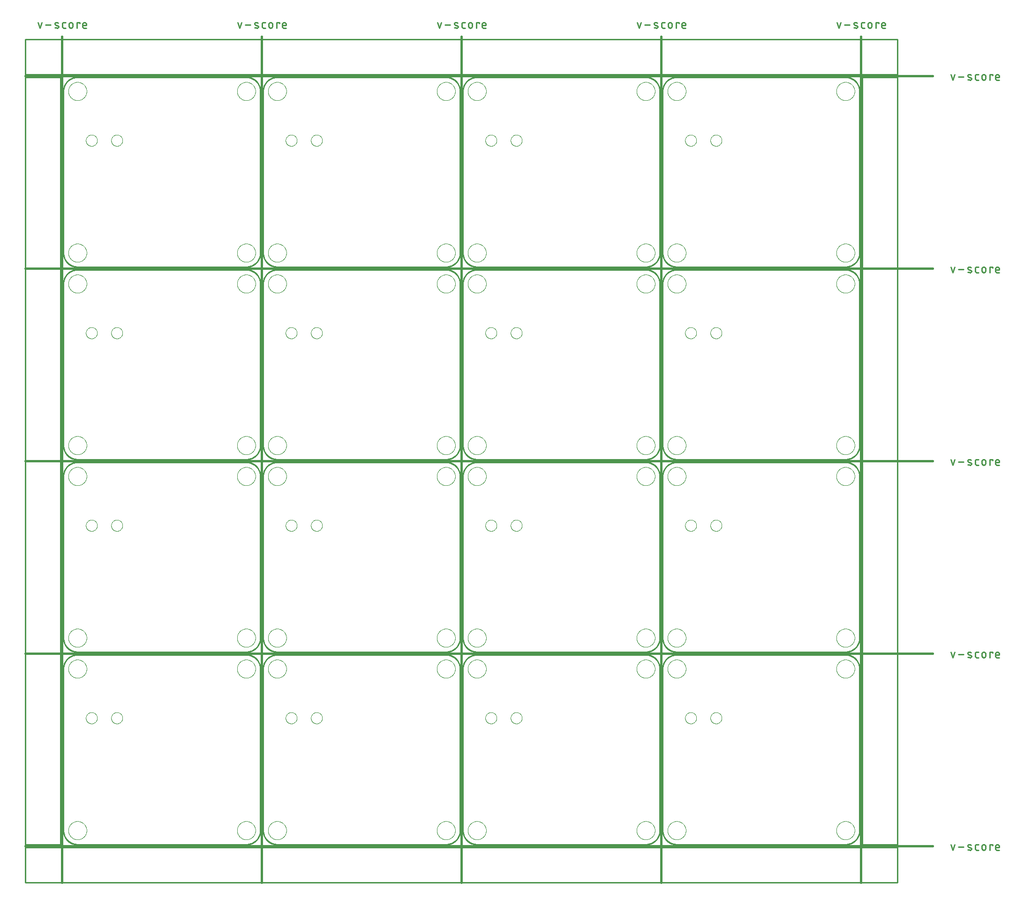
<source format=gko>
G04 EAGLE Gerber RS-274X export*
G75*
%MOMM*%
%FSLAX34Y34*%
%LPD*%
%IN*%
%IPPOS*%
%AMOC8*
5,1,8,0,0,1.08239X$1,22.5*%
G01*
%ADD10C,0.254000*%
%ADD11C,0.381000*%
%ADD12C,0.279400*%
%ADD13C,0.000000*%


D10*
X0Y25400D02*
X0Y317500D01*
X25400Y342900D02*
X330200Y342900D01*
X355600Y317500D02*
X355600Y25400D01*
X330200Y0D02*
X25400Y0D01*
X0Y317500D02*
X7Y318114D01*
X30Y318727D01*
X67Y319340D01*
X119Y319951D01*
X185Y320562D01*
X267Y321170D01*
X363Y321776D01*
X473Y322380D01*
X598Y322981D01*
X738Y323579D01*
X892Y324173D01*
X1061Y324763D01*
X1243Y325349D01*
X1440Y325930D01*
X1651Y326507D01*
X1875Y327078D01*
X2113Y327644D01*
X2365Y328204D01*
X2631Y328757D01*
X2909Y329304D01*
X3201Y329844D01*
X3506Y330377D01*
X3824Y330902D01*
X4154Y331420D01*
X4496Y331929D01*
X4851Y332430D01*
X5218Y332922D01*
X5596Y333405D01*
X5986Y333879D01*
X6388Y334343D01*
X6800Y334798D01*
X7224Y335242D01*
X7658Y335676D01*
X8102Y336100D01*
X8557Y336512D01*
X9021Y336914D01*
X9495Y337304D01*
X9978Y337682D01*
X10470Y338049D01*
X10971Y338404D01*
X11480Y338746D01*
X11998Y339076D01*
X12523Y339394D01*
X13056Y339699D01*
X13596Y339991D01*
X14143Y340269D01*
X14696Y340535D01*
X15256Y340787D01*
X15822Y341025D01*
X16393Y341249D01*
X16970Y341460D01*
X17551Y341657D01*
X18137Y341839D01*
X18727Y342008D01*
X19321Y342162D01*
X19919Y342302D01*
X20520Y342427D01*
X21124Y342537D01*
X21730Y342633D01*
X22338Y342715D01*
X22949Y342781D01*
X23560Y342833D01*
X24173Y342870D01*
X24786Y342893D01*
X25400Y342900D01*
X330200Y342900D02*
X330814Y342893D01*
X331427Y342870D01*
X332040Y342833D01*
X332651Y342781D01*
X333262Y342715D01*
X333870Y342633D01*
X334476Y342537D01*
X335080Y342427D01*
X335681Y342302D01*
X336279Y342162D01*
X336873Y342008D01*
X337463Y341839D01*
X338049Y341657D01*
X338630Y341460D01*
X339207Y341249D01*
X339778Y341025D01*
X340344Y340787D01*
X340904Y340535D01*
X341457Y340269D01*
X342004Y339991D01*
X342544Y339699D01*
X343077Y339394D01*
X343602Y339076D01*
X344120Y338746D01*
X344629Y338404D01*
X345130Y338049D01*
X345622Y337682D01*
X346105Y337304D01*
X346579Y336914D01*
X347043Y336512D01*
X347498Y336100D01*
X347942Y335676D01*
X348376Y335242D01*
X348800Y334798D01*
X349212Y334343D01*
X349614Y333879D01*
X350004Y333405D01*
X350382Y332922D01*
X350749Y332430D01*
X351104Y331929D01*
X351446Y331420D01*
X351776Y330902D01*
X352094Y330377D01*
X352399Y329844D01*
X352691Y329304D01*
X352969Y328757D01*
X353235Y328204D01*
X353487Y327644D01*
X353725Y327078D01*
X353949Y326507D01*
X354160Y325930D01*
X354357Y325349D01*
X354539Y324763D01*
X354708Y324173D01*
X354862Y323579D01*
X355002Y322981D01*
X355127Y322380D01*
X355237Y321776D01*
X355333Y321170D01*
X355415Y320562D01*
X355481Y319951D01*
X355533Y319340D01*
X355570Y318727D01*
X355593Y318114D01*
X355600Y317500D01*
X355600Y25400D02*
X355593Y24786D01*
X355570Y24173D01*
X355533Y23560D01*
X355481Y22949D01*
X355415Y22338D01*
X355333Y21730D01*
X355237Y21124D01*
X355127Y20520D01*
X355002Y19919D01*
X354862Y19321D01*
X354708Y18727D01*
X354539Y18137D01*
X354357Y17551D01*
X354160Y16970D01*
X353949Y16393D01*
X353725Y15822D01*
X353487Y15256D01*
X353235Y14696D01*
X352969Y14143D01*
X352691Y13596D01*
X352399Y13056D01*
X352094Y12523D01*
X351776Y11998D01*
X351446Y11480D01*
X351104Y10971D01*
X350749Y10470D01*
X350382Y9978D01*
X350004Y9495D01*
X349614Y9021D01*
X349212Y8557D01*
X348800Y8102D01*
X348376Y7658D01*
X347942Y7224D01*
X347498Y6800D01*
X347043Y6388D01*
X346579Y5986D01*
X346105Y5596D01*
X345622Y5218D01*
X345130Y4851D01*
X344629Y4496D01*
X344120Y4154D01*
X343602Y3824D01*
X343077Y3506D01*
X342544Y3201D01*
X342004Y2909D01*
X341457Y2631D01*
X340904Y2365D01*
X340344Y2113D01*
X339778Y1875D01*
X339207Y1651D01*
X338630Y1440D01*
X338049Y1243D01*
X337463Y1061D01*
X336873Y892D01*
X336279Y738D01*
X335681Y598D01*
X335080Y473D01*
X334476Y363D01*
X333870Y267D01*
X333262Y185D01*
X332651Y119D01*
X332040Y67D01*
X331427Y30D01*
X330814Y7D01*
X330200Y0D01*
X25400Y0D02*
X24786Y7D01*
X24173Y30D01*
X23560Y67D01*
X22949Y119D01*
X22338Y185D01*
X21730Y267D01*
X21124Y363D01*
X20520Y473D01*
X19919Y598D01*
X19321Y738D01*
X18727Y892D01*
X18137Y1061D01*
X17551Y1243D01*
X16970Y1440D01*
X16393Y1651D01*
X15822Y1875D01*
X15256Y2113D01*
X14696Y2365D01*
X14143Y2631D01*
X13596Y2909D01*
X13056Y3201D01*
X12523Y3506D01*
X11998Y3824D01*
X11480Y4154D01*
X10971Y4496D01*
X10470Y4851D01*
X9978Y5218D01*
X9495Y5596D01*
X9021Y5986D01*
X8557Y6388D01*
X8102Y6800D01*
X7658Y7224D01*
X7224Y7658D01*
X6800Y8102D01*
X6388Y8557D01*
X5986Y9021D01*
X5596Y9495D01*
X5218Y9978D01*
X4851Y10470D01*
X4496Y10971D01*
X4154Y11480D01*
X3824Y11998D01*
X3506Y12523D01*
X3201Y13056D01*
X2909Y13596D01*
X2631Y14143D01*
X2365Y14696D01*
X2113Y15256D01*
X1875Y15822D01*
X1651Y16393D01*
X1440Y16970D01*
X1243Y17551D01*
X1061Y18137D01*
X892Y18727D01*
X738Y19321D01*
X598Y19919D01*
X473Y20520D01*
X363Y21124D01*
X267Y21730D01*
X185Y22338D01*
X119Y22949D01*
X67Y23560D01*
X30Y24173D01*
X7Y24786D01*
X0Y25400D01*
X360680Y25400D02*
X360680Y317500D01*
X386080Y342900D02*
X690880Y342900D01*
X716280Y317500D02*
X716280Y25400D01*
X690880Y0D02*
X386080Y0D01*
X360680Y317500D02*
X360687Y318114D01*
X360710Y318727D01*
X360747Y319340D01*
X360799Y319951D01*
X360865Y320562D01*
X360947Y321170D01*
X361043Y321776D01*
X361153Y322380D01*
X361278Y322981D01*
X361418Y323579D01*
X361572Y324173D01*
X361741Y324763D01*
X361923Y325349D01*
X362120Y325930D01*
X362331Y326507D01*
X362555Y327078D01*
X362793Y327644D01*
X363045Y328204D01*
X363311Y328757D01*
X363589Y329304D01*
X363881Y329844D01*
X364186Y330377D01*
X364504Y330902D01*
X364834Y331420D01*
X365176Y331929D01*
X365531Y332430D01*
X365898Y332922D01*
X366276Y333405D01*
X366666Y333879D01*
X367068Y334343D01*
X367480Y334798D01*
X367904Y335242D01*
X368338Y335676D01*
X368782Y336100D01*
X369237Y336512D01*
X369701Y336914D01*
X370175Y337304D01*
X370658Y337682D01*
X371150Y338049D01*
X371651Y338404D01*
X372160Y338746D01*
X372678Y339076D01*
X373203Y339394D01*
X373736Y339699D01*
X374276Y339991D01*
X374823Y340269D01*
X375376Y340535D01*
X375936Y340787D01*
X376502Y341025D01*
X377073Y341249D01*
X377650Y341460D01*
X378231Y341657D01*
X378817Y341839D01*
X379407Y342008D01*
X380001Y342162D01*
X380599Y342302D01*
X381200Y342427D01*
X381804Y342537D01*
X382410Y342633D01*
X383018Y342715D01*
X383629Y342781D01*
X384240Y342833D01*
X384853Y342870D01*
X385466Y342893D01*
X386080Y342900D01*
X690880Y342900D02*
X691494Y342893D01*
X692107Y342870D01*
X692720Y342833D01*
X693331Y342781D01*
X693942Y342715D01*
X694550Y342633D01*
X695156Y342537D01*
X695760Y342427D01*
X696361Y342302D01*
X696959Y342162D01*
X697553Y342008D01*
X698143Y341839D01*
X698729Y341657D01*
X699310Y341460D01*
X699887Y341249D01*
X700458Y341025D01*
X701024Y340787D01*
X701584Y340535D01*
X702137Y340269D01*
X702684Y339991D01*
X703224Y339699D01*
X703757Y339394D01*
X704282Y339076D01*
X704800Y338746D01*
X705309Y338404D01*
X705810Y338049D01*
X706302Y337682D01*
X706785Y337304D01*
X707259Y336914D01*
X707723Y336512D01*
X708178Y336100D01*
X708622Y335676D01*
X709056Y335242D01*
X709480Y334798D01*
X709892Y334343D01*
X710294Y333879D01*
X710684Y333405D01*
X711062Y332922D01*
X711429Y332430D01*
X711784Y331929D01*
X712126Y331420D01*
X712456Y330902D01*
X712774Y330377D01*
X713079Y329844D01*
X713371Y329304D01*
X713649Y328757D01*
X713915Y328204D01*
X714167Y327644D01*
X714405Y327078D01*
X714629Y326507D01*
X714840Y325930D01*
X715037Y325349D01*
X715219Y324763D01*
X715388Y324173D01*
X715542Y323579D01*
X715682Y322981D01*
X715807Y322380D01*
X715917Y321776D01*
X716013Y321170D01*
X716095Y320562D01*
X716161Y319951D01*
X716213Y319340D01*
X716250Y318727D01*
X716273Y318114D01*
X716280Y317500D01*
X716280Y25400D02*
X716273Y24786D01*
X716250Y24173D01*
X716213Y23560D01*
X716161Y22949D01*
X716095Y22338D01*
X716013Y21730D01*
X715917Y21124D01*
X715807Y20520D01*
X715682Y19919D01*
X715542Y19321D01*
X715388Y18727D01*
X715219Y18137D01*
X715037Y17551D01*
X714840Y16970D01*
X714629Y16393D01*
X714405Y15822D01*
X714167Y15256D01*
X713915Y14696D01*
X713649Y14143D01*
X713371Y13596D01*
X713079Y13056D01*
X712774Y12523D01*
X712456Y11998D01*
X712126Y11480D01*
X711784Y10971D01*
X711429Y10470D01*
X711062Y9978D01*
X710684Y9495D01*
X710294Y9021D01*
X709892Y8557D01*
X709480Y8102D01*
X709056Y7658D01*
X708622Y7224D01*
X708178Y6800D01*
X707723Y6388D01*
X707259Y5986D01*
X706785Y5596D01*
X706302Y5218D01*
X705810Y4851D01*
X705309Y4496D01*
X704800Y4154D01*
X704282Y3824D01*
X703757Y3506D01*
X703224Y3201D01*
X702684Y2909D01*
X702137Y2631D01*
X701584Y2365D01*
X701024Y2113D01*
X700458Y1875D01*
X699887Y1651D01*
X699310Y1440D01*
X698729Y1243D01*
X698143Y1061D01*
X697553Y892D01*
X696959Y738D01*
X696361Y598D01*
X695760Y473D01*
X695156Y363D01*
X694550Y267D01*
X693942Y185D01*
X693331Y119D01*
X692720Y67D01*
X692107Y30D01*
X691494Y7D01*
X690880Y0D01*
X386080Y0D02*
X385466Y7D01*
X384853Y30D01*
X384240Y67D01*
X383629Y119D01*
X383018Y185D01*
X382410Y267D01*
X381804Y363D01*
X381200Y473D01*
X380599Y598D01*
X380001Y738D01*
X379407Y892D01*
X378817Y1061D01*
X378231Y1243D01*
X377650Y1440D01*
X377073Y1651D01*
X376502Y1875D01*
X375936Y2113D01*
X375376Y2365D01*
X374823Y2631D01*
X374276Y2909D01*
X373736Y3201D01*
X373203Y3506D01*
X372678Y3824D01*
X372160Y4154D01*
X371651Y4496D01*
X371150Y4851D01*
X370658Y5218D01*
X370175Y5596D01*
X369701Y5986D01*
X369237Y6388D01*
X368782Y6800D01*
X368338Y7224D01*
X367904Y7658D01*
X367480Y8102D01*
X367068Y8557D01*
X366666Y9021D01*
X366276Y9495D01*
X365898Y9978D01*
X365531Y10470D01*
X365176Y10971D01*
X364834Y11480D01*
X364504Y11998D01*
X364186Y12523D01*
X363881Y13056D01*
X363589Y13596D01*
X363311Y14143D01*
X363045Y14696D01*
X362793Y15256D01*
X362555Y15822D01*
X362331Y16393D01*
X362120Y16970D01*
X361923Y17551D01*
X361741Y18137D01*
X361572Y18727D01*
X361418Y19321D01*
X361278Y19919D01*
X361153Y20520D01*
X361043Y21124D01*
X360947Y21730D01*
X360865Y22338D01*
X360799Y22949D01*
X360747Y23560D01*
X360710Y24173D01*
X360687Y24786D01*
X360680Y25400D01*
X721360Y25400D02*
X721360Y317500D01*
X746760Y342900D02*
X1051560Y342900D01*
X1076960Y317500D02*
X1076960Y25400D01*
X1051560Y0D02*
X746760Y0D01*
X721360Y317500D02*
X721367Y318114D01*
X721390Y318727D01*
X721427Y319340D01*
X721479Y319951D01*
X721545Y320562D01*
X721627Y321170D01*
X721723Y321776D01*
X721833Y322380D01*
X721958Y322981D01*
X722098Y323579D01*
X722252Y324173D01*
X722421Y324763D01*
X722603Y325349D01*
X722800Y325930D01*
X723011Y326507D01*
X723235Y327078D01*
X723473Y327644D01*
X723725Y328204D01*
X723991Y328757D01*
X724269Y329304D01*
X724561Y329844D01*
X724866Y330377D01*
X725184Y330902D01*
X725514Y331420D01*
X725856Y331929D01*
X726211Y332430D01*
X726578Y332922D01*
X726956Y333405D01*
X727346Y333879D01*
X727748Y334343D01*
X728160Y334798D01*
X728584Y335242D01*
X729018Y335676D01*
X729462Y336100D01*
X729917Y336512D01*
X730381Y336914D01*
X730855Y337304D01*
X731338Y337682D01*
X731830Y338049D01*
X732331Y338404D01*
X732840Y338746D01*
X733358Y339076D01*
X733883Y339394D01*
X734416Y339699D01*
X734956Y339991D01*
X735503Y340269D01*
X736056Y340535D01*
X736616Y340787D01*
X737182Y341025D01*
X737753Y341249D01*
X738330Y341460D01*
X738911Y341657D01*
X739497Y341839D01*
X740087Y342008D01*
X740681Y342162D01*
X741279Y342302D01*
X741880Y342427D01*
X742484Y342537D01*
X743090Y342633D01*
X743698Y342715D01*
X744309Y342781D01*
X744920Y342833D01*
X745533Y342870D01*
X746146Y342893D01*
X746760Y342900D01*
X1051560Y342900D02*
X1052174Y342893D01*
X1052787Y342870D01*
X1053400Y342833D01*
X1054011Y342781D01*
X1054622Y342715D01*
X1055230Y342633D01*
X1055836Y342537D01*
X1056440Y342427D01*
X1057041Y342302D01*
X1057639Y342162D01*
X1058233Y342008D01*
X1058823Y341839D01*
X1059409Y341657D01*
X1059990Y341460D01*
X1060567Y341249D01*
X1061138Y341025D01*
X1061704Y340787D01*
X1062264Y340535D01*
X1062817Y340269D01*
X1063364Y339991D01*
X1063904Y339699D01*
X1064437Y339394D01*
X1064962Y339076D01*
X1065480Y338746D01*
X1065989Y338404D01*
X1066490Y338049D01*
X1066982Y337682D01*
X1067465Y337304D01*
X1067939Y336914D01*
X1068403Y336512D01*
X1068858Y336100D01*
X1069302Y335676D01*
X1069736Y335242D01*
X1070160Y334798D01*
X1070572Y334343D01*
X1070974Y333879D01*
X1071364Y333405D01*
X1071742Y332922D01*
X1072109Y332430D01*
X1072464Y331929D01*
X1072806Y331420D01*
X1073136Y330902D01*
X1073454Y330377D01*
X1073759Y329844D01*
X1074051Y329304D01*
X1074329Y328757D01*
X1074595Y328204D01*
X1074847Y327644D01*
X1075085Y327078D01*
X1075309Y326507D01*
X1075520Y325930D01*
X1075717Y325349D01*
X1075899Y324763D01*
X1076068Y324173D01*
X1076222Y323579D01*
X1076362Y322981D01*
X1076487Y322380D01*
X1076597Y321776D01*
X1076693Y321170D01*
X1076775Y320562D01*
X1076841Y319951D01*
X1076893Y319340D01*
X1076930Y318727D01*
X1076953Y318114D01*
X1076960Y317500D01*
X1076960Y25400D02*
X1076953Y24786D01*
X1076930Y24173D01*
X1076893Y23560D01*
X1076841Y22949D01*
X1076775Y22338D01*
X1076693Y21730D01*
X1076597Y21124D01*
X1076487Y20520D01*
X1076362Y19919D01*
X1076222Y19321D01*
X1076068Y18727D01*
X1075899Y18137D01*
X1075717Y17551D01*
X1075520Y16970D01*
X1075309Y16393D01*
X1075085Y15822D01*
X1074847Y15256D01*
X1074595Y14696D01*
X1074329Y14143D01*
X1074051Y13596D01*
X1073759Y13056D01*
X1073454Y12523D01*
X1073136Y11998D01*
X1072806Y11480D01*
X1072464Y10971D01*
X1072109Y10470D01*
X1071742Y9978D01*
X1071364Y9495D01*
X1070974Y9021D01*
X1070572Y8557D01*
X1070160Y8102D01*
X1069736Y7658D01*
X1069302Y7224D01*
X1068858Y6800D01*
X1068403Y6388D01*
X1067939Y5986D01*
X1067465Y5596D01*
X1066982Y5218D01*
X1066490Y4851D01*
X1065989Y4496D01*
X1065480Y4154D01*
X1064962Y3824D01*
X1064437Y3506D01*
X1063904Y3201D01*
X1063364Y2909D01*
X1062817Y2631D01*
X1062264Y2365D01*
X1061704Y2113D01*
X1061138Y1875D01*
X1060567Y1651D01*
X1059990Y1440D01*
X1059409Y1243D01*
X1058823Y1061D01*
X1058233Y892D01*
X1057639Y738D01*
X1057041Y598D01*
X1056440Y473D01*
X1055836Y363D01*
X1055230Y267D01*
X1054622Y185D01*
X1054011Y119D01*
X1053400Y67D01*
X1052787Y30D01*
X1052174Y7D01*
X1051560Y0D01*
X746760Y0D02*
X746146Y7D01*
X745533Y30D01*
X744920Y67D01*
X744309Y119D01*
X743698Y185D01*
X743090Y267D01*
X742484Y363D01*
X741880Y473D01*
X741279Y598D01*
X740681Y738D01*
X740087Y892D01*
X739497Y1061D01*
X738911Y1243D01*
X738330Y1440D01*
X737753Y1651D01*
X737182Y1875D01*
X736616Y2113D01*
X736056Y2365D01*
X735503Y2631D01*
X734956Y2909D01*
X734416Y3201D01*
X733883Y3506D01*
X733358Y3824D01*
X732840Y4154D01*
X732331Y4496D01*
X731830Y4851D01*
X731338Y5218D01*
X730855Y5596D01*
X730381Y5986D01*
X729917Y6388D01*
X729462Y6800D01*
X729018Y7224D01*
X728584Y7658D01*
X728160Y8102D01*
X727748Y8557D01*
X727346Y9021D01*
X726956Y9495D01*
X726578Y9978D01*
X726211Y10470D01*
X725856Y10971D01*
X725514Y11480D01*
X725184Y11998D01*
X724866Y12523D01*
X724561Y13056D01*
X724269Y13596D01*
X723991Y14143D01*
X723725Y14696D01*
X723473Y15256D01*
X723235Y15822D01*
X723011Y16393D01*
X722800Y16970D01*
X722603Y17551D01*
X722421Y18137D01*
X722252Y18727D01*
X722098Y19321D01*
X721958Y19919D01*
X721833Y20520D01*
X721723Y21124D01*
X721627Y21730D01*
X721545Y22338D01*
X721479Y22949D01*
X721427Y23560D01*
X721390Y24173D01*
X721367Y24786D01*
X721360Y25400D01*
X1082040Y25400D02*
X1082040Y317500D01*
X1107440Y342900D02*
X1412240Y342900D01*
X1437640Y317500D02*
X1437640Y25400D01*
X1412240Y0D02*
X1107440Y0D01*
X1082040Y317500D02*
X1082047Y318114D01*
X1082070Y318727D01*
X1082107Y319340D01*
X1082159Y319951D01*
X1082225Y320562D01*
X1082307Y321170D01*
X1082403Y321776D01*
X1082513Y322380D01*
X1082638Y322981D01*
X1082778Y323579D01*
X1082932Y324173D01*
X1083101Y324763D01*
X1083283Y325349D01*
X1083480Y325930D01*
X1083691Y326507D01*
X1083915Y327078D01*
X1084153Y327644D01*
X1084405Y328204D01*
X1084671Y328757D01*
X1084949Y329304D01*
X1085241Y329844D01*
X1085546Y330377D01*
X1085864Y330902D01*
X1086194Y331420D01*
X1086536Y331929D01*
X1086891Y332430D01*
X1087258Y332922D01*
X1087636Y333405D01*
X1088026Y333879D01*
X1088428Y334343D01*
X1088840Y334798D01*
X1089264Y335242D01*
X1089698Y335676D01*
X1090142Y336100D01*
X1090597Y336512D01*
X1091061Y336914D01*
X1091535Y337304D01*
X1092018Y337682D01*
X1092510Y338049D01*
X1093011Y338404D01*
X1093520Y338746D01*
X1094038Y339076D01*
X1094563Y339394D01*
X1095096Y339699D01*
X1095636Y339991D01*
X1096183Y340269D01*
X1096736Y340535D01*
X1097296Y340787D01*
X1097862Y341025D01*
X1098433Y341249D01*
X1099010Y341460D01*
X1099591Y341657D01*
X1100177Y341839D01*
X1100767Y342008D01*
X1101361Y342162D01*
X1101959Y342302D01*
X1102560Y342427D01*
X1103164Y342537D01*
X1103770Y342633D01*
X1104378Y342715D01*
X1104989Y342781D01*
X1105600Y342833D01*
X1106213Y342870D01*
X1106826Y342893D01*
X1107440Y342900D01*
X1412240Y342900D02*
X1412854Y342893D01*
X1413467Y342870D01*
X1414080Y342833D01*
X1414691Y342781D01*
X1415302Y342715D01*
X1415910Y342633D01*
X1416516Y342537D01*
X1417120Y342427D01*
X1417721Y342302D01*
X1418319Y342162D01*
X1418913Y342008D01*
X1419503Y341839D01*
X1420089Y341657D01*
X1420670Y341460D01*
X1421247Y341249D01*
X1421818Y341025D01*
X1422384Y340787D01*
X1422944Y340535D01*
X1423497Y340269D01*
X1424044Y339991D01*
X1424584Y339699D01*
X1425117Y339394D01*
X1425642Y339076D01*
X1426160Y338746D01*
X1426669Y338404D01*
X1427170Y338049D01*
X1427662Y337682D01*
X1428145Y337304D01*
X1428619Y336914D01*
X1429083Y336512D01*
X1429538Y336100D01*
X1429982Y335676D01*
X1430416Y335242D01*
X1430840Y334798D01*
X1431252Y334343D01*
X1431654Y333879D01*
X1432044Y333405D01*
X1432422Y332922D01*
X1432789Y332430D01*
X1433144Y331929D01*
X1433486Y331420D01*
X1433816Y330902D01*
X1434134Y330377D01*
X1434439Y329844D01*
X1434731Y329304D01*
X1435009Y328757D01*
X1435275Y328204D01*
X1435527Y327644D01*
X1435765Y327078D01*
X1435989Y326507D01*
X1436200Y325930D01*
X1436397Y325349D01*
X1436579Y324763D01*
X1436748Y324173D01*
X1436902Y323579D01*
X1437042Y322981D01*
X1437167Y322380D01*
X1437277Y321776D01*
X1437373Y321170D01*
X1437455Y320562D01*
X1437521Y319951D01*
X1437573Y319340D01*
X1437610Y318727D01*
X1437633Y318114D01*
X1437640Y317500D01*
X1437640Y25400D02*
X1437633Y24786D01*
X1437610Y24173D01*
X1437573Y23560D01*
X1437521Y22949D01*
X1437455Y22338D01*
X1437373Y21730D01*
X1437277Y21124D01*
X1437167Y20520D01*
X1437042Y19919D01*
X1436902Y19321D01*
X1436748Y18727D01*
X1436579Y18137D01*
X1436397Y17551D01*
X1436200Y16970D01*
X1435989Y16393D01*
X1435765Y15822D01*
X1435527Y15256D01*
X1435275Y14696D01*
X1435009Y14143D01*
X1434731Y13596D01*
X1434439Y13056D01*
X1434134Y12523D01*
X1433816Y11998D01*
X1433486Y11480D01*
X1433144Y10971D01*
X1432789Y10470D01*
X1432422Y9978D01*
X1432044Y9495D01*
X1431654Y9021D01*
X1431252Y8557D01*
X1430840Y8102D01*
X1430416Y7658D01*
X1429982Y7224D01*
X1429538Y6800D01*
X1429083Y6388D01*
X1428619Y5986D01*
X1428145Y5596D01*
X1427662Y5218D01*
X1427170Y4851D01*
X1426669Y4496D01*
X1426160Y4154D01*
X1425642Y3824D01*
X1425117Y3506D01*
X1424584Y3201D01*
X1424044Y2909D01*
X1423497Y2631D01*
X1422944Y2365D01*
X1422384Y2113D01*
X1421818Y1875D01*
X1421247Y1651D01*
X1420670Y1440D01*
X1420089Y1243D01*
X1419503Y1061D01*
X1418913Y892D01*
X1418319Y738D01*
X1417721Y598D01*
X1417120Y473D01*
X1416516Y363D01*
X1415910Y267D01*
X1415302Y185D01*
X1414691Y119D01*
X1414080Y67D01*
X1413467Y30D01*
X1412854Y7D01*
X1412240Y0D01*
X1107440Y0D02*
X1106826Y7D01*
X1106213Y30D01*
X1105600Y67D01*
X1104989Y119D01*
X1104378Y185D01*
X1103770Y267D01*
X1103164Y363D01*
X1102560Y473D01*
X1101959Y598D01*
X1101361Y738D01*
X1100767Y892D01*
X1100177Y1061D01*
X1099591Y1243D01*
X1099010Y1440D01*
X1098433Y1651D01*
X1097862Y1875D01*
X1097296Y2113D01*
X1096736Y2365D01*
X1096183Y2631D01*
X1095636Y2909D01*
X1095096Y3201D01*
X1094563Y3506D01*
X1094038Y3824D01*
X1093520Y4154D01*
X1093011Y4496D01*
X1092510Y4851D01*
X1092018Y5218D01*
X1091535Y5596D01*
X1091061Y5986D01*
X1090597Y6388D01*
X1090142Y6800D01*
X1089698Y7224D01*
X1089264Y7658D01*
X1088840Y8102D01*
X1088428Y8557D01*
X1088026Y9021D01*
X1087636Y9495D01*
X1087258Y9978D01*
X1086891Y10470D01*
X1086536Y10971D01*
X1086194Y11480D01*
X1085864Y11998D01*
X1085546Y12523D01*
X1085241Y13056D01*
X1084949Y13596D01*
X1084671Y14143D01*
X1084405Y14696D01*
X1084153Y15256D01*
X1083915Y15822D01*
X1083691Y16393D01*
X1083480Y16970D01*
X1083283Y17551D01*
X1083101Y18137D01*
X1082932Y18727D01*
X1082778Y19321D01*
X1082638Y19919D01*
X1082513Y20520D01*
X1082403Y21124D01*
X1082307Y21730D01*
X1082225Y22338D01*
X1082159Y22949D01*
X1082107Y23560D01*
X1082070Y24173D01*
X1082047Y24786D01*
X1082040Y25400D01*
X0Y373380D02*
X0Y665480D01*
X25400Y690880D02*
X330200Y690880D01*
X355600Y665480D02*
X355600Y373380D01*
X330200Y347980D02*
X25400Y347980D01*
X0Y665480D02*
X7Y666094D01*
X30Y666707D01*
X67Y667320D01*
X119Y667931D01*
X185Y668542D01*
X267Y669150D01*
X363Y669756D01*
X473Y670360D01*
X598Y670961D01*
X738Y671559D01*
X892Y672153D01*
X1061Y672743D01*
X1243Y673329D01*
X1440Y673910D01*
X1651Y674487D01*
X1875Y675058D01*
X2113Y675624D01*
X2365Y676184D01*
X2631Y676737D01*
X2909Y677284D01*
X3201Y677824D01*
X3506Y678357D01*
X3824Y678882D01*
X4154Y679400D01*
X4496Y679909D01*
X4851Y680410D01*
X5218Y680902D01*
X5596Y681385D01*
X5986Y681859D01*
X6388Y682323D01*
X6800Y682778D01*
X7224Y683222D01*
X7658Y683656D01*
X8102Y684080D01*
X8557Y684492D01*
X9021Y684894D01*
X9495Y685284D01*
X9978Y685662D01*
X10470Y686029D01*
X10971Y686384D01*
X11480Y686726D01*
X11998Y687056D01*
X12523Y687374D01*
X13056Y687679D01*
X13596Y687971D01*
X14143Y688249D01*
X14696Y688515D01*
X15256Y688767D01*
X15822Y689005D01*
X16393Y689229D01*
X16970Y689440D01*
X17551Y689637D01*
X18137Y689819D01*
X18727Y689988D01*
X19321Y690142D01*
X19919Y690282D01*
X20520Y690407D01*
X21124Y690517D01*
X21730Y690613D01*
X22338Y690695D01*
X22949Y690761D01*
X23560Y690813D01*
X24173Y690850D01*
X24786Y690873D01*
X25400Y690880D01*
X330200Y690880D02*
X330814Y690873D01*
X331427Y690850D01*
X332040Y690813D01*
X332651Y690761D01*
X333262Y690695D01*
X333870Y690613D01*
X334476Y690517D01*
X335080Y690407D01*
X335681Y690282D01*
X336279Y690142D01*
X336873Y689988D01*
X337463Y689819D01*
X338049Y689637D01*
X338630Y689440D01*
X339207Y689229D01*
X339778Y689005D01*
X340344Y688767D01*
X340904Y688515D01*
X341457Y688249D01*
X342004Y687971D01*
X342544Y687679D01*
X343077Y687374D01*
X343602Y687056D01*
X344120Y686726D01*
X344629Y686384D01*
X345130Y686029D01*
X345622Y685662D01*
X346105Y685284D01*
X346579Y684894D01*
X347043Y684492D01*
X347498Y684080D01*
X347942Y683656D01*
X348376Y683222D01*
X348800Y682778D01*
X349212Y682323D01*
X349614Y681859D01*
X350004Y681385D01*
X350382Y680902D01*
X350749Y680410D01*
X351104Y679909D01*
X351446Y679400D01*
X351776Y678882D01*
X352094Y678357D01*
X352399Y677824D01*
X352691Y677284D01*
X352969Y676737D01*
X353235Y676184D01*
X353487Y675624D01*
X353725Y675058D01*
X353949Y674487D01*
X354160Y673910D01*
X354357Y673329D01*
X354539Y672743D01*
X354708Y672153D01*
X354862Y671559D01*
X355002Y670961D01*
X355127Y670360D01*
X355237Y669756D01*
X355333Y669150D01*
X355415Y668542D01*
X355481Y667931D01*
X355533Y667320D01*
X355570Y666707D01*
X355593Y666094D01*
X355600Y665480D01*
X355600Y373380D02*
X355593Y372766D01*
X355570Y372153D01*
X355533Y371540D01*
X355481Y370929D01*
X355415Y370318D01*
X355333Y369710D01*
X355237Y369104D01*
X355127Y368500D01*
X355002Y367899D01*
X354862Y367301D01*
X354708Y366707D01*
X354539Y366117D01*
X354357Y365531D01*
X354160Y364950D01*
X353949Y364373D01*
X353725Y363802D01*
X353487Y363236D01*
X353235Y362676D01*
X352969Y362123D01*
X352691Y361576D01*
X352399Y361036D01*
X352094Y360503D01*
X351776Y359978D01*
X351446Y359460D01*
X351104Y358951D01*
X350749Y358450D01*
X350382Y357958D01*
X350004Y357475D01*
X349614Y357001D01*
X349212Y356537D01*
X348800Y356082D01*
X348376Y355638D01*
X347942Y355204D01*
X347498Y354780D01*
X347043Y354368D01*
X346579Y353966D01*
X346105Y353576D01*
X345622Y353198D01*
X345130Y352831D01*
X344629Y352476D01*
X344120Y352134D01*
X343602Y351804D01*
X343077Y351486D01*
X342544Y351181D01*
X342004Y350889D01*
X341457Y350611D01*
X340904Y350345D01*
X340344Y350093D01*
X339778Y349855D01*
X339207Y349631D01*
X338630Y349420D01*
X338049Y349223D01*
X337463Y349041D01*
X336873Y348872D01*
X336279Y348718D01*
X335681Y348578D01*
X335080Y348453D01*
X334476Y348343D01*
X333870Y348247D01*
X333262Y348165D01*
X332651Y348099D01*
X332040Y348047D01*
X331427Y348010D01*
X330814Y347987D01*
X330200Y347980D01*
X25400Y347980D02*
X24786Y347987D01*
X24173Y348010D01*
X23560Y348047D01*
X22949Y348099D01*
X22338Y348165D01*
X21730Y348247D01*
X21124Y348343D01*
X20520Y348453D01*
X19919Y348578D01*
X19321Y348718D01*
X18727Y348872D01*
X18137Y349041D01*
X17551Y349223D01*
X16970Y349420D01*
X16393Y349631D01*
X15822Y349855D01*
X15256Y350093D01*
X14696Y350345D01*
X14143Y350611D01*
X13596Y350889D01*
X13056Y351181D01*
X12523Y351486D01*
X11998Y351804D01*
X11480Y352134D01*
X10971Y352476D01*
X10470Y352831D01*
X9978Y353198D01*
X9495Y353576D01*
X9021Y353966D01*
X8557Y354368D01*
X8102Y354780D01*
X7658Y355204D01*
X7224Y355638D01*
X6800Y356082D01*
X6388Y356537D01*
X5986Y357001D01*
X5596Y357475D01*
X5218Y357958D01*
X4851Y358450D01*
X4496Y358951D01*
X4154Y359460D01*
X3824Y359978D01*
X3506Y360503D01*
X3201Y361036D01*
X2909Y361576D01*
X2631Y362123D01*
X2365Y362676D01*
X2113Y363236D01*
X1875Y363802D01*
X1651Y364373D01*
X1440Y364950D01*
X1243Y365531D01*
X1061Y366117D01*
X892Y366707D01*
X738Y367301D01*
X598Y367899D01*
X473Y368500D01*
X363Y369104D01*
X267Y369710D01*
X185Y370318D01*
X119Y370929D01*
X67Y371540D01*
X30Y372153D01*
X7Y372766D01*
X0Y373380D01*
X360680Y373380D02*
X360680Y665480D01*
X386080Y690880D02*
X690880Y690880D01*
X716280Y665480D02*
X716280Y373380D01*
X690880Y347980D02*
X386080Y347980D01*
X360680Y665480D02*
X360687Y666094D01*
X360710Y666707D01*
X360747Y667320D01*
X360799Y667931D01*
X360865Y668542D01*
X360947Y669150D01*
X361043Y669756D01*
X361153Y670360D01*
X361278Y670961D01*
X361418Y671559D01*
X361572Y672153D01*
X361741Y672743D01*
X361923Y673329D01*
X362120Y673910D01*
X362331Y674487D01*
X362555Y675058D01*
X362793Y675624D01*
X363045Y676184D01*
X363311Y676737D01*
X363589Y677284D01*
X363881Y677824D01*
X364186Y678357D01*
X364504Y678882D01*
X364834Y679400D01*
X365176Y679909D01*
X365531Y680410D01*
X365898Y680902D01*
X366276Y681385D01*
X366666Y681859D01*
X367068Y682323D01*
X367480Y682778D01*
X367904Y683222D01*
X368338Y683656D01*
X368782Y684080D01*
X369237Y684492D01*
X369701Y684894D01*
X370175Y685284D01*
X370658Y685662D01*
X371150Y686029D01*
X371651Y686384D01*
X372160Y686726D01*
X372678Y687056D01*
X373203Y687374D01*
X373736Y687679D01*
X374276Y687971D01*
X374823Y688249D01*
X375376Y688515D01*
X375936Y688767D01*
X376502Y689005D01*
X377073Y689229D01*
X377650Y689440D01*
X378231Y689637D01*
X378817Y689819D01*
X379407Y689988D01*
X380001Y690142D01*
X380599Y690282D01*
X381200Y690407D01*
X381804Y690517D01*
X382410Y690613D01*
X383018Y690695D01*
X383629Y690761D01*
X384240Y690813D01*
X384853Y690850D01*
X385466Y690873D01*
X386080Y690880D01*
X690880Y690880D02*
X691494Y690873D01*
X692107Y690850D01*
X692720Y690813D01*
X693331Y690761D01*
X693942Y690695D01*
X694550Y690613D01*
X695156Y690517D01*
X695760Y690407D01*
X696361Y690282D01*
X696959Y690142D01*
X697553Y689988D01*
X698143Y689819D01*
X698729Y689637D01*
X699310Y689440D01*
X699887Y689229D01*
X700458Y689005D01*
X701024Y688767D01*
X701584Y688515D01*
X702137Y688249D01*
X702684Y687971D01*
X703224Y687679D01*
X703757Y687374D01*
X704282Y687056D01*
X704800Y686726D01*
X705309Y686384D01*
X705810Y686029D01*
X706302Y685662D01*
X706785Y685284D01*
X707259Y684894D01*
X707723Y684492D01*
X708178Y684080D01*
X708622Y683656D01*
X709056Y683222D01*
X709480Y682778D01*
X709892Y682323D01*
X710294Y681859D01*
X710684Y681385D01*
X711062Y680902D01*
X711429Y680410D01*
X711784Y679909D01*
X712126Y679400D01*
X712456Y678882D01*
X712774Y678357D01*
X713079Y677824D01*
X713371Y677284D01*
X713649Y676737D01*
X713915Y676184D01*
X714167Y675624D01*
X714405Y675058D01*
X714629Y674487D01*
X714840Y673910D01*
X715037Y673329D01*
X715219Y672743D01*
X715388Y672153D01*
X715542Y671559D01*
X715682Y670961D01*
X715807Y670360D01*
X715917Y669756D01*
X716013Y669150D01*
X716095Y668542D01*
X716161Y667931D01*
X716213Y667320D01*
X716250Y666707D01*
X716273Y666094D01*
X716280Y665480D01*
X716280Y373380D02*
X716273Y372766D01*
X716250Y372153D01*
X716213Y371540D01*
X716161Y370929D01*
X716095Y370318D01*
X716013Y369710D01*
X715917Y369104D01*
X715807Y368500D01*
X715682Y367899D01*
X715542Y367301D01*
X715388Y366707D01*
X715219Y366117D01*
X715037Y365531D01*
X714840Y364950D01*
X714629Y364373D01*
X714405Y363802D01*
X714167Y363236D01*
X713915Y362676D01*
X713649Y362123D01*
X713371Y361576D01*
X713079Y361036D01*
X712774Y360503D01*
X712456Y359978D01*
X712126Y359460D01*
X711784Y358951D01*
X711429Y358450D01*
X711062Y357958D01*
X710684Y357475D01*
X710294Y357001D01*
X709892Y356537D01*
X709480Y356082D01*
X709056Y355638D01*
X708622Y355204D01*
X708178Y354780D01*
X707723Y354368D01*
X707259Y353966D01*
X706785Y353576D01*
X706302Y353198D01*
X705810Y352831D01*
X705309Y352476D01*
X704800Y352134D01*
X704282Y351804D01*
X703757Y351486D01*
X703224Y351181D01*
X702684Y350889D01*
X702137Y350611D01*
X701584Y350345D01*
X701024Y350093D01*
X700458Y349855D01*
X699887Y349631D01*
X699310Y349420D01*
X698729Y349223D01*
X698143Y349041D01*
X697553Y348872D01*
X696959Y348718D01*
X696361Y348578D01*
X695760Y348453D01*
X695156Y348343D01*
X694550Y348247D01*
X693942Y348165D01*
X693331Y348099D01*
X692720Y348047D01*
X692107Y348010D01*
X691494Y347987D01*
X690880Y347980D01*
X386080Y347980D02*
X385466Y347987D01*
X384853Y348010D01*
X384240Y348047D01*
X383629Y348099D01*
X383018Y348165D01*
X382410Y348247D01*
X381804Y348343D01*
X381200Y348453D01*
X380599Y348578D01*
X380001Y348718D01*
X379407Y348872D01*
X378817Y349041D01*
X378231Y349223D01*
X377650Y349420D01*
X377073Y349631D01*
X376502Y349855D01*
X375936Y350093D01*
X375376Y350345D01*
X374823Y350611D01*
X374276Y350889D01*
X373736Y351181D01*
X373203Y351486D01*
X372678Y351804D01*
X372160Y352134D01*
X371651Y352476D01*
X371150Y352831D01*
X370658Y353198D01*
X370175Y353576D01*
X369701Y353966D01*
X369237Y354368D01*
X368782Y354780D01*
X368338Y355204D01*
X367904Y355638D01*
X367480Y356082D01*
X367068Y356537D01*
X366666Y357001D01*
X366276Y357475D01*
X365898Y357958D01*
X365531Y358450D01*
X365176Y358951D01*
X364834Y359460D01*
X364504Y359978D01*
X364186Y360503D01*
X363881Y361036D01*
X363589Y361576D01*
X363311Y362123D01*
X363045Y362676D01*
X362793Y363236D01*
X362555Y363802D01*
X362331Y364373D01*
X362120Y364950D01*
X361923Y365531D01*
X361741Y366117D01*
X361572Y366707D01*
X361418Y367301D01*
X361278Y367899D01*
X361153Y368500D01*
X361043Y369104D01*
X360947Y369710D01*
X360865Y370318D01*
X360799Y370929D01*
X360747Y371540D01*
X360710Y372153D01*
X360687Y372766D01*
X360680Y373380D01*
X721360Y373380D02*
X721360Y665480D01*
X746760Y690880D02*
X1051560Y690880D01*
X1076960Y665480D02*
X1076960Y373380D01*
X1051560Y347980D02*
X746760Y347980D01*
X721360Y665480D02*
X721367Y666094D01*
X721390Y666707D01*
X721427Y667320D01*
X721479Y667931D01*
X721545Y668542D01*
X721627Y669150D01*
X721723Y669756D01*
X721833Y670360D01*
X721958Y670961D01*
X722098Y671559D01*
X722252Y672153D01*
X722421Y672743D01*
X722603Y673329D01*
X722800Y673910D01*
X723011Y674487D01*
X723235Y675058D01*
X723473Y675624D01*
X723725Y676184D01*
X723991Y676737D01*
X724269Y677284D01*
X724561Y677824D01*
X724866Y678357D01*
X725184Y678882D01*
X725514Y679400D01*
X725856Y679909D01*
X726211Y680410D01*
X726578Y680902D01*
X726956Y681385D01*
X727346Y681859D01*
X727748Y682323D01*
X728160Y682778D01*
X728584Y683222D01*
X729018Y683656D01*
X729462Y684080D01*
X729917Y684492D01*
X730381Y684894D01*
X730855Y685284D01*
X731338Y685662D01*
X731830Y686029D01*
X732331Y686384D01*
X732840Y686726D01*
X733358Y687056D01*
X733883Y687374D01*
X734416Y687679D01*
X734956Y687971D01*
X735503Y688249D01*
X736056Y688515D01*
X736616Y688767D01*
X737182Y689005D01*
X737753Y689229D01*
X738330Y689440D01*
X738911Y689637D01*
X739497Y689819D01*
X740087Y689988D01*
X740681Y690142D01*
X741279Y690282D01*
X741880Y690407D01*
X742484Y690517D01*
X743090Y690613D01*
X743698Y690695D01*
X744309Y690761D01*
X744920Y690813D01*
X745533Y690850D01*
X746146Y690873D01*
X746760Y690880D01*
X1051560Y690880D02*
X1052174Y690873D01*
X1052787Y690850D01*
X1053400Y690813D01*
X1054011Y690761D01*
X1054622Y690695D01*
X1055230Y690613D01*
X1055836Y690517D01*
X1056440Y690407D01*
X1057041Y690282D01*
X1057639Y690142D01*
X1058233Y689988D01*
X1058823Y689819D01*
X1059409Y689637D01*
X1059990Y689440D01*
X1060567Y689229D01*
X1061138Y689005D01*
X1061704Y688767D01*
X1062264Y688515D01*
X1062817Y688249D01*
X1063364Y687971D01*
X1063904Y687679D01*
X1064437Y687374D01*
X1064962Y687056D01*
X1065480Y686726D01*
X1065989Y686384D01*
X1066490Y686029D01*
X1066982Y685662D01*
X1067465Y685284D01*
X1067939Y684894D01*
X1068403Y684492D01*
X1068858Y684080D01*
X1069302Y683656D01*
X1069736Y683222D01*
X1070160Y682778D01*
X1070572Y682323D01*
X1070974Y681859D01*
X1071364Y681385D01*
X1071742Y680902D01*
X1072109Y680410D01*
X1072464Y679909D01*
X1072806Y679400D01*
X1073136Y678882D01*
X1073454Y678357D01*
X1073759Y677824D01*
X1074051Y677284D01*
X1074329Y676737D01*
X1074595Y676184D01*
X1074847Y675624D01*
X1075085Y675058D01*
X1075309Y674487D01*
X1075520Y673910D01*
X1075717Y673329D01*
X1075899Y672743D01*
X1076068Y672153D01*
X1076222Y671559D01*
X1076362Y670961D01*
X1076487Y670360D01*
X1076597Y669756D01*
X1076693Y669150D01*
X1076775Y668542D01*
X1076841Y667931D01*
X1076893Y667320D01*
X1076930Y666707D01*
X1076953Y666094D01*
X1076960Y665480D01*
X1076960Y373380D02*
X1076953Y372766D01*
X1076930Y372153D01*
X1076893Y371540D01*
X1076841Y370929D01*
X1076775Y370318D01*
X1076693Y369710D01*
X1076597Y369104D01*
X1076487Y368500D01*
X1076362Y367899D01*
X1076222Y367301D01*
X1076068Y366707D01*
X1075899Y366117D01*
X1075717Y365531D01*
X1075520Y364950D01*
X1075309Y364373D01*
X1075085Y363802D01*
X1074847Y363236D01*
X1074595Y362676D01*
X1074329Y362123D01*
X1074051Y361576D01*
X1073759Y361036D01*
X1073454Y360503D01*
X1073136Y359978D01*
X1072806Y359460D01*
X1072464Y358951D01*
X1072109Y358450D01*
X1071742Y357958D01*
X1071364Y357475D01*
X1070974Y357001D01*
X1070572Y356537D01*
X1070160Y356082D01*
X1069736Y355638D01*
X1069302Y355204D01*
X1068858Y354780D01*
X1068403Y354368D01*
X1067939Y353966D01*
X1067465Y353576D01*
X1066982Y353198D01*
X1066490Y352831D01*
X1065989Y352476D01*
X1065480Y352134D01*
X1064962Y351804D01*
X1064437Y351486D01*
X1063904Y351181D01*
X1063364Y350889D01*
X1062817Y350611D01*
X1062264Y350345D01*
X1061704Y350093D01*
X1061138Y349855D01*
X1060567Y349631D01*
X1059990Y349420D01*
X1059409Y349223D01*
X1058823Y349041D01*
X1058233Y348872D01*
X1057639Y348718D01*
X1057041Y348578D01*
X1056440Y348453D01*
X1055836Y348343D01*
X1055230Y348247D01*
X1054622Y348165D01*
X1054011Y348099D01*
X1053400Y348047D01*
X1052787Y348010D01*
X1052174Y347987D01*
X1051560Y347980D01*
X746760Y347980D02*
X746146Y347987D01*
X745533Y348010D01*
X744920Y348047D01*
X744309Y348099D01*
X743698Y348165D01*
X743090Y348247D01*
X742484Y348343D01*
X741880Y348453D01*
X741279Y348578D01*
X740681Y348718D01*
X740087Y348872D01*
X739497Y349041D01*
X738911Y349223D01*
X738330Y349420D01*
X737753Y349631D01*
X737182Y349855D01*
X736616Y350093D01*
X736056Y350345D01*
X735503Y350611D01*
X734956Y350889D01*
X734416Y351181D01*
X733883Y351486D01*
X733358Y351804D01*
X732840Y352134D01*
X732331Y352476D01*
X731830Y352831D01*
X731338Y353198D01*
X730855Y353576D01*
X730381Y353966D01*
X729917Y354368D01*
X729462Y354780D01*
X729018Y355204D01*
X728584Y355638D01*
X728160Y356082D01*
X727748Y356537D01*
X727346Y357001D01*
X726956Y357475D01*
X726578Y357958D01*
X726211Y358450D01*
X725856Y358951D01*
X725514Y359460D01*
X725184Y359978D01*
X724866Y360503D01*
X724561Y361036D01*
X724269Y361576D01*
X723991Y362123D01*
X723725Y362676D01*
X723473Y363236D01*
X723235Y363802D01*
X723011Y364373D01*
X722800Y364950D01*
X722603Y365531D01*
X722421Y366117D01*
X722252Y366707D01*
X722098Y367301D01*
X721958Y367899D01*
X721833Y368500D01*
X721723Y369104D01*
X721627Y369710D01*
X721545Y370318D01*
X721479Y370929D01*
X721427Y371540D01*
X721390Y372153D01*
X721367Y372766D01*
X721360Y373380D01*
X1082040Y373380D02*
X1082040Y665480D01*
X1107440Y690880D02*
X1412240Y690880D01*
X1437640Y665480D02*
X1437640Y373380D01*
X1412240Y347980D02*
X1107440Y347980D01*
X1082040Y665480D02*
X1082047Y666094D01*
X1082070Y666707D01*
X1082107Y667320D01*
X1082159Y667931D01*
X1082225Y668542D01*
X1082307Y669150D01*
X1082403Y669756D01*
X1082513Y670360D01*
X1082638Y670961D01*
X1082778Y671559D01*
X1082932Y672153D01*
X1083101Y672743D01*
X1083283Y673329D01*
X1083480Y673910D01*
X1083691Y674487D01*
X1083915Y675058D01*
X1084153Y675624D01*
X1084405Y676184D01*
X1084671Y676737D01*
X1084949Y677284D01*
X1085241Y677824D01*
X1085546Y678357D01*
X1085864Y678882D01*
X1086194Y679400D01*
X1086536Y679909D01*
X1086891Y680410D01*
X1087258Y680902D01*
X1087636Y681385D01*
X1088026Y681859D01*
X1088428Y682323D01*
X1088840Y682778D01*
X1089264Y683222D01*
X1089698Y683656D01*
X1090142Y684080D01*
X1090597Y684492D01*
X1091061Y684894D01*
X1091535Y685284D01*
X1092018Y685662D01*
X1092510Y686029D01*
X1093011Y686384D01*
X1093520Y686726D01*
X1094038Y687056D01*
X1094563Y687374D01*
X1095096Y687679D01*
X1095636Y687971D01*
X1096183Y688249D01*
X1096736Y688515D01*
X1097296Y688767D01*
X1097862Y689005D01*
X1098433Y689229D01*
X1099010Y689440D01*
X1099591Y689637D01*
X1100177Y689819D01*
X1100767Y689988D01*
X1101361Y690142D01*
X1101959Y690282D01*
X1102560Y690407D01*
X1103164Y690517D01*
X1103770Y690613D01*
X1104378Y690695D01*
X1104989Y690761D01*
X1105600Y690813D01*
X1106213Y690850D01*
X1106826Y690873D01*
X1107440Y690880D01*
X1412240Y690880D02*
X1412854Y690873D01*
X1413467Y690850D01*
X1414080Y690813D01*
X1414691Y690761D01*
X1415302Y690695D01*
X1415910Y690613D01*
X1416516Y690517D01*
X1417120Y690407D01*
X1417721Y690282D01*
X1418319Y690142D01*
X1418913Y689988D01*
X1419503Y689819D01*
X1420089Y689637D01*
X1420670Y689440D01*
X1421247Y689229D01*
X1421818Y689005D01*
X1422384Y688767D01*
X1422944Y688515D01*
X1423497Y688249D01*
X1424044Y687971D01*
X1424584Y687679D01*
X1425117Y687374D01*
X1425642Y687056D01*
X1426160Y686726D01*
X1426669Y686384D01*
X1427170Y686029D01*
X1427662Y685662D01*
X1428145Y685284D01*
X1428619Y684894D01*
X1429083Y684492D01*
X1429538Y684080D01*
X1429982Y683656D01*
X1430416Y683222D01*
X1430840Y682778D01*
X1431252Y682323D01*
X1431654Y681859D01*
X1432044Y681385D01*
X1432422Y680902D01*
X1432789Y680410D01*
X1433144Y679909D01*
X1433486Y679400D01*
X1433816Y678882D01*
X1434134Y678357D01*
X1434439Y677824D01*
X1434731Y677284D01*
X1435009Y676737D01*
X1435275Y676184D01*
X1435527Y675624D01*
X1435765Y675058D01*
X1435989Y674487D01*
X1436200Y673910D01*
X1436397Y673329D01*
X1436579Y672743D01*
X1436748Y672153D01*
X1436902Y671559D01*
X1437042Y670961D01*
X1437167Y670360D01*
X1437277Y669756D01*
X1437373Y669150D01*
X1437455Y668542D01*
X1437521Y667931D01*
X1437573Y667320D01*
X1437610Y666707D01*
X1437633Y666094D01*
X1437640Y665480D01*
X1437640Y373380D02*
X1437633Y372766D01*
X1437610Y372153D01*
X1437573Y371540D01*
X1437521Y370929D01*
X1437455Y370318D01*
X1437373Y369710D01*
X1437277Y369104D01*
X1437167Y368500D01*
X1437042Y367899D01*
X1436902Y367301D01*
X1436748Y366707D01*
X1436579Y366117D01*
X1436397Y365531D01*
X1436200Y364950D01*
X1435989Y364373D01*
X1435765Y363802D01*
X1435527Y363236D01*
X1435275Y362676D01*
X1435009Y362123D01*
X1434731Y361576D01*
X1434439Y361036D01*
X1434134Y360503D01*
X1433816Y359978D01*
X1433486Y359460D01*
X1433144Y358951D01*
X1432789Y358450D01*
X1432422Y357958D01*
X1432044Y357475D01*
X1431654Y357001D01*
X1431252Y356537D01*
X1430840Y356082D01*
X1430416Y355638D01*
X1429982Y355204D01*
X1429538Y354780D01*
X1429083Y354368D01*
X1428619Y353966D01*
X1428145Y353576D01*
X1427662Y353198D01*
X1427170Y352831D01*
X1426669Y352476D01*
X1426160Y352134D01*
X1425642Y351804D01*
X1425117Y351486D01*
X1424584Y351181D01*
X1424044Y350889D01*
X1423497Y350611D01*
X1422944Y350345D01*
X1422384Y350093D01*
X1421818Y349855D01*
X1421247Y349631D01*
X1420670Y349420D01*
X1420089Y349223D01*
X1419503Y349041D01*
X1418913Y348872D01*
X1418319Y348718D01*
X1417721Y348578D01*
X1417120Y348453D01*
X1416516Y348343D01*
X1415910Y348247D01*
X1415302Y348165D01*
X1414691Y348099D01*
X1414080Y348047D01*
X1413467Y348010D01*
X1412854Y347987D01*
X1412240Y347980D01*
X1107440Y347980D02*
X1106826Y347987D01*
X1106213Y348010D01*
X1105600Y348047D01*
X1104989Y348099D01*
X1104378Y348165D01*
X1103770Y348247D01*
X1103164Y348343D01*
X1102560Y348453D01*
X1101959Y348578D01*
X1101361Y348718D01*
X1100767Y348872D01*
X1100177Y349041D01*
X1099591Y349223D01*
X1099010Y349420D01*
X1098433Y349631D01*
X1097862Y349855D01*
X1097296Y350093D01*
X1096736Y350345D01*
X1096183Y350611D01*
X1095636Y350889D01*
X1095096Y351181D01*
X1094563Y351486D01*
X1094038Y351804D01*
X1093520Y352134D01*
X1093011Y352476D01*
X1092510Y352831D01*
X1092018Y353198D01*
X1091535Y353576D01*
X1091061Y353966D01*
X1090597Y354368D01*
X1090142Y354780D01*
X1089698Y355204D01*
X1089264Y355638D01*
X1088840Y356082D01*
X1088428Y356537D01*
X1088026Y357001D01*
X1087636Y357475D01*
X1087258Y357958D01*
X1086891Y358450D01*
X1086536Y358951D01*
X1086194Y359460D01*
X1085864Y359978D01*
X1085546Y360503D01*
X1085241Y361036D01*
X1084949Y361576D01*
X1084671Y362123D01*
X1084405Y362676D01*
X1084153Y363236D01*
X1083915Y363802D01*
X1083691Y364373D01*
X1083480Y364950D01*
X1083283Y365531D01*
X1083101Y366117D01*
X1082932Y366707D01*
X1082778Y367301D01*
X1082638Y367899D01*
X1082513Y368500D01*
X1082403Y369104D01*
X1082307Y369710D01*
X1082225Y370318D01*
X1082159Y370929D01*
X1082107Y371540D01*
X1082070Y372153D01*
X1082047Y372766D01*
X1082040Y373380D01*
X0Y721360D02*
X0Y1013460D01*
X25400Y1038860D02*
X330200Y1038860D01*
X355600Y1013460D02*
X355600Y721360D01*
X330200Y695960D02*
X25400Y695960D01*
X0Y1013460D02*
X7Y1014074D01*
X30Y1014687D01*
X67Y1015300D01*
X119Y1015911D01*
X185Y1016522D01*
X267Y1017130D01*
X363Y1017736D01*
X473Y1018340D01*
X598Y1018941D01*
X738Y1019539D01*
X892Y1020133D01*
X1061Y1020723D01*
X1243Y1021309D01*
X1440Y1021890D01*
X1651Y1022467D01*
X1875Y1023038D01*
X2113Y1023604D01*
X2365Y1024164D01*
X2631Y1024717D01*
X2909Y1025264D01*
X3201Y1025804D01*
X3506Y1026337D01*
X3824Y1026862D01*
X4154Y1027380D01*
X4496Y1027889D01*
X4851Y1028390D01*
X5218Y1028882D01*
X5596Y1029365D01*
X5986Y1029839D01*
X6388Y1030303D01*
X6800Y1030758D01*
X7224Y1031202D01*
X7658Y1031636D01*
X8102Y1032060D01*
X8557Y1032472D01*
X9021Y1032874D01*
X9495Y1033264D01*
X9978Y1033642D01*
X10470Y1034009D01*
X10971Y1034364D01*
X11480Y1034706D01*
X11998Y1035036D01*
X12523Y1035354D01*
X13056Y1035659D01*
X13596Y1035951D01*
X14143Y1036229D01*
X14696Y1036495D01*
X15256Y1036747D01*
X15822Y1036985D01*
X16393Y1037209D01*
X16970Y1037420D01*
X17551Y1037617D01*
X18137Y1037799D01*
X18727Y1037968D01*
X19321Y1038122D01*
X19919Y1038262D01*
X20520Y1038387D01*
X21124Y1038497D01*
X21730Y1038593D01*
X22338Y1038675D01*
X22949Y1038741D01*
X23560Y1038793D01*
X24173Y1038830D01*
X24786Y1038853D01*
X25400Y1038860D01*
X330200Y1038860D02*
X330814Y1038853D01*
X331427Y1038830D01*
X332040Y1038793D01*
X332651Y1038741D01*
X333262Y1038675D01*
X333870Y1038593D01*
X334476Y1038497D01*
X335080Y1038387D01*
X335681Y1038262D01*
X336279Y1038122D01*
X336873Y1037968D01*
X337463Y1037799D01*
X338049Y1037617D01*
X338630Y1037420D01*
X339207Y1037209D01*
X339778Y1036985D01*
X340344Y1036747D01*
X340904Y1036495D01*
X341457Y1036229D01*
X342004Y1035951D01*
X342544Y1035659D01*
X343077Y1035354D01*
X343602Y1035036D01*
X344120Y1034706D01*
X344629Y1034364D01*
X345130Y1034009D01*
X345622Y1033642D01*
X346105Y1033264D01*
X346579Y1032874D01*
X347043Y1032472D01*
X347498Y1032060D01*
X347942Y1031636D01*
X348376Y1031202D01*
X348800Y1030758D01*
X349212Y1030303D01*
X349614Y1029839D01*
X350004Y1029365D01*
X350382Y1028882D01*
X350749Y1028390D01*
X351104Y1027889D01*
X351446Y1027380D01*
X351776Y1026862D01*
X352094Y1026337D01*
X352399Y1025804D01*
X352691Y1025264D01*
X352969Y1024717D01*
X353235Y1024164D01*
X353487Y1023604D01*
X353725Y1023038D01*
X353949Y1022467D01*
X354160Y1021890D01*
X354357Y1021309D01*
X354539Y1020723D01*
X354708Y1020133D01*
X354862Y1019539D01*
X355002Y1018941D01*
X355127Y1018340D01*
X355237Y1017736D01*
X355333Y1017130D01*
X355415Y1016522D01*
X355481Y1015911D01*
X355533Y1015300D01*
X355570Y1014687D01*
X355593Y1014074D01*
X355600Y1013460D01*
X355600Y721360D02*
X355593Y720746D01*
X355570Y720133D01*
X355533Y719520D01*
X355481Y718909D01*
X355415Y718298D01*
X355333Y717690D01*
X355237Y717084D01*
X355127Y716480D01*
X355002Y715879D01*
X354862Y715281D01*
X354708Y714687D01*
X354539Y714097D01*
X354357Y713511D01*
X354160Y712930D01*
X353949Y712353D01*
X353725Y711782D01*
X353487Y711216D01*
X353235Y710656D01*
X352969Y710103D01*
X352691Y709556D01*
X352399Y709016D01*
X352094Y708483D01*
X351776Y707958D01*
X351446Y707440D01*
X351104Y706931D01*
X350749Y706430D01*
X350382Y705938D01*
X350004Y705455D01*
X349614Y704981D01*
X349212Y704517D01*
X348800Y704062D01*
X348376Y703618D01*
X347942Y703184D01*
X347498Y702760D01*
X347043Y702348D01*
X346579Y701946D01*
X346105Y701556D01*
X345622Y701178D01*
X345130Y700811D01*
X344629Y700456D01*
X344120Y700114D01*
X343602Y699784D01*
X343077Y699466D01*
X342544Y699161D01*
X342004Y698869D01*
X341457Y698591D01*
X340904Y698325D01*
X340344Y698073D01*
X339778Y697835D01*
X339207Y697611D01*
X338630Y697400D01*
X338049Y697203D01*
X337463Y697021D01*
X336873Y696852D01*
X336279Y696698D01*
X335681Y696558D01*
X335080Y696433D01*
X334476Y696323D01*
X333870Y696227D01*
X333262Y696145D01*
X332651Y696079D01*
X332040Y696027D01*
X331427Y695990D01*
X330814Y695967D01*
X330200Y695960D01*
X25400Y695960D02*
X24786Y695967D01*
X24173Y695990D01*
X23560Y696027D01*
X22949Y696079D01*
X22338Y696145D01*
X21730Y696227D01*
X21124Y696323D01*
X20520Y696433D01*
X19919Y696558D01*
X19321Y696698D01*
X18727Y696852D01*
X18137Y697021D01*
X17551Y697203D01*
X16970Y697400D01*
X16393Y697611D01*
X15822Y697835D01*
X15256Y698073D01*
X14696Y698325D01*
X14143Y698591D01*
X13596Y698869D01*
X13056Y699161D01*
X12523Y699466D01*
X11998Y699784D01*
X11480Y700114D01*
X10971Y700456D01*
X10470Y700811D01*
X9978Y701178D01*
X9495Y701556D01*
X9021Y701946D01*
X8557Y702348D01*
X8102Y702760D01*
X7658Y703184D01*
X7224Y703618D01*
X6800Y704062D01*
X6388Y704517D01*
X5986Y704981D01*
X5596Y705455D01*
X5218Y705938D01*
X4851Y706430D01*
X4496Y706931D01*
X4154Y707440D01*
X3824Y707958D01*
X3506Y708483D01*
X3201Y709016D01*
X2909Y709556D01*
X2631Y710103D01*
X2365Y710656D01*
X2113Y711216D01*
X1875Y711782D01*
X1651Y712353D01*
X1440Y712930D01*
X1243Y713511D01*
X1061Y714097D01*
X892Y714687D01*
X738Y715281D01*
X598Y715879D01*
X473Y716480D01*
X363Y717084D01*
X267Y717690D01*
X185Y718298D01*
X119Y718909D01*
X67Y719520D01*
X30Y720133D01*
X7Y720746D01*
X0Y721360D01*
X360680Y721360D02*
X360680Y1013460D01*
X386080Y1038860D02*
X690880Y1038860D01*
X716280Y1013460D02*
X716280Y721360D01*
X690880Y695960D02*
X386080Y695960D01*
X360680Y1013460D02*
X360687Y1014074D01*
X360710Y1014687D01*
X360747Y1015300D01*
X360799Y1015911D01*
X360865Y1016522D01*
X360947Y1017130D01*
X361043Y1017736D01*
X361153Y1018340D01*
X361278Y1018941D01*
X361418Y1019539D01*
X361572Y1020133D01*
X361741Y1020723D01*
X361923Y1021309D01*
X362120Y1021890D01*
X362331Y1022467D01*
X362555Y1023038D01*
X362793Y1023604D01*
X363045Y1024164D01*
X363311Y1024717D01*
X363589Y1025264D01*
X363881Y1025804D01*
X364186Y1026337D01*
X364504Y1026862D01*
X364834Y1027380D01*
X365176Y1027889D01*
X365531Y1028390D01*
X365898Y1028882D01*
X366276Y1029365D01*
X366666Y1029839D01*
X367068Y1030303D01*
X367480Y1030758D01*
X367904Y1031202D01*
X368338Y1031636D01*
X368782Y1032060D01*
X369237Y1032472D01*
X369701Y1032874D01*
X370175Y1033264D01*
X370658Y1033642D01*
X371150Y1034009D01*
X371651Y1034364D01*
X372160Y1034706D01*
X372678Y1035036D01*
X373203Y1035354D01*
X373736Y1035659D01*
X374276Y1035951D01*
X374823Y1036229D01*
X375376Y1036495D01*
X375936Y1036747D01*
X376502Y1036985D01*
X377073Y1037209D01*
X377650Y1037420D01*
X378231Y1037617D01*
X378817Y1037799D01*
X379407Y1037968D01*
X380001Y1038122D01*
X380599Y1038262D01*
X381200Y1038387D01*
X381804Y1038497D01*
X382410Y1038593D01*
X383018Y1038675D01*
X383629Y1038741D01*
X384240Y1038793D01*
X384853Y1038830D01*
X385466Y1038853D01*
X386080Y1038860D01*
X690880Y1038860D02*
X691494Y1038853D01*
X692107Y1038830D01*
X692720Y1038793D01*
X693331Y1038741D01*
X693942Y1038675D01*
X694550Y1038593D01*
X695156Y1038497D01*
X695760Y1038387D01*
X696361Y1038262D01*
X696959Y1038122D01*
X697553Y1037968D01*
X698143Y1037799D01*
X698729Y1037617D01*
X699310Y1037420D01*
X699887Y1037209D01*
X700458Y1036985D01*
X701024Y1036747D01*
X701584Y1036495D01*
X702137Y1036229D01*
X702684Y1035951D01*
X703224Y1035659D01*
X703757Y1035354D01*
X704282Y1035036D01*
X704800Y1034706D01*
X705309Y1034364D01*
X705810Y1034009D01*
X706302Y1033642D01*
X706785Y1033264D01*
X707259Y1032874D01*
X707723Y1032472D01*
X708178Y1032060D01*
X708622Y1031636D01*
X709056Y1031202D01*
X709480Y1030758D01*
X709892Y1030303D01*
X710294Y1029839D01*
X710684Y1029365D01*
X711062Y1028882D01*
X711429Y1028390D01*
X711784Y1027889D01*
X712126Y1027380D01*
X712456Y1026862D01*
X712774Y1026337D01*
X713079Y1025804D01*
X713371Y1025264D01*
X713649Y1024717D01*
X713915Y1024164D01*
X714167Y1023604D01*
X714405Y1023038D01*
X714629Y1022467D01*
X714840Y1021890D01*
X715037Y1021309D01*
X715219Y1020723D01*
X715388Y1020133D01*
X715542Y1019539D01*
X715682Y1018941D01*
X715807Y1018340D01*
X715917Y1017736D01*
X716013Y1017130D01*
X716095Y1016522D01*
X716161Y1015911D01*
X716213Y1015300D01*
X716250Y1014687D01*
X716273Y1014074D01*
X716280Y1013460D01*
X716280Y721360D02*
X716273Y720746D01*
X716250Y720133D01*
X716213Y719520D01*
X716161Y718909D01*
X716095Y718298D01*
X716013Y717690D01*
X715917Y717084D01*
X715807Y716480D01*
X715682Y715879D01*
X715542Y715281D01*
X715388Y714687D01*
X715219Y714097D01*
X715037Y713511D01*
X714840Y712930D01*
X714629Y712353D01*
X714405Y711782D01*
X714167Y711216D01*
X713915Y710656D01*
X713649Y710103D01*
X713371Y709556D01*
X713079Y709016D01*
X712774Y708483D01*
X712456Y707958D01*
X712126Y707440D01*
X711784Y706931D01*
X711429Y706430D01*
X711062Y705938D01*
X710684Y705455D01*
X710294Y704981D01*
X709892Y704517D01*
X709480Y704062D01*
X709056Y703618D01*
X708622Y703184D01*
X708178Y702760D01*
X707723Y702348D01*
X707259Y701946D01*
X706785Y701556D01*
X706302Y701178D01*
X705810Y700811D01*
X705309Y700456D01*
X704800Y700114D01*
X704282Y699784D01*
X703757Y699466D01*
X703224Y699161D01*
X702684Y698869D01*
X702137Y698591D01*
X701584Y698325D01*
X701024Y698073D01*
X700458Y697835D01*
X699887Y697611D01*
X699310Y697400D01*
X698729Y697203D01*
X698143Y697021D01*
X697553Y696852D01*
X696959Y696698D01*
X696361Y696558D01*
X695760Y696433D01*
X695156Y696323D01*
X694550Y696227D01*
X693942Y696145D01*
X693331Y696079D01*
X692720Y696027D01*
X692107Y695990D01*
X691494Y695967D01*
X690880Y695960D01*
X386080Y695960D02*
X385466Y695967D01*
X384853Y695990D01*
X384240Y696027D01*
X383629Y696079D01*
X383018Y696145D01*
X382410Y696227D01*
X381804Y696323D01*
X381200Y696433D01*
X380599Y696558D01*
X380001Y696698D01*
X379407Y696852D01*
X378817Y697021D01*
X378231Y697203D01*
X377650Y697400D01*
X377073Y697611D01*
X376502Y697835D01*
X375936Y698073D01*
X375376Y698325D01*
X374823Y698591D01*
X374276Y698869D01*
X373736Y699161D01*
X373203Y699466D01*
X372678Y699784D01*
X372160Y700114D01*
X371651Y700456D01*
X371150Y700811D01*
X370658Y701178D01*
X370175Y701556D01*
X369701Y701946D01*
X369237Y702348D01*
X368782Y702760D01*
X368338Y703184D01*
X367904Y703618D01*
X367480Y704062D01*
X367068Y704517D01*
X366666Y704981D01*
X366276Y705455D01*
X365898Y705938D01*
X365531Y706430D01*
X365176Y706931D01*
X364834Y707440D01*
X364504Y707958D01*
X364186Y708483D01*
X363881Y709016D01*
X363589Y709556D01*
X363311Y710103D01*
X363045Y710656D01*
X362793Y711216D01*
X362555Y711782D01*
X362331Y712353D01*
X362120Y712930D01*
X361923Y713511D01*
X361741Y714097D01*
X361572Y714687D01*
X361418Y715281D01*
X361278Y715879D01*
X361153Y716480D01*
X361043Y717084D01*
X360947Y717690D01*
X360865Y718298D01*
X360799Y718909D01*
X360747Y719520D01*
X360710Y720133D01*
X360687Y720746D01*
X360680Y721360D01*
X721360Y721360D02*
X721360Y1013460D01*
X746760Y1038860D02*
X1051560Y1038860D01*
X1076960Y1013460D02*
X1076960Y721360D01*
X1051560Y695960D02*
X746760Y695960D01*
X721360Y1013460D02*
X721367Y1014074D01*
X721390Y1014687D01*
X721427Y1015300D01*
X721479Y1015911D01*
X721545Y1016522D01*
X721627Y1017130D01*
X721723Y1017736D01*
X721833Y1018340D01*
X721958Y1018941D01*
X722098Y1019539D01*
X722252Y1020133D01*
X722421Y1020723D01*
X722603Y1021309D01*
X722800Y1021890D01*
X723011Y1022467D01*
X723235Y1023038D01*
X723473Y1023604D01*
X723725Y1024164D01*
X723991Y1024717D01*
X724269Y1025264D01*
X724561Y1025804D01*
X724866Y1026337D01*
X725184Y1026862D01*
X725514Y1027380D01*
X725856Y1027889D01*
X726211Y1028390D01*
X726578Y1028882D01*
X726956Y1029365D01*
X727346Y1029839D01*
X727748Y1030303D01*
X728160Y1030758D01*
X728584Y1031202D01*
X729018Y1031636D01*
X729462Y1032060D01*
X729917Y1032472D01*
X730381Y1032874D01*
X730855Y1033264D01*
X731338Y1033642D01*
X731830Y1034009D01*
X732331Y1034364D01*
X732840Y1034706D01*
X733358Y1035036D01*
X733883Y1035354D01*
X734416Y1035659D01*
X734956Y1035951D01*
X735503Y1036229D01*
X736056Y1036495D01*
X736616Y1036747D01*
X737182Y1036985D01*
X737753Y1037209D01*
X738330Y1037420D01*
X738911Y1037617D01*
X739497Y1037799D01*
X740087Y1037968D01*
X740681Y1038122D01*
X741279Y1038262D01*
X741880Y1038387D01*
X742484Y1038497D01*
X743090Y1038593D01*
X743698Y1038675D01*
X744309Y1038741D01*
X744920Y1038793D01*
X745533Y1038830D01*
X746146Y1038853D01*
X746760Y1038860D01*
X1051560Y1038860D02*
X1052174Y1038853D01*
X1052787Y1038830D01*
X1053400Y1038793D01*
X1054011Y1038741D01*
X1054622Y1038675D01*
X1055230Y1038593D01*
X1055836Y1038497D01*
X1056440Y1038387D01*
X1057041Y1038262D01*
X1057639Y1038122D01*
X1058233Y1037968D01*
X1058823Y1037799D01*
X1059409Y1037617D01*
X1059990Y1037420D01*
X1060567Y1037209D01*
X1061138Y1036985D01*
X1061704Y1036747D01*
X1062264Y1036495D01*
X1062817Y1036229D01*
X1063364Y1035951D01*
X1063904Y1035659D01*
X1064437Y1035354D01*
X1064962Y1035036D01*
X1065480Y1034706D01*
X1065989Y1034364D01*
X1066490Y1034009D01*
X1066982Y1033642D01*
X1067465Y1033264D01*
X1067939Y1032874D01*
X1068403Y1032472D01*
X1068858Y1032060D01*
X1069302Y1031636D01*
X1069736Y1031202D01*
X1070160Y1030758D01*
X1070572Y1030303D01*
X1070974Y1029839D01*
X1071364Y1029365D01*
X1071742Y1028882D01*
X1072109Y1028390D01*
X1072464Y1027889D01*
X1072806Y1027380D01*
X1073136Y1026862D01*
X1073454Y1026337D01*
X1073759Y1025804D01*
X1074051Y1025264D01*
X1074329Y1024717D01*
X1074595Y1024164D01*
X1074847Y1023604D01*
X1075085Y1023038D01*
X1075309Y1022467D01*
X1075520Y1021890D01*
X1075717Y1021309D01*
X1075899Y1020723D01*
X1076068Y1020133D01*
X1076222Y1019539D01*
X1076362Y1018941D01*
X1076487Y1018340D01*
X1076597Y1017736D01*
X1076693Y1017130D01*
X1076775Y1016522D01*
X1076841Y1015911D01*
X1076893Y1015300D01*
X1076930Y1014687D01*
X1076953Y1014074D01*
X1076960Y1013460D01*
X1076960Y721360D02*
X1076953Y720746D01*
X1076930Y720133D01*
X1076893Y719520D01*
X1076841Y718909D01*
X1076775Y718298D01*
X1076693Y717690D01*
X1076597Y717084D01*
X1076487Y716480D01*
X1076362Y715879D01*
X1076222Y715281D01*
X1076068Y714687D01*
X1075899Y714097D01*
X1075717Y713511D01*
X1075520Y712930D01*
X1075309Y712353D01*
X1075085Y711782D01*
X1074847Y711216D01*
X1074595Y710656D01*
X1074329Y710103D01*
X1074051Y709556D01*
X1073759Y709016D01*
X1073454Y708483D01*
X1073136Y707958D01*
X1072806Y707440D01*
X1072464Y706931D01*
X1072109Y706430D01*
X1071742Y705938D01*
X1071364Y705455D01*
X1070974Y704981D01*
X1070572Y704517D01*
X1070160Y704062D01*
X1069736Y703618D01*
X1069302Y703184D01*
X1068858Y702760D01*
X1068403Y702348D01*
X1067939Y701946D01*
X1067465Y701556D01*
X1066982Y701178D01*
X1066490Y700811D01*
X1065989Y700456D01*
X1065480Y700114D01*
X1064962Y699784D01*
X1064437Y699466D01*
X1063904Y699161D01*
X1063364Y698869D01*
X1062817Y698591D01*
X1062264Y698325D01*
X1061704Y698073D01*
X1061138Y697835D01*
X1060567Y697611D01*
X1059990Y697400D01*
X1059409Y697203D01*
X1058823Y697021D01*
X1058233Y696852D01*
X1057639Y696698D01*
X1057041Y696558D01*
X1056440Y696433D01*
X1055836Y696323D01*
X1055230Y696227D01*
X1054622Y696145D01*
X1054011Y696079D01*
X1053400Y696027D01*
X1052787Y695990D01*
X1052174Y695967D01*
X1051560Y695960D01*
X746760Y695960D02*
X746146Y695967D01*
X745533Y695990D01*
X744920Y696027D01*
X744309Y696079D01*
X743698Y696145D01*
X743090Y696227D01*
X742484Y696323D01*
X741880Y696433D01*
X741279Y696558D01*
X740681Y696698D01*
X740087Y696852D01*
X739497Y697021D01*
X738911Y697203D01*
X738330Y697400D01*
X737753Y697611D01*
X737182Y697835D01*
X736616Y698073D01*
X736056Y698325D01*
X735503Y698591D01*
X734956Y698869D01*
X734416Y699161D01*
X733883Y699466D01*
X733358Y699784D01*
X732840Y700114D01*
X732331Y700456D01*
X731830Y700811D01*
X731338Y701178D01*
X730855Y701556D01*
X730381Y701946D01*
X729917Y702348D01*
X729462Y702760D01*
X729018Y703184D01*
X728584Y703618D01*
X728160Y704062D01*
X727748Y704517D01*
X727346Y704981D01*
X726956Y705455D01*
X726578Y705938D01*
X726211Y706430D01*
X725856Y706931D01*
X725514Y707440D01*
X725184Y707958D01*
X724866Y708483D01*
X724561Y709016D01*
X724269Y709556D01*
X723991Y710103D01*
X723725Y710656D01*
X723473Y711216D01*
X723235Y711782D01*
X723011Y712353D01*
X722800Y712930D01*
X722603Y713511D01*
X722421Y714097D01*
X722252Y714687D01*
X722098Y715281D01*
X721958Y715879D01*
X721833Y716480D01*
X721723Y717084D01*
X721627Y717690D01*
X721545Y718298D01*
X721479Y718909D01*
X721427Y719520D01*
X721390Y720133D01*
X721367Y720746D01*
X721360Y721360D01*
X1082040Y721360D02*
X1082040Y1013460D01*
X1107440Y1038860D02*
X1412240Y1038860D01*
X1437640Y1013460D02*
X1437640Y721360D01*
X1412240Y695960D02*
X1107440Y695960D01*
X1082040Y1013460D02*
X1082047Y1014074D01*
X1082070Y1014687D01*
X1082107Y1015300D01*
X1082159Y1015911D01*
X1082225Y1016522D01*
X1082307Y1017130D01*
X1082403Y1017736D01*
X1082513Y1018340D01*
X1082638Y1018941D01*
X1082778Y1019539D01*
X1082932Y1020133D01*
X1083101Y1020723D01*
X1083283Y1021309D01*
X1083480Y1021890D01*
X1083691Y1022467D01*
X1083915Y1023038D01*
X1084153Y1023604D01*
X1084405Y1024164D01*
X1084671Y1024717D01*
X1084949Y1025264D01*
X1085241Y1025804D01*
X1085546Y1026337D01*
X1085864Y1026862D01*
X1086194Y1027380D01*
X1086536Y1027889D01*
X1086891Y1028390D01*
X1087258Y1028882D01*
X1087636Y1029365D01*
X1088026Y1029839D01*
X1088428Y1030303D01*
X1088840Y1030758D01*
X1089264Y1031202D01*
X1089698Y1031636D01*
X1090142Y1032060D01*
X1090597Y1032472D01*
X1091061Y1032874D01*
X1091535Y1033264D01*
X1092018Y1033642D01*
X1092510Y1034009D01*
X1093011Y1034364D01*
X1093520Y1034706D01*
X1094038Y1035036D01*
X1094563Y1035354D01*
X1095096Y1035659D01*
X1095636Y1035951D01*
X1096183Y1036229D01*
X1096736Y1036495D01*
X1097296Y1036747D01*
X1097862Y1036985D01*
X1098433Y1037209D01*
X1099010Y1037420D01*
X1099591Y1037617D01*
X1100177Y1037799D01*
X1100767Y1037968D01*
X1101361Y1038122D01*
X1101959Y1038262D01*
X1102560Y1038387D01*
X1103164Y1038497D01*
X1103770Y1038593D01*
X1104378Y1038675D01*
X1104989Y1038741D01*
X1105600Y1038793D01*
X1106213Y1038830D01*
X1106826Y1038853D01*
X1107440Y1038860D01*
X1412240Y1038860D02*
X1412854Y1038853D01*
X1413467Y1038830D01*
X1414080Y1038793D01*
X1414691Y1038741D01*
X1415302Y1038675D01*
X1415910Y1038593D01*
X1416516Y1038497D01*
X1417120Y1038387D01*
X1417721Y1038262D01*
X1418319Y1038122D01*
X1418913Y1037968D01*
X1419503Y1037799D01*
X1420089Y1037617D01*
X1420670Y1037420D01*
X1421247Y1037209D01*
X1421818Y1036985D01*
X1422384Y1036747D01*
X1422944Y1036495D01*
X1423497Y1036229D01*
X1424044Y1035951D01*
X1424584Y1035659D01*
X1425117Y1035354D01*
X1425642Y1035036D01*
X1426160Y1034706D01*
X1426669Y1034364D01*
X1427170Y1034009D01*
X1427662Y1033642D01*
X1428145Y1033264D01*
X1428619Y1032874D01*
X1429083Y1032472D01*
X1429538Y1032060D01*
X1429982Y1031636D01*
X1430416Y1031202D01*
X1430840Y1030758D01*
X1431252Y1030303D01*
X1431654Y1029839D01*
X1432044Y1029365D01*
X1432422Y1028882D01*
X1432789Y1028390D01*
X1433144Y1027889D01*
X1433486Y1027380D01*
X1433816Y1026862D01*
X1434134Y1026337D01*
X1434439Y1025804D01*
X1434731Y1025264D01*
X1435009Y1024717D01*
X1435275Y1024164D01*
X1435527Y1023604D01*
X1435765Y1023038D01*
X1435989Y1022467D01*
X1436200Y1021890D01*
X1436397Y1021309D01*
X1436579Y1020723D01*
X1436748Y1020133D01*
X1436902Y1019539D01*
X1437042Y1018941D01*
X1437167Y1018340D01*
X1437277Y1017736D01*
X1437373Y1017130D01*
X1437455Y1016522D01*
X1437521Y1015911D01*
X1437573Y1015300D01*
X1437610Y1014687D01*
X1437633Y1014074D01*
X1437640Y1013460D01*
X1437640Y721360D02*
X1437633Y720746D01*
X1437610Y720133D01*
X1437573Y719520D01*
X1437521Y718909D01*
X1437455Y718298D01*
X1437373Y717690D01*
X1437277Y717084D01*
X1437167Y716480D01*
X1437042Y715879D01*
X1436902Y715281D01*
X1436748Y714687D01*
X1436579Y714097D01*
X1436397Y713511D01*
X1436200Y712930D01*
X1435989Y712353D01*
X1435765Y711782D01*
X1435527Y711216D01*
X1435275Y710656D01*
X1435009Y710103D01*
X1434731Y709556D01*
X1434439Y709016D01*
X1434134Y708483D01*
X1433816Y707958D01*
X1433486Y707440D01*
X1433144Y706931D01*
X1432789Y706430D01*
X1432422Y705938D01*
X1432044Y705455D01*
X1431654Y704981D01*
X1431252Y704517D01*
X1430840Y704062D01*
X1430416Y703618D01*
X1429982Y703184D01*
X1429538Y702760D01*
X1429083Y702348D01*
X1428619Y701946D01*
X1428145Y701556D01*
X1427662Y701178D01*
X1427170Y700811D01*
X1426669Y700456D01*
X1426160Y700114D01*
X1425642Y699784D01*
X1425117Y699466D01*
X1424584Y699161D01*
X1424044Y698869D01*
X1423497Y698591D01*
X1422944Y698325D01*
X1422384Y698073D01*
X1421818Y697835D01*
X1421247Y697611D01*
X1420670Y697400D01*
X1420089Y697203D01*
X1419503Y697021D01*
X1418913Y696852D01*
X1418319Y696698D01*
X1417721Y696558D01*
X1417120Y696433D01*
X1416516Y696323D01*
X1415910Y696227D01*
X1415302Y696145D01*
X1414691Y696079D01*
X1414080Y696027D01*
X1413467Y695990D01*
X1412854Y695967D01*
X1412240Y695960D01*
X1107440Y695960D02*
X1106826Y695967D01*
X1106213Y695990D01*
X1105600Y696027D01*
X1104989Y696079D01*
X1104378Y696145D01*
X1103770Y696227D01*
X1103164Y696323D01*
X1102560Y696433D01*
X1101959Y696558D01*
X1101361Y696698D01*
X1100767Y696852D01*
X1100177Y697021D01*
X1099591Y697203D01*
X1099010Y697400D01*
X1098433Y697611D01*
X1097862Y697835D01*
X1097296Y698073D01*
X1096736Y698325D01*
X1096183Y698591D01*
X1095636Y698869D01*
X1095096Y699161D01*
X1094563Y699466D01*
X1094038Y699784D01*
X1093520Y700114D01*
X1093011Y700456D01*
X1092510Y700811D01*
X1092018Y701178D01*
X1091535Y701556D01*
X1091061Y701946D01*
X1090597Y702348D01*
X1090142Y702760D01*
X1089698Y703184D01*
X1089264Y703618D01*
X1088840Y704062D01*
X1088428Y704517D01*
X1088026Y704981D01*
X1087636Y705455D01*
X1087258Y705938D01*
X1086891Y706430D01*
X1086536Y706931D01*
X1086194Y707440D01*
X1085864Y707958D01*
X1085546Y708483D01*
X1085241Y709016D01*
X1084949Y709556D01*
X1084671Y710103D01*
X1084405Y710656D01*
X1084153Y711216D01*
X1083915Y711782D01*
X1083691Y712353D01*
X1083480Y712930D01*
X1083283Y713511D01*
X1083101Y714097D01*
X1082932Y714687D01*
X1082778Y715281D01*
X1082638Y715879D01*
X1082513Y716480D01*
X1082403Y717084D01*
X1082307Y717690D01*
X1082225Y718298D01*
X1082159Y718909D01*
X1082107Y719520D01*
X1082070Y720133D01*
X1082047Y720746D01*
X1082040Y721360D01*
X0Y1069340D02*
X0Y1361440D01*
X25400Y1386840D02*
X330200Y1386840D01*
X355600Y1361440D02*
X355600Y1069340D01*
X330200Y1043940D02*
X25400Y1043940D01*
X0Y1361440D02*
X7Y1362054D01*
X30Y1362667D01*
X67Y1363280D01*
X119Y1363891D01*
X185Y1364502D01*
X267Y1365110D01*
X363Y1365716D01*
X473Y1366320D01*
X598Y1366921D01*
X738Y1367519D01*
X892Y1368113D01*
X1061Y1368703D01*
X1243Y1369289D01*
X1440Y1369870D01*
X1651Y1370447D01*
X1875Y1371018D01*
X2113Y1371584D01*
X2365Y1372144D01*
X2631Y1372697D01*
X2909Y1373244D01*
X3201Y1373784D01*
X3506Y1374317D01*
X3824Y1374842D01*
X4154Y1375360D01*
X4496Y1375869D01*
X4851Y1376370D01*
X5218Y1376862D01*
X5596Y1377345D01*
X5986Y1377819D01*
X6388Y1378283D01*
X6800Y1378738D01*
X7224Y1379182D01*
X7658Y1379616D01*
X8102Y1380040D01*
X8557Y1380452D01*
X9021Y1380854D01*
X9495Y1381244D01*
X9978Y1381622D01*
X10470Y1381989D01*
X10971Y1382344D01*
X11480Y1382686D01*
X11998Y1383016D01*
X12523Y1383334D01*
X13056Y1383639D01*
X13596Y1383931D01*
X14143Y1384209D01*
X14696Y1384475D01*
X15256Y1384727D01*
X15822Y1384965D01*
X16393Y1385189D01*
X16970Y1385400D01*
X17551Y1385597D01*
X18137Y1385779D01*
X18727Y1385948D01*
X19321Y1386102D01*
X19919Y1386242D01*
X20520Y1386367D01*
X21124Y1386477D01*
X21730Y1386573D01*
X22338Y1386655D01*
X22949Y1386721D01*
X23560Y1386773D01*
X24173Y1386810D01*
X24786Y1386833D01*
X25400Y1386840D01*
X330200Y1386840D02*
X330814Y1386833D01*
X331427Y1386810D01*
X332040Y1386773D01*
X332651Y1386721D01*
X333262Y1386655D01*
X333870Y1386573D01*
X334476Y1386477D01*
X335080Y1386367D01*
X335681Y1386242D01*
X336279Y1386102D01*
X336873Y1385948D01*
X337463Y1385779D01*
X338049Y1385597D01*
X338630Y1385400D01*
X339207Y1385189D01*
X339778Y1384965D01*
X340344Y1384727D01*
X340904Y1384475D01*
X341457Y1384209D01*
X342004Y1383931D01*
X342544Y1383639D01*
X343077Y1383334D01*
X343602Y1383016D01*
X344120Y1382686D01*
X344629Y1382344D01*
X345130Y1381989D01*
X345622Y1381622D01*
X346105Y1381244D01*
X346579Y1380854D01*
X347043Y1380452D01*
X347498Y1380040D01*
X347942Y1379616D01*
X348376Y1379182D01*
X348800Y1378738D01*
X349212Y1378283D01*
X349614Y1377819D01*
X350004Y1377345D01*
X350382Y1376862D01*
X350749Y1376370D01*
X351104Y1375869D01*
X351446Y1375360D01*
X351776Y1374842D01*
X352094Y1374317D01*
X352399Y1373784D01*
X352691Y1373244D01*
X352969Y1372697D01*
X353235Y1372144D01*
X353487Y1371584D01*
X353725Y1371018D01*
X353949Y1370447D01*
X354160Y1369870D01*
X354357Y1369289D01*
X354539Y1368703D01*
X354708Y1368113D01*
X354862Y1367519D01*
X355002Y1366921D01*
X355127Y1366320D01*
X355237Y1365716D01*
X355333Y1365110D01*
X355415Y1364502D01*
X355481Y1363891D01*
X355533Y1363280D01*
X355570Y1362667D01*
X355593Y1362054D01*
X355600Y1361440D01*
X355600Y1069340D02*
X355593Y1068726D01*
X355570Y1068113D01*
X355533Y1067500D01*
X355481Y1066889D01*
X355415Y1066278D01*
X355333Y1065670D01*
X355237Y1065064D01*
X355127Y1064460D01*
X355002Y1063859D01*
X354862Y1063261D01*
X354708Y1062667D01*
X354539Y1062077D01*
X354357Y1061491D01*
X354160Y1060910D01*
X353949Y1060333D01*
X353725Y1059762D01*
X353487Y1059196D01*
X353235Y1058636D01*
X352969Y1058083D01*
X352691Y1057536D01*
X352399Y1056996D01*
X352094Y1056463D01*
X351776Y1055938D01*
X351446Y1055420D01*
X351104Y1054911D01*
X350749Y1054410D01*
X350382Y1053918D01*
X350004Y1053435D01*
X349614Y1052961D01*
X349212Y1052497D01*
X348800Y1052042D01*
X348376Y1051598D01*
X347942Y1051164D01*
X347498Y1050740D01*
X347043Y1050328D01*
X346579Y1049926D01*
X346105Y1049536D01*
X345622Y1049158D01*
X345130Y1048791D01*
X344629Y1048436D01*
X344120Y1048094D01*
X343602Y1047764D01*
X343077Y1047446D01*
X342544Y1047141D01*
X342004Y1046849D01*
X341457Y1046571D01*
X340904Y1046305D01*
X340344Y1046053D01*
X339778Y1045815D01*
X339207Y1045591D01*
X338630Y1045380D01*
X338049Y1045183D01*
X337463Y1045001D01*
X336873Y1044832D01*
X336279Y1044678D01*
X335681Y1044538D01*
X335080Y1044413D01*
X334476Y1044303D01*
X333870Y1044207D01*
X333262Y1044125D01*
X332651Y1044059D01*
X332040Y1044007D01*
X331427Y1043970D01*
X330814Y1043947D01*
X330200Y1043940D01*
X25400Y1043940D02*
X24786Y1043947D01*
X24173Y1043970D01*
X23560Y1044007D01*
X22949Y1044059D01*
X22338Y1044125D01*
X21730Y1044207D01*
X21124Y1044303D01*
X20520Y1044413D01*
X19919Y1044538D01*
X19321Y1044678D01*
X18727Y1044832D01*
X18137Y1045001D01*
X17551Y1045183D01*
X16970Y1045380D01*
X16393Y1045591D01*
X15822Y1045815D01*
X15256Y1046053D01*
X14696Y1046305D01*
X14143Y1046571D01*
X13596Y1046849D01*
X13056Y1047141D01*
X12523Y1047446D01*
X11998Y1047764D01*
X11480Y1048094D01*
X10971Y1048436D01*
X10470Y1048791D01*
X9978Y1049158D01*
X9495Y1049536D01*
X9021Y1049926D01*
X8557Y1050328D01*
X8102Y1050740D01*
X7658Y1051164D01*
X7224Y1051598D01*
X6800Y1052042D01*
X6388Y1052497D01*
X5986Y1052961D01*
X5596Y1053435D01*
X5218Y1053918D01*
X4851Y1054410D01*
X4496Y1054911D01*
X4154Y1055420D01*
X3824Y1055938D01*
X3506Y1056463D01*
X3201Y1056996D01*
X2909Y1057536D01*
X2631Y1058083D01*
X2365Y1058636D01*
X2113Y1059196D01*
X1875Y1059762D01*
X1651Y1060333D01*
X1440Y1060910D01*
X1243Y1061491D01*
X1061Y1062077D01*
X892Y1062667D01*
X738Y1063261D01*
X598Y1063859D01*
X473Y1064460D01*
X363Y1065064D01*
X267Y1065670D01*
X185Y1066278D01*
X119Y1066889D01*
X67Y1067500D01*
X30Y1068113D01*
X7Y1068726D01*
X0Y1069340D01*
X360680Y1069340D02*
X360680Y1361440D01*
X386080Y1386840D02*
X690880Y1386840D01*
X716280Y1361440D02*
X716280Y1069340D01*
X690880Y1043940D02*
X386080Y1043940D01*
X360680Y1361440D02*
X360687Y1362054D01*
X360710Y1362667D01*
X360747Y1363280D01*
X360799Y1363891D01*
X360865Y1364502D01*
X360947Y1365110D01*
X361043Y1365716D01*
X361153Y1366320D01*
X361278Y1366921D01*
X361418Y1367519D01*
X361572Y1368113D01*
X361741Y1368703D01*
X361923Y1369289D01*
X362120Y1369870D01*
X362331Y1370447D01*
X362555Y1371018D01*
X362793Y1371584D01*
X363045Y1372144D01*
X363311Y1372697D01*
X363589Y1373244D01*
X363881Y1373784D01*
X364186Y1374317D01*
X364504Y1374842D01*
X364834Y1375360D01*
X365176Y1375869D01*
X365531Y1376370D01*
X365898Y1376862D01*
X366276Y1377345D01*
X366666Y1377819D01*
X367068Y1378283D01*
X367480Y1378738D01*
X367904Y1379182D01*
X368338Y1379616D01*
X368782Y1380040D01*
X369237Y1380452D01*
X369701Y1380854D01*
X370175Y1381244D01*
X370658Y1381622D01*
X371150Y1381989D01*
X371651Y1382344D01*
X372160Y1382686D01*
X372678Y1383016D01*
X373203Y1383334D01*
X373736Y1383639D01*
X374276Y1383931D01*
X374823Y1384209D01*
X375376Y1384475D01*
X375936Y1384727D01*
X376502Y1384965D01*
X377073Y1385189D01*
X377650Y1385400D01*
X378231Y1385597D01*
X378817Y1385779D01*
X379407Y1385948D01*
X380001Y1386102D01*
X380599Y1386242D01*
X381200Y1386367D01*
X381804Y1386477D01*
X382410Y1386573D01*
X383018Y1386655D01*
X383629Y1386721D01*
X384240Y1386773D01*
X384853Y1386810D01*
X385466Y1386833D01*
X386080Y1386840D01*
X690880Y1386840D02*
X691494Y1386833D01*
X692107Y1386810D01*
X692720Y1386773D01*
X693331Y1386721D01*
X693942Y1386655D01*
X694550Y1386573D01*
X695156Y1386477D01*
X695760Y1386367D01*
X696361Y1386242D01*
X696959Y1386102D01*
X697553Y1385948D01*
X698143Y1385779D01*
X698729Y1385597D01*
X699310Y1385400D01*
X699887Y1385189D01*
X700458Y1384965D01*
X701024Y1384727D01*
X701584Y1384475D01*
X702137Y1384209D01*
X702684Y1383931D01*
X703224Y1383639D01*
X703757Y1383334D01*
X704282Y1383016D01*
X704800Y1382686D01*
X705309Y1382344D01*
X705810Y1381989D01*
X706302Y1381622D01*
X706785Y1381244D01*
X707259Y1380854D01*
X707723Y1380452D01*
X708178Y1380040D01*
X708622Y1379616D01*
X709056Y1379182D01*
X709480Y1378738D01*
X709892Y1378283D01*
X710294Y1377819D01*
X710684Y1377345D01*
X711062Y1376862D01*
X711429Y1376370D01*
X711784Y1375869D01*
X712126Y1375360D01*
X712456Y1374842D01*
X712774Y1374317D01*
X713079Y1373784D01*
X713371Y1373244D01*
X713649Y1372697D01*
X713915Y1372144D01*
X714167Y1371584D01*
X714405Y1371018D01*
X714629Y1370447D01*
X714840Y1369870D01*
X715037Y1369289D01*
X715219Y1368703D01*
X715388Y1368113D01*
X715542Y1367519D01*
X715682Y1366921D01*
X715807Y1366320D01*
X715917Y1365716D01*
X716013Y1365110D01*
X716095Y1364502D01*
X716161Y1363891D01*
X716213Y1363280D01*
X716250Y1362667D01*
X716273Y1362054D01*
X716280Y1361440D01*
X716280Y1069340D02*
X716273Y1068726D01*
X716250Y1068113D01*
X716213Y1067500D01*
X716161Y1066889D01*
X716095Y1066278D01*
X716013Y1065670D01*
X715917Y1065064D01*
X715807Y1064460D01*
X715682Y1063859D01*
X715542Y1063261D01*
X715388Y1062667D01*
X715219Y1062077D01*
X715037Y1061491D01*
X714840Y1060910D01*
X714629Y1060333D01*
X714405Y1059762D01*
X714167Y1059196D01*
X713915Y1058636D01*
X713649Y1058083D01*
X713371Y1057536D01*
X713079Y1056996D01*
X712774Y1056463D01*
X712456Y1055938D01*
X712126Y1055420D01*
X711784Y1054911D01*
X711429Y1054410D01*
X711062Y1053918D01*
X710684Y1053435D01*
X710294Y1052961D01*
X709892Y1052497D01*
X709480Y1052042D01*
X709056Y1051598D01*
X708622Y1051164D01*
X708178Y1050740D01*
X707723Y1050328D01*
X707259Y1049926D01*
X706785Y1049536D01*
X706302Y1049158D01*
X705810Y1048791D01*
X705309Y1048436D01*
X704800Y1048094D01*
X704282Y1047764D01*
X703757Y1047446D01*
X703224Y1047141D01*
X702684Y1046849D01*
X702137Y1046571D01*
X701584Y1046305D01*
X701024Y1046053D01*
X700458Y1045815D01*
X699887Y1045591D01*
X699310Y1045380D01*
X698729Y1045183D01*
X698143Y1045001D01*
X697553Y1044832D01*
X696959Y1044678D01*
X696361Y1044538D01*
X695760Y1044413D01*
X695156Y1044303D01*
X694550Y1044207D01*
X693942Y1044125D01*
X693331Y1044059D01*
X692720Y1044007D01*
X692107Y1043970D01*
X691494Y1043947D01*
X690880Y1043940D01*
X386080Y1043940D02*
X385466Y1043947D01*
X384853Y1043970D01*
X384240Y1044007D01*
X383629Y1044059D01*
X383018Y1044125D01*
X382410Y1044207D01*
X381804Y1044303D01*
X381200Y1044413D01*
X380599Y1044538D01*
X380001Y1044678D01*
X379407Y1044832D01*
X378817Y1045001D01*
X378231Y1045183D01*
X377650Y1045380D01*
X377073Y1045591D01*
X376502Y1045815D01*
X375936Y1046053D01*
X375376Y1046305D01*
X374823Y1046571D01*
X374276Y1046849D01*
X373736Y1047141D01*
X373203Y1047446D01*
X372678Y1047764D01*
X372160Y1048094D01*
X371651Y1048436D01*
X371150Y1048791D01*
X370658Y1049158D01*
X370175Y1049536D01*
X369701Y1049926D01*
X369237Y1050328D01*
X368782Y1050740D01*
X368338Y1051164D01*
X367904Y1051598D01*
X367480Y1052042D01*
X367068Y1052497D01*
X366666Y1052961D01*
X366276Y1053435D01*
X365898Y1053918D01*
X365531Y1054410D01*
X365176Y1054911D01*
X364834Y1055420D01*
X364504Y1055938D01*
X364186Y1056463D01*
X363881Y1056996D01*
X363589Y1057536D01*
X363311Y1058083D01*
X363045Y1058636D01*
X362793Y1059196D01*
X362555Y1059762D01*
X362331Y1060333D01*
X362120Y1060910D01*
X361923Y1061491D01*
X361741Y1062077D01*
X361572Y1062667D01*
X361418Y1063261D01*
X361278Y1063859D01*
X361153Y1064460D01*
X361043Y1065064D01*
X360947Y1065670D01*
X360865Y1066278D01*
X360799Y1066889D01*
X360747Y1067500D01*
X360710Y1068113D01*
X360687Y1068726D01*
X360680Y1069340D01*
X721360Y1069340D02*
X721360Y1361440D01*
X746760Y1386840D02*
X1051560Y1386840D01*
X1076960Y1361440D02*
X1076960Y1069340D01*
X1051560Y1043940D02*
X746760Y1043940D01*
X721360Y1361440D02*
X721367Y1362054D01*
X721390Y1362667D01*
X721427Y1363280D01*
X721479Y1363891D01*
X721545Y1364502D01*
X721627Y1365110D01*
X721723Y1365716D01*
X721833Y1366320D01*
X721958Y1366921D01*
X722098Y1367519D01*
X722252Y1368113D01*
X722421Y1368703D01*
X722603Y1369289D01*
X722800Y1369870D01*
X723011Y1370447D01*
X723235Y1371018D01*
X723473Y1371584D01*
X723725Y1372144D01*
X723991Y1372697D01*
X724269Y1373244D01*
X724561Y1373784D01*
X724866Y1374317D01*
X725184Y1374842D01*
X725514Y1375360D01*
X725856Y1375869D01*
X726211Y1376370D01*
X726578Y1376862D01*
X726956Y1377345D01*
X727346Y1377819D01*
X727748Y1378283D01*
X728160Y1378738D01*
X728584Y1379182D01*
X729018Y1379616D01*
X729462Y1380040D01*
X729917Y1380452D01*
X730381Y1380854D01*
X730855Y1381244D01*
X731338Y1381622D01*
X731830Y1381989D01*
X732331Y1382344D01*
X732840Y1382686D01*
X733358Y1383016D01*
X733883Y1383334D01*
X734416Y1383639D01*
X734956Y1383931D01*
X735503Y1384209D01*
X736056Y1384475D01*
X736616Y1384727D01*
X737182Y1384965D01*
X737753Y1385189D01*
X738330Y1385400D01*
X738911Y1385597D01*
X739497Y1385779D01*
X740087Y1385948D01*
X740681Y1386102D01*
X741279Y1386242D01*
X741880Y1386367D01*
X742484Y1386477D01*
X743090Y1386573D01*
X743698Y1386655D01*
X744309Y1386721D01*
X744920Y1386773D01*
X745533Y1386810D01*
X746146Y1386833D01*
X746760Y1386840D01*
X1051560Y1386840D02*
X1052174Y1386833D01*
X1052787Y1386810D01*
X1053400Y1386773D01*
X1054011Y1386721D01*
X1054622Y1386655D01*
X1055230Y1386573D01*
X1055836Y1386477D01*
X1056440Y1386367D01*
X1057041Y1386242D01*
X1057639Y1386102D01*
X1058233Y1385948D01*
X1058823Y1385779D01*
X1059409Y1385597D01*
X1059990Y1385400D01*
X1060567Y1385189D01*
X1061138Y1384965D01*
X1061704Y1384727D01*
X1062264Y1384475D01*
X1062817Y1384209D01*
X1063364Y1383931D01*
X1063904Y1383639D01*
X1064437Y1383334D01*
X1064962Y1383016D01*
X1065480Y1382686D01*
X1065989Y1382344D01*
X1066490Y1381989D01*
X1066982Y1381622D01*
X1067465Y1381244D01*
X1067939Y1380854D01*
X1068403Y1380452D01*
X1068858Y1380040D01*
X1069302Y1379616D01*
X1069736Y1379182D01*
X1070160Y1378738D01*
X1070572Y1378283D01*
X1070974Y1377819D01*
X1071364Y1377345D01*
X1071742Y1376862D01*
X1072109Y1376370D01*
X1072464Y1375869D01*
X1072806Y1375360D01*
X1073136Y1374842D01*
X1073454Y1374317D01*
X1073759Y1373784D01*
X1074051Y1373244D01*
X1074329Y1372697D01*
X1074595Y1372144D01*
X1074847Y1371584D01*
X1075085Y1371018D01*
X1075309Y1370447D01*
X1075520Y1369870D01*
X1075717Y1369289D01*
X1075899Y1368703D01*
X1076068Y1368113D01*
X1076222Y1367519D01*
X1076362Y1366921D01*
X1076487Y1366320D01*
X1076597Y1365716D01*
X1076693Y1365110D01*
X1076775Y1364502D01*
X1076841Y1363891D01*
X1076893Y1363280D01*
X1076930Y1362667D01*
X1076953Y1362054D01*
X1076960Y1361440D01*
X1076960Y1069340D02*
X1076953Y1068726D01*
X1076930Y1068113D01*
X1076893Y1067500D01*
X1076841Y1066889D01*
X1076775Y1066278D01*
X1076693Y1065670D01*
X1076597Y1065064D01*
X1076487Y1064460D01*
X1076362Y1063859D01*
X1076222Y1063261D01*
X1076068Y1062667D01*
X1075899Y1062077D01*
X1075717Y1061491D01*
X1075520Y1060910D01*
X1075309Y1060333D01*
X1075085Y1059762D01*
X1074847Y1059196D01*
X1074595Y1058636D01*
X1074329Y1058083D01*
X1074051Y1057536D01*
X1073759Y1056996D01*
X1073454Y1056463D01*
X1073136Y1055938D01*
X1072806Y1055420D01*
X1072464Y1054911D01*
X1072109Y1054410D01*
X1071742Y1053918D01*
X1071364Y1053435D01*
X1070974Y1052961D01*
X1070572Y1052497D01*
X1070160Y1052042D01*
X1069736Y1051598D01*
X1069302Y1051164D01*
X1068858Y1050740D01*
X1068403Y1050328D01*
X1067939Y1049926D01*
X1067465Y1049536D01*
X1066982Y1049158D01*
X1066490Y1048791D01*
X1065989Y1048436D01*
X1065480Y1048094D01*
X1064962Y1047764D01*
X1064437Y1047446D01*
X1063904Y1047141D01*
X1063364Y1046849D01*
X1062817Y1046571D01*
X1062264Y1046305D01*
X1061704Y1046053D01*
X1061138Y1045815D01*
X1060567Y1045591D01*
X1059990Y1045380D01*
X1059409Y1045183D01*
X1058823Y1045001D01*
X1058233Y1044832D01*
X1057639Y1044678D01*
X1057041Y1044538D01*
X1056440Y1044413D01*
X1055836Y1044303D01*
X1055230Y1044207D01*
X1054622Y1044125D01*
X1054011Y1044059D01*
X1053400Y1044007D01*
X1052787Y1043970D01*
X1052174Y1043947D01*
X1051560Y1043940D01*
X746760Y1043940D02*
X746146Y1043947D01*
X745533Y1043970D01*
X744920Y1044007D01*
X744309Y1044059D01*
X743698Y1044125D01*
X743090Y1044207D01*
X742484Y1044303D01*
X741880Y1044413D01*
X741279Y1044538D01*
X740681Y1044678D01*
X740087Y1044832D01*
X739497Y1045001D01*
X738911Y1045183D01*
X738330Y1045380D01*
X737753Y1045591D01*
X737182Y1045815D01*
X736616Y1046053D01*
X736056Y1046305D01*
X735503Y1046571D01*
X734956Y1046849D01*
X734416Y1047141D01*
X733883Y1047446D01*
X733358Y1047764D01*
X732840Y1048094D01*
X732331Y1048436D01*
X731830Y1048791D01*
X731338Y1049158D01*
X730855Y1049536D01*
X730381Y1049926D01*
X729917Y1050328D01*
X729462Y1050740D01*
X729018Y1051164D01*
X728584Y1051598D01*
X728160Y1052042D01*
X727748Y1052497D01*
X727346Y1052961D01*
X726956Y1053435D01*
X726578Y1053918D01*
X726211Y1054410D01*
X725856Y1054911D01*
X725514Y1055420D01*
X725184Y1055938D01*
X724866Y1056463D01*
X724561Y1056996D01*
X724269Y1057536D01*
X723991Y1058083D01*
X723725Y1058636D01*
X723473Y1059196D01*
X723235Y1059762D01*
X723011Y1060333D01*
X722800Y1060910D01*
X722603Y1061491D01*
X722421Y1062077D01*
X722252Y1062667D01*
X722098Y1063261D01*
X721958Y1063859D01*
X721833Y1064460D01*
X721723Y1065064D01*
X721627Y1065670D01*
X721545Y1066278D01*
X721479Y1066889D01*
X721427Y1067500D01*
X721390Y1068113D01*
X721367Y1068726D01*
X721360Y1069340D01*
X1082040Y1069340D02*
X1082040Y1361440D01*
X1107440Y1386840D02*
X1412240Y1386840D01*
X1437640Y1361440D02*
X1437640Y1069340D01*
X1412240Y1043940D02*
X1107440Y1043940D01*
X1082040Y1361440D02*
X1082047Y1362054D01*
X1082070Y1362667D01*
X1082107Y1363280D01*
X1082159Y1363891D01*
X1082225Y1364502D01*
X1082307Y1365110D01*
X1082403Y1365716D01*
X1082513Y1366320D01*
X1082638Y1366921D01*
X1082778Y1367519D01*
X1082932Y1368113D01*
X1083101Y1368703D01*
X1083283Y1369289D01*
X1083480Y1369870D01*
X1083691Y1370447D01*
X1083915Y1371018D01*
X1084153Y1371584D01*
X1084405Y1372144D01*
X1084671Y1372697D01*
X1084949Y1373244D01*
X1085241Y1373784D01*
X1085546Y1374317D01*
X1085864Y1374842D01*
X1086194Y1375360D01*
X1086536Y1375869D01*
X1086891Y1376370D01*
X1087258Y1376862D01*
X1087636Y1377345D01*
X1088026Y1377819D01*
X1088428Y1378283D01*
X1088840Y1378738D01*
X1089264Y1379182D01*
X1089698Y1379616D01*
X1090142Y1380040D01*
X1090597Y1380452D01*
X1091061Y1380854D01*
X1091535Y1381244D01*
X1092018Y1381622D01*
X1092510Y1381989D01*
X1093011Y1382344D01*
X1093520Y1382686D01*
X1094038Y1383016D01*
X1094563Y1383334D01*
X1095096Y1383639D01*
X1095636Y1383931D01*
X1096183Y1384209D01*
X1096736Y1384475D01*
X1097296Y1384727D01*
X1097862Y1384965D01*
X1098433Y1385189D01*
X1099010Y1385400D01*
X1099591Y1385597D01*
X1100177Y1385779D01*
X1100767Y1385948D01*
X1101361Y1386102D01*
X1101959Y1386242D01*
X1102560Y1386367D01*
X1103164Y1386477D01*
X1103770Y1386573D01*
X1104378Y1386655D01*
X1104989Y1386721D01*
X1105600Y1386773D01*
X1106213Y1386810D01*
X1106826Y1386833D01*
X1107440Y1386840D01*
X1412240Y1386840D02*
X1412854Y1386833D01*
X1413467Y1386810D01*
X1414080Y1386773D01*
X1414691Y1386721D01*
X1415302Y1386655D01*
X1415910Y1386573D01*
X1416516Y1386477D01*
X1417120Y1386367D01*
X1417721Y1386242D01*
X1418319Y1386102D01*
X1418913Y1385948D01*
X1419503Y1385779D01*
X1420089Y1385597D01*
X1420670Y1385400D01*
X1421247Y1385189D01*
X1421818Y1384965D01*
X1422384Y1384727D01*
X1422944Y1384475D01*
X1423497Y1384209D01*
X1424044Y1383931D01*
X1424584Y1383639D01*
X1425117Y1383334D01*
X1425642Y1383016D01*
X1426160Y1382686D01*
X1426669Y1382344D01*
X1427170Y1381989D01*
X1427662Y1381622D01*
X1428145Y1381244D01*
X1428619Y1380854D01*
X1429083Y1380452D01*
X1429538Y1380040D01*
X1429982Y1379616D01*
X1430416Y1379182D01*
X1430840Y1378738D01*
X1431252Y1378283D01*
X1431654Y1377819D01*
X1432044Y1377345D01*
X1432422Y1376862D01*
X1432789Y1376370D01*
X1433144Y1375869D01*
X1433486Y1375360D01*
X1433816Y1374842D01*
X1434134Y1374317D01*
X1434439Y1373784D01*
X1434731Y1373244D01*
X1435009Y1372697D01*
X1435275Y1372144D01*
X1435527Y1371584D01*
X1435765Y1371018D01*
X1435989Y1370447D01*
X1436200Y1369870D01*
X1436397Y1369289D01*
X1436579Y1368703D01*
X1436748Y1368113D01*
X1436902Y1367519D01*
X1437042Y1366921D01*
X1437167Y1366320D01*
X1437277Y1365716D01*
X1437373Y1365110D01*
X1437455Y1364502D01*
X1437521Y1363891D01*
X1437573Y1363280D01*
X1437610Y1362667D01*
X1437633Y1362054D01*
X1437640Y1361440D01*
X1437640Y1069340D02*
X1437633Y1068726D01*
X1437610Y1068113D01*
X1437573Y1067500D01*
X1437521Y1066889D01*
X1437455Y1066278D01*
X1437373Y1065670D01*
X1437277Y1065064D01*
X1437167Y1064460D01*
X1437042Y1063859D01*
X1436902Y1063261D01*
X1436748Y1062667D01*
X1436579Y1062077D01*
X1436397Y1061491D01*
X1436200Y1060910D01*
X1435989Y1060333D01*
X1435765Y1059762D01*
X1435527Y1059196D01*
X1435275Y1058636D01*
X1435009Y1058083D01*
X1434731Y1057536D01*
X1434439Y1056996D01*
X1434134Y1056463D01*
X1433816Y1055938D01*
X1433486Y1055420D01*
X1433144Y1054911D01*
X1432789Y1054410D01*
X1432422Y1053918D01*
X1432044Y1053435D01*
X1431654Y1052961D01*
X1431252Y1052497D01*
X1430840Y1052042D01*
X1430416Y1051598D01*
X1429982Y1051164D01*
X1429538Y1050740D01*
X1429083Y1050328D01*
X1428619Y1049926D01*
X1428145Y1049536D01*
X1427662Y1049158D01*
X1427170Y1048791D01*
X1426669Y1048436D01*
X1426160Y1048094D01*
X1425642Y1047764D01*
X1425117Y1047446D01*
X1424584Y1047141D01*
X1424044Y1046849D01*
X1423497Y1046571D01*
X1422944Y1046305D01*
X1422384Y1046053D01*
X1421818Y1045815D01*
X1421247Y1045591D01*
X1420670Y1045380D01*
X1420089Y1045183D01*
X1419503Y1045001D01*
X1418913Y1044832D01*
X1418319Y1044678D01*
X1417721Y1044538D01*
X1417120Y1044413D01*
X1416516Y1044303D01*
X1415910Y1044207D01*
X1415302Y1044125D01*
X1414691Y1044059D01*
X1414080Y1044007D01*
X1413467Y1043970D01*
X1412854Y1043947D01*
X1412240Y1043940D01*
X1107440Y1043940D02*
X1106826Y1043947D01*
X1106213Y1043970D01*
X1105600Y1044007D01*
X1104989Y1044059D01*
X1104378Y1044125D01*
X1103770Y1044207D01*
X1103164Y1044303D01*
X1102560Y1044413D01*
X1101959Y1044538D01*
X1101361Y1044678D01*
X1100767Y1044832D01*
X1100177Y1045001D01*
X1099591Y1045183D01*
X1099010Y1045380D01*
X1098433Y1045591D01*
X1097862Y1045815D01*
X1097296Y1046053D01*
X1096736Y1046305D01*
X1096183Y1046571D01*
X1095636Y1046849D01*
X1095096Y1047141D01*
X1094563Y1047446D01*
X1094038Y1047764D01*
X1093520Y1048094D01*
X1093011Y1048436D01*
X1092510Y1048791D01*
X1092018Y1049158D01*
X1091535Y1049536D01*
X1091061Y1049926D01*
X1090597Y1050328D01*
X1090142Y1050740D01*
X1089698Y1051164D01*
X1089264Y1051598D01*
X1088840Y1052042D01*
X1088428Y1052497D01*
X1088026Y1052961D01*
X1087636Y1053435D01*
X1087258Y1053918D01*
X1086891Y1054410D01*
X1086536Y1054911D01*
X1086194Y1055420D01*
X1085864Y1055938D01*
X1085546Y1056463D01*
X1085241Y1056996D01*
X1084949Y1057536D01*
X1084671Y1058083D01*
X1084405Y1058636D01*
X1084153Y1059196D01*
X1083915Y1059762D01*
X1083691Y1060333D01*
X1083480Y1060910D01*
X1083283Y1061491D01*
X1083101Y1062077D01*
X1082932Y1062667D01*
X1082778Y1063261D01*
X1082638Y1063859D01*
X1082513Y1064460D01*
X1082403Y1065064D01*
X1082307Y1065670D01*
X1082225Y1066278D01*
X1082159Y1066889D01*
X1082107Y1067500D01*
X1082070Y1068113D01*
X1082047Y1068726D01*
X1082040Y1069340D01*
D11*
X-2540Y1460500D02*
X-2540Y-68580D01*
D12*
X-42921Y1475867D02*
X-46251Y1485858D01*
X-39590Y1485858D02*
X-42921Y1475867D01*
X-32806Y1481695D02*
X-22815Y1481695D01*
X-14261Y1481695D02*
X-10098Y1480030D01*
X-14261Y1481694D02*
X-14346Y1481730D01*
X-14429Y1481770D01*
X-14510Y1481813D01*
X-14590Y1481860D01*
X-14667Y1481910D01*
X-14743Y1481963D01*
X-14816Y1482019D01*
X-14886Y1482079D01*
X-14954Y1482141D01*
X-15019Y1482206D01*
X-15081Y1482274D01*
X-15141Y1482345D01*
X-15197Y1482418D01*
X-15250Y1482493D01*
X-15300Y1482571D01*
X-15346Y1482650D01*
X-15389Y1482732D01*
X-15429Y1482815D01*
X-15465Y1482900D01*
X-15497Y1482986D01*
X-15526Y1483074D01*
X-15550Y1483163D01*
X-15571Y1483253D01*
X-15588Y1483343D01*
X-15602Y1483434D01*
X-15611Y1483526D01*
X-15616Y1483618D01*
X-15618Y1483710D01*
X-15616Y1483802D01*
X-15609Y1483894D01*
X-15599Y1483986D01*
X-15585Y1484077D01*
X-15567Y1484168D01*
X-15545Y1484257D01*
X-15519Y1484346D01*
X-15489Y1484433D01*
X-15456Y1484519D01*
X-15419Y1484603D01*
X-15379Y1484686D01*
X-15335Y1484767D01*
X-15288Y1484846D01*
X-15237Y1484923D01*
X-15183Y1484998D01*
X-15126Y1485071D01*
X-15066Y1485141D01*
X-15003Y1485208D01*
X-14937Y1485272D01*
X-14869Y1485334D01*
X-14798Y1485393D01*
X-14724Y1485448D01*
X-14648Y1485501D01*
X-14570Y1485550D01*
X-14490Y1485596D01*
X-14409Y1485638D01*
X-14325Y1485677D01*
X-14240Y1485712D01*
X-14153Y1485743D01*
X-14065Y1485771D01*
X-13976Y1485795D01*
X-13886Y1485815D01*
X-13796Y1485832D01*
X-13704Y1485844D01*
X-13612Y1485853D01*
X-13520Y1485857D01*
X-13428Y1485858D01*
X-13201Y1485852D01*
X-12974Y1485841D01*
X-12747Y1485824D01*
X-12521Y1485801D01*
X-12295Y1485774D01*
X-12070Y1485740D01*
X-11846Y1485702D01*
X-11623Y1485658D01*
X-11401Y1485609D01*
X-11180Y1485554D01*
X-10961Y1485494D01*
X-10743Y1485429D01*
X-10527Y1485358D01*
X-10313Y1485283D01*
X-10100Y1485202D01*
X-9890Y1485116D01*
X-9681Y1485025D01*
X-10098Y1480030D02*
X-10013Y1479994D01*
X-9930Y1479954D01*
X-9849Y1479911D01*
X-9769Y1479864D01*
X-9692Y1479814D01*
X-9616Y1479761D01*
X-9543Y1479705D01*
X-9473Y1479645D01*
X-9405Y1479583D01*
X-9340Y1479518D01*
X-9278Y1479450D01*
X-9218Y1479379D01*
X-9162Y1479306D01*
X-9109Y1479231D01*
X-9059Y1479153D01*
X-9013Y1479074D01*
X-8970Y1478992D01*
X-8930Y1478909D01*
X-8894Y1478824D01*
X-8862Y1478738D01*
X-8833Y1478650D01*
X-8809Y1478561D01*
X-8788Y1478471D01*
X-8771Y1478381D01*
X-8757Y1478290D01*
X-8748Y1478198D01*
X-8743Y1478106D01*
X-8741Y1478014D01*
X-8743Y1477922D01*
X-8750Y1477830D01*
X-8760Y1477738D01*
X-8774Y1477647D01*
X-8792Y1477556D01*
X-8814Y1477467D01*
X-8840Y1477378D01*
X-8870Y1477291D01*
X-8903Y1477205D01*
X-8940Y1477121D01*
X-8980Y1477038D01*
X-9024Y1476957D01*
X-9071Y1476878D01*
X-9122Y1476801D01*
X-9176Y1476726D01*
X-9233Y1476653D01*
X-9293Y1476583D01*
X-9356Y1476516D01*
X-9422Y1476452D01*
X-9490Y1476390D01*
X-9561Y1476331D01*
X-9635Y1476276D01*
X-9711Y1476223D01*
X-9789Y1476174D01*
X-9869Y1476128D01*
X-9950Y1476086D01*
X-10034Y1476047D01*
X-10119Y1476012D01*
X-10206Y1475981D01*
X-10294Y1475953D01*
X-10383Y1475929D01*
X-10473Y1475909D01*
X-10563Y1475892D01*
X-10655Y1475880D01*
X-10747Y1475871D01*
X-10839Y1475867D01*
X-10931Y1475866D01*
X-10931Y1475867D02*
X-11265Y1475876D01*
X-11598Y1475893D01*
X-11931Y1475917D01*
X-12264Y1475950D01*
X-12595Y1475990D01*
X-12926Y1476038D01*
X-13255Y1476094D01*
X-13583Y1476157D01*
X-13909Y1476229D01*
X-14233Y1476308D01*
X-14556Y1476394D01*
X-14876Y1476489D01*
X-15194Y1476591D01*
X-15510Y1476700D01*
X562Y1475867D02*
X3892Y1475867D01*
X562Y1475867D02*
X464Y1475869D01*
X366Y1475875D01*
X268Y1475884D01*
X171Y1475898D01*
X75Y1475915D01*
X-21Y1475936D01*
X-116Y1475961D01*
X-210Y1475989D01*
X-303Y1476021D01*
X-394Y1476057D01*
X-484Y1476096D01*
X-572Y1476139D01*
X-659Y1476186D01*
X-743Y1476235D01*
X-826Y1476288D01*
X-906Y1476344D01*
X-985Y1476403D01*
X-1060Y1476466D01*
X-1134Y1476531D01*
X-1204Y1476599D01*
X-1272Y1476669D01*
X-1338Y1476743D01*
X-1400Y1476819D01*
X-1459Y1476897D01*
X-1515Y1476977D01*
X-1568Y1477060D01*
X-1618Y1477144D01*
X-1664Y1477231D01*
X-1707Y1477319D01*
X-1746Y1477409D01*
X-1782Y1477500D01*
X-1814Y1477593D01*
X-1842Y1477687D01*
X-1867Y1477782D01*
X-1888Y1477878D01*
X-1905Y1477974D01*
X-1919Y1478071D01*
X-1928Y1478169D01*
X-1934Y1478267D01*
X-1936Y1478365D01*
X-1936Y1483360D01*
X-1934Y1483458D01*
X-1928Y1483556D01*
X-1919Y1483654D01*
X-1905Y1483751D01*
X-1888Y1483847D01*
X-1867Y1483943D01*
X-1842Y1484038D01*
X-1814Y1484132D01*
X-1782Y1484225D01*
X-1746Y1484316D01*
X-1707Y1484406D01*
X-1664Y1484494D01*
X-1617Y1484581D01*
X-1568Y1484665D01*
X-1515Y1484748D01*
X-1459Y1484828D01*
X-1400Y1484906D01*
X-1337Y1484982D01*
X-1272Y1485056D01*
X-1204Y1485126D01*
X-1134Y1485194D01*
X-1060Y1485259D01*
X-984Y1485322D01*
X-906Y1485381D01*
X-826Y1485437D01*
X-743Y1485490D01*
X-659Y1485539D01*
X-572Y1485586D01*
X-484Y1485629D01*
X-394Y1485668D01*
X-303Y1485704D01*
X-210Y1485736D01*
X-116Y1485764D01*
X-21Y1485789D01*
X75Y1485810D01*
X171Y1485827D01*
X268Y1485841D01*
X366Y1485850D01*
X464Y1485856D01*
X562Y1485858D01*
X3892Y1485858D01*
X10022Y1482527D02*
X10022Y1479197D01*
X10022Y1482527D02*
X10024Y1482641D01*
X10030Y1482754D01*
X10039Y1482868D01*
X10053Y1482980D01*
X10070Y1483093D01*
X10092Y1483205D01*
X10117Y1483315D01*
X10145Y1483425D01*
X10178Y1483534D01*
X10214Y1483642D01*
X10254Y1483749D01*
X10298Y1483854D01*
X10345Y1483957D01*
X10395Y1484059D01*
X10449Y1484159D01*
X10507Y1484257D01*
X10568Y1484353D01*
X10631Y1484447D01*
X10699Y1484539D01*
X10769Y1484629D01*
X10842Y1484715D01*
X10918Y1484800D01*
X10997Y1484882D01*
X11079Y1484961D01*
X11164Y1485037D01*
X11250Y1485110D01*
X11340Y1485180D01*
X11432Y1485248D01*
X11526Y1485311D01*
X11622Y1485372D01*
X11720Y1485430D01*
X11820Y1485484D01*
X11922Y1485534D01*
X12025Y1485581D01*
X12130Y1485625D01*
X12237Y1485665D01*
X12345Y1485701D01*
X12454Y1485734D01*
X12564Y1485762D01*
X12674Y1485787D01*
X12786Y1485809D01*
X12899Y1485826D01*
X13011Y1485840D01*
X13125Y1485849D01*
X13238Y1485855D01*
X13352Y1485857D01*
X13466Y1485855D01*
X13579Y1485849D01*
X13693Y1485840D01*
X13805Y1485826D01*
X13918Y1485809D01*
X14030Y1485787D01*
X14140Y1485762D01*
X14250Y1485734D01*
X14359Y1485701D01*
X14467Y1485665D01*
X14574Y1485625D01*
X14679Y1485581D01*
X14782Y1485534D01*
X14884Y1485484D01*
X14984Y1485430D01*
X15082Y1485372D01*
X15178Y1485311D01*
X15272Y1485248D01*
X15364Y1485180D01*
X15454Y1485110D01*
X15540Y1485037D01*
X15625Y1484961D01*
X15707Y1484882D01*
X15786Y1484800D01*
X15862Y1484715D01*
X15935Y1484629D01*
X16005Y1484539D01*
X16073Y1484447D01*
X16136Y1484353D01*
X16197Y1484257D01*
X16255Y1484159D01*
X16309Y1484059D01*
X16359Y1483957D01*
X16406Y1483854D01*
X16450Y1483749D01*
X16490Y1483642D01*
X16526Y1483534D01*
X16559Y1483425D01*
X16587Y1483315D01*
X16612Y1483205D01*
X16634Y1483093D01*
X16651Y1482980D01*
X16665Y1482868D01*
X16674Y1482754D01*
X16680Y1482641D01*
X16682Y1482527D01*
X16682Y1479197D01*
X16680Y1479083D01*
X16674Y1478970D01*
X16665Y1478856D01*
X16651Y1478744D01*
X16634Y1478631D01*
X16612Y1478519D01*
X16587Y1478409D01*
X16559Y1478299D01*
X16526Y1478190D01*
X16490Y1478082D01*
X16450Y1477975D01*
X16406Y1477870D01*
X16359Y1477767D01*
X16309Y1477665D01*
X16255Y1477565D01*
X16197Y1477467D01*
X16136Y1477371D01*
X16073Y1477277D01*
X16005Y1477185D01*
X15935Y1477095D01*
X15862Y1477009D01*
X15786Y1476924D01*
X15707Y1476842D01*
X15625Y1476763D01*
X15540Y1476687D01*
X15454Y1476614D01*
X15364Y1476544D01*
X15272Y1476476D01*
X15178Y1476413D01*
X15082Y1476352D01*
X14984Y1476294D01*
X14884Y1476240D01*
X14782Y1476190D01*
X14679Y1476143D01*
X14574Y1476099D01*
X14467Y1476059D01*
X14359Y1476023D01*
X14250Y1475990D01*
X14140Y1475962D01*
X14030Y1475937D01*
X13918Y1475915D01*
X13805Y1475898D01*
X13693Y1475884D01*
X13579Y1475875D01*
X13466Y1475869D01*
X13352Y1475867D01*
X13238Y1475869D01*
X13125Y1475875D01*
X13011Y1475884D01*
X12899Y1475898D01*
X12786Y1475915D01*
X12674Y1475937D01*
X12564Y1475962D01*
X12454Y1475990D01*
X12345Y1476023D01*
X12237Y1476059D01*
X12130Y1476099D01*
X12025Y1476143D01*
X11922Y1476190D01*
X11820Y1476240D01*
X11720Y1476294D01*
X11622Y1476352D01*
X11526Y1476413D01*
X11432Y1476476D01*
X11340Y1476544D01*
X11250Y1476614D01*
X11164Y1476687D01*
X11079Y1476763D01*
X10997Y1476842D01*
X10918Y1476924D01*
X10842Y1477009D01*
X10769Y1477095D01*
X10699Y1477185D01*
X10631Y1477277D01*
X10568Y1477371D01*
X10507Y1477467D01*
X10449Y1477565D01*
X10395Y1477665D01*
X10345Y1477767D01*
X10298Y1477870D01*
X10254Y1477975D01*
X10214Y1478082D01*
X10178Y1478190D01*
X10145Y1478299D01*
X10117Y1478409D01*
X10092Y1478519D01*
X10070Y1478631D01*
X10053Y1478744D01*
X10039Y1478856D01*
X10030Y1478970D01*
X10024Y1479083D01*
X10022Y1479197D01*
X24218Y1475867D02*
X24218Y1485858D01*
X29213Y1485858D01*
X29213Y1484193D01*
X37008Y1475867D02*
X41171Y1475867D01*
X37008Y1475867D02*
X36910Y1475869D01*
X36812Y1475875D01*
X36714Y1475884D01*
X36617Y1475898D01*
X36521Y1475915D01*
X36425Y1475936D01*
X36330Y1475961D01*
X36236Y1475989D01*
X36143Y1476021D01*
X36052Y1476057D01*
X35962Y1476096D01*
X35874Y1476139D01*
X35787Y1476186D01*
X35703Y1476235D01*
X35620Y1476288D01*
X35540Y1476344D01*
X35462Y1476403D01*
X35386Y1476466D01*
X35312Y1476531D01*
X35242Y1476599D01*
X35174Y1476669D01*
X35109Y1476743D01*
X35046Y1476819D01*
X34987Y1476897D01*
X34931Y1476977D01*
X34878Y1477060D01*
X34829Y1477144D01*
X34782Y1477231D01*
X34739Y1477319D01*
X34700Y1477409D01*
X34664Y1477500D01*
X34632Y1477593D01*
X34604Y1477687D01*
X34579Y1477782D01*
X34558Y1477878D01*
X34541Y1477974D01*
X34527Y1478071D01*
X34518Y1478169D01*
X34512Y1478267D01*
X34510Y1478365D01*
X34510Y1482527D01*
X34511Y1482527D02*
X34513Y1482641D01*
X34519Y1482754D01*
X34528Y1482868D01*
X34542Y1482980D01*
X34559Y1483093D01*
X34581Y1483205D01*
X34606Y1483315D01*
X34634Y1483425D01*
X34667Y1483534D01*
X34703Y1483642D01*
X34743Y1483749D01*
X34787Y1483854D01*
X34834Y1483957D01*
X34884Y1484059D01*
X34938Y1484159D01*
X34996Y1484257D01*
X35057Y1484353D01*
X35120Y1484447D01*
X35188Y1484539D01*
X35258Y1484629D01*
X35331Y1484715D01*
X35407Y1484800D01*
X35486Y1484882D01*
X35568Y1484961D01*
X35653Y1485037D01*
X35739Y1485110D01*
X35829Y1485180D01*
X35921Y1485248D01*
X36015Y1485311D01*
X36111Y1485372D01*
X36209Y1485430D01*
X36309Y1485484D01*
X36411Y1485534D01*
X36514Y1485581D01*
X36619Y1485625D01*
X36726Y1485665D01*
X36834Y1485701D01*
X36943Y1485734D01*
X37053Y1485762D01*
X37163Y1485787D01*
X37275Y1485809D01*
X37388Y1485826D01*
X37500Y1485840D01*
X37614Y1485849D01*
X37727Y1485855D01*
X37841Y1485857D01*
X37955Y1485855D01*
X38068Y1485849D01*
X38182Y1485840D01*
X38294Y1485826D01*
X38407Y1485809D01*
X38519Y1485787D01*
X38629Y1485762D01*
X38739Y1485734D01*
X38848Y1485701D01*
X38956Y1485665D01*
X39063Y1485625D01*
X39168Y1485581D01*
X39271Y1485534D01*
X39373Y1485484D01*
X39473Y1485430D01*
X39571Y1485372D01*
X39667Y1485311D01*
X39761Y1485248D01*
X39853Y1485180D01*
X39943Y1485110D01*
X40029Y1485037D01*
X40114Y1484961D01*
X40196Y1484882D01*
X40275Y1484800D01*
X40351Y1484715D01*
X40424Y1484629D01*
X40494Y1484539D01*
X40562Y1484447D01*
X40625Y1484353D01*
X40686Y1484257D01*
X40744Y1484159D01*
X40798Y1484059D01*
X40848Y1483957D01*
X40895Y1483854D01*
X40939Y1483749D01*
X40979Y1483642D01*
X41015Y1483534D01*
X41048Y1483425D01*
X41076Y1483315D01*
X41101Y1483205D01*
X41123Y1483093D01*
X41140Y1482980D01*
X41154Y1482868D01*
X41163Y1482754D01*
X41169Y1482641D01*
X41171Y1482527D01*
X41171Y1480862D01*
X34510Y1480862D01*
D11*
X358140Y1460500D02*
X358140Y-68580D01*
D12*
X317759Y1475867D02*
X314429Y1485858D01*
X321090Y1485858D02*
X317759Y1475867D01*
X327874Y1481695D02*
X337865Y1481695D01*
X346419Y1481695D02*
X350582Y1480030D01*
X346419Y1481694D02*
X346334Y1481730D01*
X346251Y1481770D01*
X346170Y1481813D01*
X346090Y1481860D01*
X346013Y1481910D01*
X345937Y1481963D01*
X345864Y1482019D01*
X345794Y1482079D01*
X345726Y1482141D01*
X345661Y1482206D01*
X345599Y1482274D01*
X345539Y1482345D01*
X345483Y1482418D01*
X345430Y1482493D01*
X345380Y1482571D01*
X345334Y1482650D01*
X345291Y1482732D01*
X345251Y1482815D01*
X345215Y1482900D01*
X345183Y1482986D01*
X345154Y1483074D01*
X345130Y1483163D01*
X345109Y1483253D01*
X345092Y1483343D01*
X345078Y1483434D01*
X345069Y1483526D01*
X345064Y1483618D01*
X345062Y1483710D01*
X345064Y1483802D01*
X345071Y1483894D01*
X345081Y1483986D01*
X345095Y1484077D01*
X345113Y1484168D01*
X345135Y1484257D01*
X345161Y1484346D01*
X345191Y1484433D01*
X345224Y1484519D01*
X345261Y1484603D01*
X345301Y1484686D01*
X345345Y1484767D01*
X345392Y1484846D01*
X345443Y1484923D01*
X345497Y1484998D01*
X345554Y1485071D01*
X345614Y1485141D01*
X345677Y1485208D01*
X345743Y1485272D01*
X345811Y1485334D01*
X345882Y1485393D01*
X345956Y1485448D01*
X346032Y1485501D01*
X346110Y1485550D01*
X346190Y1485596D01*
X346271Y1485638D01*
X346355Y1485677D01*
X346440Y1485712D01*
X346527Y1485743D01*
X346615Y1485771D01*
X346704Y1485795D01*
X346794Y1485815D01*
X346884Y1485832D01*
X346976Y1485844D01*
X347068Y1485853D01*
X347160Y1485857D01*
X347252Y1485858D01*
X347479Y1485852D01*
X347706Y1485841D01*
X347933Y1485824D01*
X348159Y1485801D01*
X348385Y1485774D01*
X348610Y1485740D01*
X348834Y1485702D01*
X349057Y1485658D01*
X349279Y1485609D01*
X349500Y1485554D01*
X349719Y1485494D01*
X349937Y1485429D01*
X350153Y1485358D01*
X350367Y1485283D01*
X350580Y1485202D01*
X350790Y1485116D01*
X350999Y1485025D01*
X350582Y1480030D02*
X350667Y1479994D01*
X350750Y1479954D01*
X350831Y1479911D01*
X350911Y1479864D01*
X350988Y1479814D01*
X351064Y1479761D01*
X351137Y1479705D01*
X351207Y1479645D01*
X351275Y1479583D01*
X351340Y1479518D01*
X351402Y1479450D01*
X351462Y1479379D01*
X351518Y1479306D01*
X351571Y1479231D01*
X351621Y1479153D01*
X351667Y1479074D01*
X351710Y1478992D01*
X351750Y1478909D01*
X351786Y1478824D01*
X351818Y1478738D01*
X351847Y1478650D01*
X351871Y1478561D01*
X351892Y1478471D01*
X351909Y1478381D01*
X351923Y1478290D01*
X351932Y1478198D01*
X351937Y1478106D01*
X351939Y1478014D01*
X351937Y1477922D01*
X351930Y1477830D01*
X351920Y1477738D01*
X351906Y1477647D01*
X351888Y1477556D01*
X351866Y1477467D01*
X351840Y1477378D01*
X351810Y1477291D01*
X351777Y1477205D01*
X351740Y1477121D01*
X351700Y1477038D01*
X351656Y1476957D01*
X351609Y1476878D01*
X351558Y1476801D01*
X351504Y1476726D01*
X351447Y1476653D01*
X351387Y1476583D01*
X351324Y1476516D01*
X351258Y1476452D01*
X351190Y1476390D01*
X351119Y1476331D01*
X351045Y1476276D01*
X350969Y1476223D01*
X350891Y1476174D01*
X350811Y1476128D01*
X350730Y1476086D01*
X350646Y1476047D01*
X350561Y1476012D01*
X350474Y1475981D01*
X350386Y1475953D01*
X350297Y1475929D01*
X350207Y1475909D01*
X350117Y1475892D01*
X350025Y1475880D01*
X349933Y1475871D01*
X349841Y1475867D01*
X349749Y1475866D01*
X349749Y1475867D02*
X349415Y1475876D01*
X349082Y1475893D01*
X348749Y1475917D01*
X348416Y1475950D01*
X348085Y1475990D01*
X347754Y1476038D01*
X347425Y1476094D01*
X347097Y1476157D01*
X346771Y1476229D01*
X346447Y1476308D01*
X346124Y1476394D01*
X345804Y1476489D01*
X345486Y1476591D01*
X345170Y1476700D01*
X361242Y1475867D02*
X364572Y1475867D01*
X361242Y1475867D02*
X361144Y1475869D01*
X361046Y1475875D01*
X360948Y1475884D01*
X360851Y1475898D01*
X360755Y1475915D01*
X360659Y1475936D01*
X360564Y1475961D01*
X360470Y1475989D01*
X360377Y1476021D01*
X360286Y1476057D01*
X360196Y1476096D01*
X360108Y1476139D01*
X360021Y1476186D01*
X359937Y1476235D01*
X359854Y1476288D01*
X359774Y1476344D01*
X359696Y1476403D01*
X359620Y1476466D01*
X359546Y1476531D01*
X359476Y1476599D01*
X359408Y1476669D01*
X359343Y1476743D01*
X359280Y1476819D01*
X359221Y1476897D01*
X359165Y1476977D01*
X359112Y1477060D01*
X359063Y1477144D01*
X359016Y1477231D01*
X358973Y1477319D01*
X358934Y1477409D01*
X358898Y1477500D01*
X358866Y1477593D01*
X358838Y1477687D01*
X358813Y1477782D01*
X358792Y1477878D01*
X358775Y1477974D01*
X358761Y1478071D01*
X358752Y1478169D01*
X358746Y1478267D01*
X358744Y1478365D01*
X358744Y1483360D01*
X358746Y1483458D01*
X358752Y1483556D01*
X358761Y1483654D01*
X358775Y1483751D01*
X358792Y1483847D01*
X358813Y1483943D01*
X358838Y1484038D01*
X358866Y1484132D01*
X358898Y1484225D01*
X358934Y1484316D01*
X358973Y1484406D01*
X359016Y1484494D01*
X359063Y1484581D01*
X359112Y1484665D01*
X359165Y1484748D01*
X359221Y1484828D01*
X359280Y1484907D01*
X359343Y1484982D01*
X359408Y1485056D01*
X359476Y1485126D01*
X359546Y1485194D01*
X359620Y1485260D01*
X359696Y1485322D01*
X359774Y1485381D01*
X359854Y1485437D01*
X359937Y1485490D01*
X360021Y1485540D01*
X360108Y1485586D01*
X360196Y1485629D01*
X360286Y1485668D01*
X360377Y1485704D01*
X360470Y1485736D01*
X360564Y1485764D01*
X360659Y1485789D01*
X360755Y1485810D01*
X360851Y1485827D01*
X360948Y1485841D01*
X361046Y1485850D01*
X361144Y1485856D01*
X361242Y1485858D01*
X364572Y1485858D01*
X370702Y1482527D02*
X370702Y1479197D01*
X370702Y1482527D02*
X370704Y1482641D01*
X370710Y1482754D01*
X370719Y1482868D01*
X370733Y1482980D01*
X370750Y1483093D01*
X370772Y1483205D01*
X370797Y1483315D01*
X370825Y1483425D01*
X370858Y1483534D01*
X370894Y1483642D01*
X370934Y1483749D01*
X370978Y1483854D01*
X371025Y1483957D01*
X371075Y1484059D01*
X371129Y1484159D01*
X371187Y1484257D01*
X371248Y1484353D01*
X371311Y1484447D01*
X371379Y1484539D01*
X371449Y1484629D01*
X371522Y1484715D01*
X371598Y1484800D01*
X371677Y1484882D01*
X371759Y1484961D01*
X371844Y1485037D01*
X371930Y1485110D01*
X372020Y1485180D01*
X372112Y1485248D01*
X372206Y1485311D01*
X372302Y1485372D01*
X372400Y1485430D01*
X372500Y1485484D01*
X372602Y1485534D01*
X372705Y1485581D01*
X372810Y1485625D01*
X372917Y1485665D01*
X373025Y1485701D01*
X373134Y1485734D01*
X373244Y1485762D01*
X373354Y1485787D01*
X373466Y1485809D01*
X373579Y1485826D01*
X373691Y1485840D01*
X373805Y1485849D01*
X373918Y1485855D01*
X374032Y1485857D01*
X374146Y1485855D01*
X374259Y1485849D01*
X374373Y1485840D01*
X374485Y1485826D01*
X374598Y1485809D01*
X374710Y1485787D01*
X374820Y1485762D01*
X374930Y1485734D01*
X375039Y1485701D01*
X375147Y1485665D01*
X375254Y1485625D01*
X375359Y1485581D01*
X375462Y1485534D01*
X375564Y1485484D01*
X375664Y1485430D01*
X375762Y1485372D01*
X375858Y1485311D01*
X375952Y1485248D01*
X376044Y1485180D01*
X376134Y1485110D01*
X376220Y1485037D01*
X376305Y1484961D01*
X376387Y1484882D01*
X376466Y1484800D01*
X376542Y1484715D01*
X376615Y1484629D01*
X376685Y1484539D01*
X376753Y1484447D01*
X376816Y1484353D01*
X376877Y1484257D01*
X376935Y1484159D01*
X376989Y1484059D01*
X377039Y1483957D01*
X377086Y1483854D01*
X377130Y1483749D01*
X377170Y1483642D01*
X377206Y1483534D01*
X377239Y1483425D01*
X377267Y1483315D01*
X377292Y1483205D01*
X377314Y1483093D01*
X377331Y1482980D01*
X377345Y1482868D01*
X377354Y1482754D01*
X377360Y1482641D01*
X377362Y1482527D01*
X377362Y1479197D01*
X377360Y1479083D01*
X377354Y1478970D01*
X377345Y1478856D01*
X377331Y1478744D01*
X377314Y1478631D01*
X377292Y1478519D01*
X377267Y1478409D01*
X377239Y1478299D01*
X377206Y1478190D01*
X377170Y1478082D01*
X377130Y1477975D01*
X377086Y1477870D01*
X377039Y1477767D01*
X376989Y1477665D01*
X376935Y1477565D01*
X376877Y1477467D01*
X376816Y1477371D01*
X376753Y1477277D01*
X376685Y1477185D01*
X376615Y1477095D01*
X376542Y1477009D01*
X376466Y1476924D01*
X376387Y1476842D01*
X376305Y1476763D01*
X376220Y1476687D01*
X376134Y1476614D01*
X376044Y1476544D01*
X375952Y1476476D01*
X375858Y1476413D01*
X375762Y1476352D01*
X375664Y1476294D01*
X375564Y1476240D01*
X375462Y1476190D01*
X375359Y1476143D01*
X375254Y1476099D01*
X375147Y1476059D01*
X375039Y1476023D01*
X374930Y1475990D01*
X374820Y1475962D01*
X374710Y1475937D01*
X374598Y1475915D01*
X374485Y1475898D01*
X374373Y1475884D01*
X374259Y1475875D01*
X374146Y1475869D01*
X374032Y1475867D01*
X373918Y1475869D01*
X373805Y1475875D01*
X373691Y1475884D01*
X373579Y1475898D01*
X373466Y1475915D01*
X373354Y1475937D01*
X373244Y1475962D01*
X373134Y1475990D01*
X373025Y1476023D01*
X372917Y1476059D01*
X372810Y1476099D01*
X372705Y1476143D01*
X372602Y1476190D01*
X372500Y1476240D01*
X372400Y1476294D01*
X372302Y1476352D01*
X372206Y1476413D01*
X372112Y1476476D01*
X372020Y1476544D01*
X371930Y1476614D01*
X371844Y1476687D01*
X371759Y1476763D01*
X371677Y1476842D01*
X371598Y1476924D01*
X371522Y1477009D01*
X371449Y1477095D01*
X371379Y1477185D01*
X371311Y1477277D01*
X371248Y1477371D01*
X371187Y1477467D01*
X371129Y1477565D01*
X371075Y1477665D01*
X371025Y1477767D01*
X370978Y1477870D01*
X370934Y1477975D01*
X370894Y1478082D01*
X370858Y1478190D01*
X370825Y1478299D01*
X370797Y1478409D01*
X370772Y1478519D01*
X370750Y1478631D01*
X370733Y1478744D01*
X370719Y1478856D01*
X370710Y1478970D01*
X370704Y1479083D01*
X370702Y1479197D01*
X384898Y1475867D02*
X384898Y1485858D01*
X389893Y1485858D01*
X389893Y1484193D01*
X397688Y1475867D02*
X401851Y1475867D01*
X397688Y1475867D02*
X397590Y1475869D01*
X397492Y1475875D01*
X397394Y1475884D01*
X397297Y1475898D01*
X397201Y1475915D01*
X397105Y1475936D01*
X397010Y1475961D01*
X396916Y1475989D01*
X396823Y1476021D01*
X396732Y1476057D01*
X396642Y1476096D01*
X396554Y1476139D01*
X396467Y1476186D01*
X396383Y1476235D01*
X396300Y1476288D01*
X396220Y1476344D01*
X396142Y1476403D01*
X396066Y1476466D01*
X395992Y1476531D01*
X395922Y1476599D01*
X395854Y1476669D01*
X395789Y1476743D01*
X395726Y1476819D01*
X395667Y1476897D01*
X395611Y1476977D01*
X395558Y1477060D01*
X395509Y1477144D01*
X395462Y1477231D01*
X395419Y1477319D01*
X395380Y1477409D01*
X395344Y1477500D01*
X395312Y1477593D01*
X395284Y1477687D01*
X395259Y1477782D01*
X395238Y1477878D01*
X395221Y1477974D01*
X395207Y1478071D01*
X395198Y1478169D01*
X395192Y1478267D01*
X395190Y1478365D01*
X395190Y1482527D01*
X395191Y1482527D02*
X395193Y1482641D01*
X395199Y1482754D01*
X395208Y1482868D01*
X395222Y1482980D01*
X395239Y1483093D01*
X395261Y1483205D01*
X395286Y1483315D01*
X395314Y1483425D01*
X395347Y1483534D01*
X395383Y1483642D01*
X395423Y1483749D01*
X395467Y1483854D01*
X395514Y1483957D01*
X395564Y1484059D01*
X395618Y1484159D01*
X395676Y1484257D01*
X395737Y1484353D01*
X395800Y1484447D01*
X395868Y1484539D01*
X395938Y1484629D01*
X396011Y1484715D01*
X396087Y1484800D01*
X396166Y1484882D01*
X396248Y1484961D01*
X396333Y1485037D01*
X396419Y1485110D01*
X396509Y1485180D01*
X396601Y1485248D01*
X396695Y1485311D01*
X396791Y1485372D01*
X396889Y1485430D01*
X396989Y1485484D01*
X397091Y1485534D01*
X397194Y1485581D01*
X397299Y1485625D01*
X397406Y1485665D01*
X397514Y1485701D01*
X397623Y1485734D01*
X397733Y1485762D01*
X397843Y1485787D01*
X397955Y1485809D01*
X398068Y1485826D01*
X398180Y1485840D01*
X398294Y1485849D01*
X398407Y1485855D01*
X398521Y1485857D01*
X398635Y1485855D01*
X398748Y1485849D01*
X398862Y1485840D01*
X398974Y1485826D01*
X399087Y1485809D01*
X399199Y1485787D01*
X399309Y1485762D01*
X399419Y1485734D01*
X399528Y1485701D01*
X399636Y1485665D01*
X399743Y1485625D01*
X399848Y1485581D01*
X399951Y1485534D01*
X400053Y1485484D01*
X400153Y1485430D01*
X400251Y1485372D01*
X400347Y1485311D01*
X400441Y1485248D01*
X400533Y1485180D01*
X400623Y1485110D01*
X400709Y1485037D01*
X400794Y1484961D01*
X400876Y1484882D01*
X400955Y1484800D01*
X401031Y1484715D01*
X401104Y1484629D01*
X401174Y1484539D01*
X401242Y1484447D01*
X401305Y1484353D01*
X401366Y1484257D01*
X401424Y1484159D01*
X401478Y1484059D01*
X401528Y1483957D01*
X401575Y1483854D01*
X401619Y1483749D01*
X401659Y1483642D01*
X401695Y1483534D01*
X401728Y1483425D01*
X401756Y1483315D01*
X401781Y1483205D01*
X401803Y1483093D01*
X401820Y1482980D01*
X401834Y1482868D01*
X401843Y1482754D01*
X401849Y1482641D01*
X401851Y1482527D01*
X401851Y1480862D01*
X395190Y1480862D01*
D11*
X718820Y1460500D02*
X718820Y-68580D01*
D12*
X678439Y1475867D02*
X675109Y1485858D01*
X681770Y1485858D02*
X678439Y1475867D01*
X688554Y1481695D02*
X698545Y1481695D01*
X707099Y1481695D02*
X711262Y1480030D01*
X707099Y1481694D02*
X707014Y1481730D01*
X706931Y1481770D01*
X706850Y1481813D01*
X706770Y1481860D01*
X706693Y1481910D01*
X706617Y1481963D01*
X706544Y1482019D01*
X706474Y1482079D01*
X706406Y1482141D01*
X706341Y1482206D01*
X706279Y1482274D01*
X706219Y1482345D01*
X706163Y1482418D01*
X706110Y1482493D01*
X706060Y1482571D01*
X706014Y1482650D01*
X705971Y1482732D01*
X705931Y1482815D01*
X705895Y1482900D01*
X705863Y1482986D01*
X705834Y1483074D01*
X705810Y1483163D01*
X705789Y1483253D01*
X705772Y1483343D01*
X705758Y1483434D01*
X705749Y1483526D01*
X705744Y1483618D01*
X705742Y1483710D01*
X705744Y1483802D01*
X705751Y1483894D01*
X705761Y1483986D01*
X705775Y1484077D01*
X705793Y1484168D01*
X705815Y1484257D01*
X705841Y1484346D01*
X705871Y1484433D01*
X705904Y1484519D01*
X705941Y1484603D01*
X705981Y1484686D01*
X706025Y1484767D01*
X706072Y1484846D01*
X706123Y1484923D01*
X706177Y1484998D01*
X706234Y1485071D01*
X706294Y1485141D01*
X706357Y1485208D01*
X706423Y1485272D01*
X706491Y1485334D01*
X706562Y1485393D01*
X706636Y1485448D01*
X706712Y1485501D01*
X706790Y1485550D01*
X706870Y1485596D01*
X706951Y1485638D01*
X707035Y1485677D01*
X707120Y1485712D01*
X707207Y1485743D01*
X707295Y1485771D01*
X707384Y1485795D01*
X707474Y1485815D01*
X707564Y1485832D01*
X707656Y1485844D01*
X707748Y1485853D01*
X707840Y1485857D01*
X707932Y1485858D01*
X708159Y1485852D01*
X708386Y1485841D01*
X708613Y1485824D01*
X708839Y1485801D01*
X709065Y1485774D01*
X709290Y1485740D01*
X709514Y1485702D01*
X709737Y1485658D01*
X709959Y1485609D01*
X710180Y1485554D01*
X710399Y1485494D01*
X710617Y1485429D01*
X710833Y1485358D01*
X711047Y1485283D01*
X711260Y1485202D01*
X711470Y1485116D01*
X711679Y1485025D01*
X711262Y1480030D02*
X711347Y1479994D01*
X711430Y1479954D01*
X711511Y1479911D01*
X711591Y1479864D01*
X711668Y1479814D01*
X711744Y1479761D01*
X711817Y1479705D01*
X711887Y1479645D01*
X711955Y1479583D01*
X712020Y1479518D01*
X712082Y1479450D01*
X712142Y1479379D01*
X712198Y1479306D01*
X712251Y1479231D01*
X712301Y1479153D01*
X712347Y1479074D01*
X712390Y1478992D01*
X712430Y1478909D01*
X712466Y1478824D01*
X712498Y1478738D01*
X712527Y1478650D01*
X712551Y1478561D01*
X712572Y1478471D01*
X712589Y1478381D01*
X712603Y1478290D01*
X712612Y1478198D01*
X712617Y1478106D01*
X712619Y1478014D01*
X712617Y1477922D01*
X712610Y1477830D01*
X712600Y1477738D01*
X712586Y1477647D01*
X712568Y1477556D01*
X712546Y1477467D01*
X712520Y1477378D01*
X712490Y1477291D01*
X712457Y1477205D01*
X712420Y1477121D01*
X712380Y1477038D01*
X712336Y1476957D01*
X712289Y1476878D01*
X712238Y1476801D01*
X712184Y1476726D01*
X712127Y1476653D01*
X712067Y1476583D01*
X712004Y1476516D01*
X711938Y1476452D01*
X711870Y1476390D01*
X711799Y1476331D01*
X711725Y1476276D01*
X711649Y1476223D01*
X711571Y1476174D01*
X711491Y1476128D01*
X711410Y1476086D01*
X711326Y1476047D01*
X711241Y1476012D01*
X711154Y1475981D01*
X711066Y1475953D01*
X710977Y1475929D01*
X710887Y1475909D01*
X710797Y1475892D01*
X710705Y1475880D01*
X710613Y1475871D01*
X710521Y1475867D01*
X710429Y1475866D01*
X710429Y1475867D02*
X710095Y1475876D01*
X709762Y1475893D01*
X709429Y1475917D01*
X709096Y1475950D01*
X708765Y1475990D01*
X708434Y1476038D01*
X708105Y1476094D01*
X707777Y1476157D01*
X707451Y1476229D01*
X707127Y1476308D01*
X706804Y1476394D01*
X706484Y1476489D01*
X706166Y1476591D01*
X705850Y1476700D01*
X721922Y1475867D02*
X725252Y1475867D01*
X721922Y1475867D02*
X721824Y1475869D01*
X721726Y1475875D01*
X721628Y1475884D01*
X721531Y1475898D01*
X721435Y1475915D01*
X721339Y1475936D01*
X721244Y1475961D01*
X721150Y1475989D01*
X721057Y1476021D01*
X720966Y1476057D01*
X720876Y1476096D01*
X720788Y1476139D01*
X720701Y1476186D01*
X720617Y1476235D01*
X720534Y1476288D01*
X720454Y1476344D01*
X720376Y1476403D01*
X720300Y1476466D01*
X720226Y1476531D01*
X720156Y1476599D01*
X720088Y1476669D01*
X720023Y1476743D01*
X719960Y1476819D01*
X719901Y1476897D01*
X719845Y1476977D01*
X719792Y1477060D01*
X719743Y1477144D01*
X719696Y1477231D01*
X719653Y1477319D01*
X719614Y1477409D01*
X719578Y1477500D01*
X719546Y1477593D01*
X719518Y1477687D01*
X719493Y1477782D01*
X719472Y1477878D01*
X719455Y1477974D01*
X719441Y1478071D01*
X719432Y1478169D01*
X719426Y1478267D01*
X719424Y1478365D01*
X719424Y1483360D01*
X719426Y1483458D01*
X719432Y1483556D01*
X719441Y1483654D01*
X719455Y1483751D01*
X719472Y1483847D01*
X719493Y1483943D01*
X719518Y1484038D01*
X719546Y1484132D01*
X719578Y1484225D01*
X719614Y1484316D01*
X719653Y1484406D01*
X719696Y1484494D01*
X719743Y1484581D01*
X719792Y1484665D01*
X719845Y1484748D01*
X719901Y1484828D01*
X719960Y1484907D01*
X720023Y1484982D01*
X720088Y1485056D01*
X720156Y1485126D01*
X720226Y1485194D01*
X720300Y1485260D01*
X720376Y1485322D01*
X720454Y1485381D01*
X720534Y1485437D01*
X720617Y1485490D01*
X720701Y1485540D01*
X720788Y1485586D01*
X720876Y1485629D01*
X720966Y1485668D01*
X721057Y1485704D01*
X721150Y1485736D01*
X721244Y1485764D01*
X721339Y1485789D01*
X721435Y1485810D01*
X721531Y1485827D01*
X721628Y1485841D01*
X721726Y1485850D01*
X721824Y1485856D01*
X721922Y1485858D01*
X725252Y1485858D01*
X731382Y1482527D02*
X731382Y1479197D01*
X731382Y1482527D02*
X731384Y1482641D01*
X731390Y1482754D01*
X731399Y1482868D01*
X731413Y1482980D01*
X731430Y1483093D01*
X731452Y1483205D01*
X731477Y1483315D01*
X731505Y1483425D01*
X731538Y1483534D01*
X731574Y1483642D01*
X731614Y1483749D01*
X731658Y1483854D01*
X731705Y1483957D01*
X731755Y1484059D01*
X731809Y1484159D01*
X731867Y1484257D01*
X731928Y1484353D01*
X731991Y1484447D01*
X732059Y1484539D01*
X732129Y1484629D01*
X732202Y1484715D01*
X732278Y1484800D01*
X732357Y1484882D01*
X732439Y1484961D01*
X732524Y1485037D01*
X732610Y1485110D01*
X732700Y1485180D01*
X732792Y1485248D01*
X732886Y1485311D01*
X732982Y1485372D01*
X733080Y1485430D01*
X733180Y1485484D01*
X733282Y1485534D01*
X733385Y1485581D01*
X733490Y1485625D01*
X733597Y1485665D01*
X733705Y1485701D01*
X733814Y1485734D01*
X733924Y1485762D01*
X734034Y1485787D01*
X734146Y1485809D01*
X734259Y1485826D01*
X734371Y1485840D01*
X734485Y1485849D01*
X734598Y1485855D01*
X734712Y1485857D01*
X734826Y1485855D01*
X734939Y1485849D01*
X735053Y1485840D01*
X735165Y1485826D01*
X735278Y1485809D01*
X735390Y1485787D01*
X735500Y1485762D01*
X735610Y1485734D01*
X735719Y1485701D01*
X735827Y1485665D01*
X735934Y1485625D01*
X736039Y1485581D01*
X736142Y1485534D01*
X736244Y1485484D01*
X736344Y1485430D01*
X736442Y1485372D01*
X736538Y1485311D01*
X736632Y1485248D01*
X736724Y1485180D01*
X736814Y1485110D01*
X736900Y1485037D01*
X736985Y1484961D01*
X737067Y1484882D01*
X737146Y1484800D01*
X737222Y1484715D01*
X737295Y1484629D01*
X737365Y1484539D01*
X737433Y1484447D01*
X737496Y1484353D01*
X737557Y1484257D01*
X737615Y1484159D01*
X737669Y1484059D01*
X737719Y1483957D01*
X737766Y1483854D01*
X737810Y1483749D01*
X737850Y1483642D01*
X737886Y1483534D01*
X737919Y1483425D01*
X737947Y1483315D01*
X737972Y1483205D01*
X737994Y1483093D01*
X738011Y1482980D01*
X738025Y1482868D01*
X738034Y1482754D01*
X738040Y1482641D01*
X738042Y1482527D01*
X738042Y1479197D01*
X738040Y1479083D01*
X738034Y1478970D01*
X738025Y1478856D01*
X738011Y1478744D01*
X737994Y1478631D01*
X737972Y1478519D01*
X737947Y1478409D01*
X737919Y1478299D01*
X737886Y1478190D01*
X737850Y1478082D01*
X737810Y1477975D01*
X737766Y1477870D01*
X737719Y1477767D01*
X737669Y1477665D01*
X737615Y1477565D01*
X737557Y1477467D01*
X737496Y1477371D01*
X737433Y1477277D01*
X737365Y1477185D01*
X737295Y1477095D01*
X737222Y1477009D01*
X737146Y1476924D01*
X737067Y1476842D01*
X736985Y1476763D01*
X736900Y1476687D01*
X736814Y1476614D01*
X736724Y1476544D01*
X736632Y1476476D01*
X736538Y1476413D01*
X736442Y1476352D01*
X736344Y1476294D01*
X736244Y1476240D01*
X736142Y1476190D01*
X736039Y1476143D01*
X735934Y1476099D01*
X735827Y1476059D01*
X735719Y1476023D01*
X735610Y1475990D01*
X735500Y1475962D01*
X735390Y1475937D01*
X735278Y1475915D01*
X735165Y1475898D01*
X735053Y1475884D01*
X734939Y1475875D01*
X734826Y1475869D01*
X734712Y1475867D01*
X734598Y1475869D01*
X734485Y1475875D01*
X734371Y1475884D01*
X734259Y1475898D01*
X734146Y1475915D01*
X734034Y1475937D01*
X733924Y1475962D01*
X733814Y1475990D01*
X733705Y1476023D01*
X733597Y1476059D01*
X733490Y1476099D01*
X733385Y1476143D01*
X733282Y1476190D01*
X733180Y1476240D01*
X733080Y1476294D01*
X732982Y1476352D01*
X732886Y1476413D01*
X732792Y1476476D01*
X732700Y1476544D01*
X732610Y1476614D01*
X732524Y1476687D01*
X732439Y1476763D01*
X732357Y1476842D01*
X732278Y1476924D01*
X732202Y1477009D01*
X732129Y1477095D01*
X732059Y1477185D01*
X731991Y1477277D01*
X731928Y1477371D01*
X731867Y1477467D01*
X731809Y1477565D01*
X731755Y1477665D01*
X731705Y1477767D01*
X731658Y1477870D01*
X731614Y1477975D01*
X731574Y1478082D01*
X731538Y1478190D01*
X731505Y1478299D01*
X731477Y1478409D01*
X731452Y1478519D01*
X731430Y1478631D01*
X731413Y1478744D01*
X731399Y1478856D01*
X731390Y1478970D01*
X731384Y1479083D01*
X731382Y1479197D01*
X745578Y1475867D02*
X745578Y1485858D01*
X750573Y1485858D01*
X750573Y1484193D01*
X758368Y1475867D02*
X762531Y1475867D01*
X758368Y1475867D02*
X758270Y1475869D01*
X758172Y1475875D01*
X758074Y1475884D01*
X757977Y1475898D01*
X757881Y1475915D01*
X757785Y1475936D01*
X757690Y1475961D01*
X757596Y1475989D01*
X757503Y1476021D01*
X757412Y1476057D01*
X757322Y1476096D01*
X757234Y1476139D01*
X757147Y1476186D01*
X757063Y1476235D01*
X756980Y1476288D01*
X756900Y1476344D01*
X756822Y1476403D01*
X756746Y1476466D01*
X756672Y1476531D01*
X756602Y1476599D01*
X756534Y1476669D01*
X756469Y1476743D01*
X756406Y1476819D01*
X756347Y1476897D01*
X756291Y1476977D01*
X756238Y1477060D01*
X756189Y1477144D01*
X756142Y1477231D01*
X756099Y1477319D01*
X756060Y1477409D01*
X756024Y1477500D01*
X755992Y1477593D01*
X755964Y1477687D01*
X755939Y1477782D01*
X755918Y1477878D01*
X755901Y1477974D01*
X755887Y1478071D01*
X755878Y1478169D01*
X755872Y1478267D01*
X755870Y1478365D01*
X755870Y1482527D01*
X755871Y1482527D02*
X755873Y1482641D01*
X755879Y1482754D01*
X755888Y1482868D01*
X755902Y1482980D01*
X755919Y1483093D01*
X755941Y1483205D01*
X755966Y1483315D01*
X755994Y1483425D01*
X756027Y1483534D01*
X756063Y1483642D01*
X756103Y1483749D01*
X756147Y1483854D01*
X756194Y1483957D01*
X756244Y1484059D01*
X756298Y1484159D01*
X756356Y1484257D01*
X756417Y1484353D01*
X756480Y1484447D01*
X756548Y1484539D01*
X756618Y1484629D01*
X756691Y1484715D01*
X756767Y1484800D01*
X756846Y1484882D01*
X756928Y1484961D01*
X757013Y1485037D01*
X757099Y1485110D01*
X757189Y1485180D01*
X757281Y1485248D01*
X757375Y1485311D01*
X757471Y1485372D01*
X757569Y1485430D01*
X757669Y1485484D01*
X757771Y1485534D01*
X757874Y1485581D01*
X757979Y1485625D01*
X758086Y1485665D01*
X758194Y1485701D01*
X758303Y1485734D01*
X758413Y1485762D01*
X758523Y1485787D01*
X758635Y1485809D01*
X758748Y1485826D01*
X758860Y1485840D01*
X758974Y1485849D01*
X759087Y1485855D01*
X759201Y1485857D01*
X759315Y1485855D01*
X759428Y1485849D01*
X759542Y1485840D01*
X759654Y1485826D01*
X759767Y1485809D01*
X759879Y1485787D01*
X759989Y1485762D01*
X760099Y1485734D01*
X760208Y1485701D01*
X760316Y1485665D01*
X760423Y1485625D01*
X760528Y1485581D01*
X760631Y1485534D01*
X760733Y1485484D01*
X760833Y1485430D01*
X760931Y1485372D01*
X761027Y1485311D01*
X761121Y1485248D01*
X761213Y1485180D01*
X761303Y1485110D01*
X761389Y1485037D01*
X761474Y1484961D01*
X761556Y1484882D01*
X761635Y1484800D01*
X761711Y1484715D01*
X761784Y1484629D01*
X761854Y1484539D01*
X761922Y1484447D01*
X761985Y1484353D01*
X762046Y1484257D01*
X762104Y1484159D01*
X762158Y1484059D01*
X762208Y1483957D01*
X762255Y1483854D01*
X762299Y1483749D01*
X762339Y1483642D01*
X762375Y1483534D01*
X762408Y1483425D01*
X762436Y1483315D01*
X762461Y1483205D01*
X762483Y1483093D01*
X762500Y1482980D01*
X762514Y1482868D01*
X762523Y1482754D01*
X762529Y1482641D01*
X762531Y1482527D01*
X762531Y1480862D01*
X755870Y1480862D01*
D11*
X1079500Y1460500D02*
X1079500Y-68580D01*
D12*
X1039119Y1475867D02*
X1035789Y1485858D01*
X1042450Y1485858D02*
X1039119Y1475867D01*
X1049234Y1481695D02*
X1059225Y1481695D01*
X1067779Y1481695D02*
X1071942Y1480030D01*
X1067779Y1481694D02*
X1067694Y1481730D01*
X1067611Y1481770D01*
X1067530Y1481813D01*
X1067450Y1481860D01*
X1067373Y1481910D01*
X1067297Y1481963D01*
X1067224Y1482019D01*
X1067154Y1482079D01*
X1067086Y1482141D01*
X1067021Y1482206D01*
X1066959Y1482274D01*
X1066899Y1482345D01*
X1066843Y1482418D01*
X1066790Y1482493D01*
X1066740Y1482571D01*
X1066694Y1482650D01*
X1066651Y1482732D01*
X1066611Y1482815D01*
X1066575Y1482900D01*
X1066543Y1482986D01*
X1066514Y1483074D01*
X1066490Y1483163D01*
X1066469Y1483253D01*
X1066452Y1483343D01*
X1066438Y1483434D01*
X1066429Y1483526D01*
X1066424Y1483618D01*
X1066422Y1483710D01*
X1066424Y1483802D01*
X1066431Y1483894D01*
X1066441Y1483986D01*
X1066455Y1484077D01*
X1066473Y1484168D01*
X1066495Y1484257D01*
X1066521Y1484346D01*
X1066551Y1484433D01*
X1066584Y1484519D01*
X1066621Y1484603D01*
X1066661Y1484686D01*
X1066705Y1484767D01*
X1066752Y1484846D01*
X1066803Y1484923D01*
X1066857Y1484998D01*
X1066914Y1485071D01*
X1066974Y1485141D01*
X1067037Y1485208D01*
X1067103Y1485272D01*
X1067171Y1485334D01*
X1067242Y1485393D01*
X1067316Y1485448D01*
X1067392Y1485501D01*
X1067470Y1485550D01*
X1067550Y1485596D01*
X1067631Y1485638D01*
X1067715Y1485677D01*
X1067800Y1485712D01*
X1067887Y1485743D01*
X1067975Y1485771D01*
X1068064Y1485795D01*
X1068154Y1485815D01*
X1068244Y1485832D01*
X1068336Y1485844D01*
X1068428Y1485853D01*
X1068520Y1485857D01*
X1068612Y1485858D01*
X1068839Y1485852D01*
X1069066Y1485841D01*
X1069293Y1485824D01*
X1069519Y1485801D01*
X1069745Y1485774D01*
X1069970Y1485740D01*
X1070194Y1485702D01*
X1070417Y1485658D01*
X1070639Y1485609D01*
X1070860Y1485554D01*
X1071079Y1485494D01*
X1071297Y1485429D01*
X1071513Y1485358D01*
X1071727Y1485283D01*
X1071940Y1485202D01*
X1072150Y1485116D01*
X1072359Y1485025D01*
X1071942Y1480030D02*
X1072027Y1479994D01*
X1072110Y1479954D01*
X1072191Y1479911D01*
X1072271Y1479864D01*
X1072348Y1479814D01*
X1072424Y1479761D01*
X1072497Y1479705D01*
X1072567Y1479645D01*
X1072635Y1479583D01*
X1072700Y1479518D01*
X1072762Y1479450D01*
X1072822Y1479379D01*
X1072878Y1479306D01*
X1072931Y1479231D01*
X1072981Y1479153D01*
X1073027Y1479074D01*
X1073070Y1478992D01*
X1073110Y1478909D01*
X1073146Y1478824D01*
X1073178Y1478738D01*
X1073207Y1478650D01*
X1073231Y1478561D01*
X1073252Y1478471D01*
X1073269Y1478381D01*
X1073283Y1478290D01*
X1073292Y1478198D01*
X1073297Y1478106D01*
X1073299Y1478014D01*
X1073297Y1477922D01*
X1073290Y1477830D01*
X1073280Y1477738D01*
X1073266Y1477647D01*
X1073248Y1477556D01*
X1073226Y1477467D01*
X1073200Y1477378D01*
X1073170Y1477291D01*
X1073137Y1477205D01*
X1073100Y1477121D01*
X1073060Y1477038D01*
X1073016Y1476957D01*
X1072969Y1476878D01*
X1072918Y1476801D01*
X1072864Y1476726D01*
X1072807Y1476653D01*
X1072747Y1476583D01*
X1072684Y1476516D01*
X1072618Y1476452D01*
X1072550Y1476390D01*
X1072479Y1476331D01*
X1072405Y1476276D01*
X1072329Y1476223D01*
X1072251Y1476174D01*
X1072171Y1476128D01*
X1072090Y1476086D01*
X1072006Y1476047D01*
X1071921Y1476012D01*
X1071834Y1475981D01*
X1071746Y1475953D01*
X1071657Y1475929D01*
X1071567Y1475909D01*
X1071477Y1475892D01*
X1071385Y1475880D01*
X1071293Y1475871D01*
X1071201Y1475867D01*
X1071109Y1475866D01*
X1071109Y1475867D02*
X1070775Y1475876D01*
X1070442Y1475893D01*
X1070109Y1475917D01*
X1069776Y1475950D01*
X1069445Y1475990D01*
X1069114Y1476038D01*
X1068785Y1476094D01*
X1068457Y1476157D01*
X1068131Y1476229D01*
X1067807Y1476308D01*
X1067484Y1476394D01*
X1067164Y1476489D01*
X1066846Y1476591D01*
X1066530Y1476700D01*
X1082602Y1475867D02*
X1085932Y1475867D01*
X1082602Y1475867D02*
X1082504Y1475869D01*
X1082406Y1475875D01*
X1082308Y1475884D01*
X1082211Y1475898D01*
X1082115Y1475915D01*
X1082019Y1475936D01*
X1081924Y1475961D01*
X1081830Y1475989D01*
X1081737Y1476021D01*
X1081646Y1476057D01*
X1081556Y1476096D01*
X1081468Y1476139D01*
X1081381Y1476186D01*
X1081297Y1476235D01*
X1081214Y1476288D01*
X1081134Y1476344D01*
X1081056Y1476403D01*
X1080980Y1476466D01*
X1080906Y1476531D01*
X1080836Y1476599D01*
X1080768Y1476669D01*
X1080703Y1476743D01*
X1080640Y1476819D01*
X1080581Y1476897D01*
X1080525Y1476977D01*
X1080472Y1477060D01*
X1080423Y1477144D01*
X1080376Y1477231D01*
X1080333Y1477319D01*
X1080294Y1477409D01*
X1080258Y1477500D01*
X1080226Y1477593D01*
X1080198Y1477687D01*
X1080173Y1477782D01*
X1080152Y1477878D01*
X1080135Y1477974D01*
X1080121Y1478071D01*
X1080112Y1478169D01*
X1080106Y1478267D01*
X1080104Y1478365D01*
X1080104Y1483360D01*
X1080106Y1483458D01*
X1080112Y1483556D01*
X1080121Y1483654D01*
X1080135Y1483751D01*
X1080152Y1483847D01*
X1080173Y1483943D01*
X1080198Y1484038D01*
X1080226Y1484132D01*
X1080258Y1484225D01*
X1080294Y1484316D01*
X1080333Y1484406D01*
X1080376Y1484494D01*
X1080423Y1484581D01*
X1080472Y1484665D01*
X1080525Y1484748D01*
X1080581Y1484828D01*
X1080640Y1484907D01*
X1080703Y1484982D01*
X1080768Y1485056D01*
X1080836Y1485126D01*
X1080906Y1485194D01*
X1080980Y1485260D01*
X1081056Y1485322D01*
X1081134Y1485381D01*
X1081214Y1485437D01*
X1081297Y1485490D01*
X1081381Y1485540D01*
X1081468Y1485586D01*
X1081556Y1485629D01*
X1081646Y1485668D01*
X1081737Y1485704D01*
X1081830Y1485736D01*
X1081924Y1485764D01*
X1082019Y1485789D01*
X1082115Y1485810D01*
X1082211Y1485827D01*
X1082308Y1485841D01*
X1082406Y1485850D01*
X1082504Y1485856D01*
X1082602Y1485858D01*
X1085932Y1485858D01*
X1092062Y1482527D02*
X1092062Y1479197D01*
X1092062Y1482527D02*
X1092064Y1482641D01*
X1092070Y1482754D01*
X1092079Y1482868D01*
X1092093Y1482980D01*
X1092110Y1483093D01*
X1092132Y1483205D01*
X1092157Y1483315D01*
X1092185Y1483425D01*
X1092218Y1483534D01*
X1092254Y1483642D01*
X1092294Y1483749D01*
X1092338Y1483854D01*
X1092385Y1483957D01*
X1092435Y1484059D01*
X1092489Y1484159D01*
X1092547Y1484257D01*
X1092608Y1484353D01*
X1092671Y1484447D01*
X1092739Y1484539D01*
X1092809Y1484629D01*
X1092882Y1484715D01*
X1092958Y1484800D01*
X1093037Y1484882D01*
X1093119Y1484961D01*
X1093204Y1485037D01*
X1093290Y1485110D01*
X1093380Y1485180D01*
X1093472Y1485248D01*
X1093566Y1485311D01*
X1093662Y1485372D01*
X1093760Y1485430D01*
X1093860Y1485484D01*
X1093962Y1485534D01*
X1094065Y1485581D01*
X1094170Y1485625D01*
X1094277Y1485665D01*
X1094385Y1485701D01*
X1094494Y1485734D01*
X1094604Y1485762D01*
X1094714Y1485787D01*
X1094826Y1485809D01*
X1094939Y1485826D01*
X1095051Y1485840D01*
X1095165Y1485849D01*
X1095278Y1485855D01*
X1095392Y1485857D01*
X1095506Y1485855D01*
X1095619Y1485849D01*
X1095733Y1485840D01*
X1095845Y1485826D01*
X1095958Y1485809D01*
X1096070Y1485787D01*
X1096180Y1485762D01*
X1096290Y1485734D01*
X1096399Y1485701D01*
X1096507Y1485665D01*
X1096614Y1485625D01*
X1096719Y1485581D01*
X1096822Y1485534D01*
X1096924Y1485484D01*
X1097024Y1485430D01*
X1097122Y1485372D01*
X1097218Y1485311D01*
X1097312Y1485248D01*
X1097404Y1485180D01*
X1097494Y1485110D01*
X1097580Y1485037D01*
X1097665Y1484961D01*
X1097747Y1484882D01*
X1097826Y1484800D01*
X1097902Y1484715D01*
X1097975Y1484629D01*
X1098045Y1484539D01*
X1098113Y1484447D01*
X1098176Y1484353D01*
X1098237Y1484257D01*
X1098295Y1484159D01*
X1098349Y1484059D01*
X1098399Y1483957D01*
X1098446Y1483854D01*
X1098490Y1483749D01*
X1098530Y1483642D01*
X1098566Y1483534D01*
X1098599Y1483425D01*
X1098627Y1483315D01*
X1098652Y1483205D01*
X1098674Y1483093D01*
X1098691Y1482980D01*
X1098705Y1482868D01*
X1098714Y1482754D01*
X1098720Y1482641D01*
X1098722Y1482527D01*
X1098722Y1479197D01*
X1098720Y1479083D01*
X1098714Y1478970D01*
X1098705Y1478856D01*
X1098691Y1478744D01*
X1098674Y1478631D01*
X1098652Y1478519D01*
X1098627Y1478409D01*
X1098599Y1478299D01*
X1098566Y1478190D01*
X1098530Y1478082D01*
X1098490Y1477975D01*
X1098446Y1477870D01*
X1098399Y1477767D01*
X1098349Y1477665D01*
X1098295Y1477565D01*
X1098237Y1477467D01*
X1098176Y1477371D01*
X1098113Y1477277D01*
X1098045Y1477185D01*
X1097975Y1477095D01*
X1097902Y1477009D01*
X1097826Y1476924D01*
X1097747Y1476842D01*
X1097665Y1476763D01*
X1097580Y1476687D01*
X1097494Y1476614D01*
X1097404Y1476544D01*
X1097312Y1476476D01*
X1097218Y1476413D01*
X1097122Y1476352D01*
X1097024Y1476294D01*
X1096924Y1476240D01*
X1096822Y1476190D01*
X1096719Y1476143D01*
X1096614Y1476099D01*
X1096507Y1476059D01*
X1096399Y1476023D01*
X1096290Y1475990D01*
X1096180Y1475962D01*
X1096070Y1475937D01*
X1095958Y1475915D01*
X1095845Y1475898D01*
X1095733Y1475884D01*
X1095619Y1475875D01*
X1095506Y1475869D01*
X1095392Y1475867D01*
X1095278Y1475869D01*
X1095165Y1475875D01*
X1095051Y1475884D01*
X1094939Y1475898D01*
X1094826Y1475915D01*
X1094714Y1475937D01*
X1094604Y1475962D01*
X1094494Y1475990D01*
X1094385Y1476023D01*
X1094277Y1476059D01*
X1094170Y1476099D01*
X1094065Y1476143D01*
X1093962Y1476190D01*
X1093860Y1476240D01*
X1093760Y1476294D01*
X1093662Y1476352D01*
X1093566Y1476413D01*
X1093472Y1476476D01*
X1093380Y1476544D01*
X1093290Y1476614D01*
X1093204Y1476687D01*
X1093119Y1476763D01*
X1093037Y1476842D01*
X1092958Y1476924D01*
X1092882Y1477009D01*
X1092809Y1477095D01*
X1092739Y1477185D01*
X1092671Y1477277D01*
X1092608Y1477371D01*
X1092547Y1477467D01*
X1092489Y1477565D01*
X1092435Y1477665D01*
X1092385Y1477767D01*
X1092338Y1477870D01*
X1092294Y1477975D01*
X1092254Y1478082D01*
X1092218Y1478190D01*
X1092185Y1478299D01*
X1092157Y1478409D01*
X1092132Y1478519D01*
X1092110Y1478631D01*
X1092093Y1478744D01*
X1092079Y1478856D01*
X1092070Y1478970D01*
X1092064Y1479083D01*
X1092062Y1479197D01*
X1106258Y1475867D02*
X1106258Y1485858D01*
X1111253Y1485858D01*
X1111253Y1484193D01*
X1119048Y1475867D02*
X1123211Y1475867D01*
X1119048Y1475867D02*
X1118950Y1475869D01*
X1118852Y1475875D01*
X1118754Y1475884D01*
X1118657Y1475898D01*
X1118561Y1475915D01*
X1118465Y1475936D01*
X1118370Y1475961D01*
X1118276Y1475989D01*
X1118183Y1476021D01*
X1118092Y1476057D01*
X1118002Y1476096D01*
X1117914Y1476139D01*
X1117827Y1476186D01*
X1117743Y1476235D01*
X1117660Y1476288D01*
X1117580Y1476344D01*
X1117502Y1476403D01*
X1117426Y1476466D01*
X1117352Y1476531D01*
X1117282Y1476599D01*
X1117214Y1476669D01*
X1117149Y1476743D01*
X1117086Y1476819D01*
X1117027Y1476897D01*
X1116971Y1476977D01*
X1116918Y1477060D01*
X1116869Y1477144D01*
X1116822Y1477231D01*
X1116779Y1477319D01*
X1116740Y1477409D01*
X1116704Y1477500D01*
X1116672Y1477593D01*
X1116644Y1477687D01*
X1116619Y1477782D01*
X1116598Y1477878D01*
X1116581Y1477974D01*
X1116567Y1478071D01*
X1116558Y1478169D01*
X1116552Y1478267D01*
X1116550Y1478365D01*
X1116550Y1482527D01*
X1116551Y1482527D02*
X1116553Y1482641D01*
X1116559Y1482754D01*
X1116568Y1482868D01*
X1116582Y1482980D01*
X1116599Y1483093D01*
X1116621Y1483205D01*
X1116646Y1483315D01*
X1116674Y1483425D01*
X1116707Y1483534D01*
X1116743Y1483642D01*
X1116783Y1483749D01*
X1116827Y1483854D01*
X1116874Y1483957D01*
X1116924Y1484059D01*
X1116978Y1484159D01*
X1117036Y1484257D01*
X1117097Y1484353D01*
X1117160Y1484447D01*
X1117228Y1484539D01*
X1117298Y1484629D01*
X1117371Y1484715D01*
X1117447Y1484800D01*
X1117526Y1484882D01*
X1117608Y1484961D01*
X1117693Y1485037D01*
X1117779Y1485110D01*
X1117869Y1485180D01*
X1117961Y1485248D01*
X1118055Y1485311D01*
X1118151Y1485372D01*
X1118249Y1485430D01*
X1118349Y1485484D01*
X1118451Y1485534D01*
X1118554Y1485581D01*
X1118659Y1485625D01*
X1118766Y1485665D01*
X1118874Y1485701D01*
X1118983Y1485734D01*
X1119093Y1485762D01*
X1119203Y1485787D01*
X1119315Y1485809D01*
X1119428Y1485826D01*
X1119540Y1485840D01*
X1119654Y1485849D01*
X1119767Y1485855D01*
X1119881Y1485857D01*
X1119995Y1485855D01*
X1120108Y1485849D01*
X1120222Y1485840D01*
X1120334Y1485826D01*
X1120447Y1485809D01*
X1120559Y1485787D01*
X1120669Y1485762D01*
X1120779Y1485734D01*
X1120888Y1485701D01*
X1120996Y1485665D01*
X1121103Y1485625D01*
X1121208Y1485581D01*
X1121311Y1485534D01*
X1121413Y1485484D01*
X1121513Y1485430D01*
X1121611Y1485372D01*
X1121707Y1485311D01*
X1121801Y1485248D01*
X1121893Y1485180D01*
X1121983Y1485110D01*
X1122069Y1485037D01*
X1122154Y1484961D01*
X1122236Y1484882D01*
X1122315Y1484800D01*
X1122391Y1484715D01*
X1122464Y1484629D01*
X1122534Y1484539D01*
X1122602Y1484447D01*
X1122665Y1484353D01*
X1122726Y1484257D01*
X1122784Y1484159D01*
X1122838Y1484059D01*
X1122888Y1483957D01*
X1122935Y1483854D01*
X1122979Y1483749D01*
X1123019Y1483642D01*
X1123055Y1483534D01*
X1123088Y1483425D01*
X1123116Y1483315D01*
X1123141Y1483205D01*
X1123163Y1483093D01*
X1123180Y1482980D01*
X1123194Y1482868D01*
X1123203Y1482754D01*
X1123209Y1482641D01*
X1123211Y1482527D01*
X1123211Y1480862D01*
X1116550Y1480862D01*
D11*
X1440180Y1460500D02*
X1440180Y-68580D01*
D12*
X1399799Y1475867D02*
X1396469Y1485858D01*
X1403130Y1485858D02*
X1399799Y1475867D01*
X1409914Y1481695D02*
X1419905Y1481695D01*
X1428459Y1481695D02*
X1432622Y1480030D01*
X1428459Y1481694D02*
X1428374Y1481730D01*
X1428291Y1481770D01*
X1428210Y1481813D01*
X1428130Y1481860D01*
X1428053Y1481910D01*
X1427977Y1481963D01*
X1427904Y1482019D01*
X1427834Y1482079D01*
X1427766Y1482141D01*
X1427701Y1482206D01*
X1427639Y1482274D01*
X1427579Y1482345D01*
X1427523Y1482418D01*
X1427470Y1482493D01*
X1427420Y1482571D01*
X1427374Y1482650D01*
X1427331Y1482732D01*
X1427291Y1482815D01*
X1427255Y1482900D01*
X1427223Y1482986D01*
X1427194Y1483074D01*
X1427170Y1483163D01*
X1427149Y1483253D01*
X1427132Y1483343D01*
X1427118Y1483434D01*
X1427109Y1483526D01*
X1427104Y1483618D01*
X1427102Y1483710D01*
X1427104Y1483802D01*
X1427111Y1483894D01*
X1427121Y1483986D01*
X1427135Y1484077D01*
X1427153Y1484168D01*
X1427175Y1484257D01*
X1427201Y1484346D01*
X1427231Y1484433D01*
X1427264Y1484519D01*
X1427301Y1484603D01*
X1427341Y1484686D01*
X1427385Y1484767D01*
X1427432Y1484846D01*
X1427483Y1484923D01*
X1427537Y1484998D01*
X1427594Y1485071D01*
X1427654Y1485141D01*
X1427717Y1485208D01*
X1427783Y1485272D01*
X1427851Y1485334D01*
X1427922Y1485393D01*
X1427996Y1485448D01*
X1428072Y1485501D01*
X1428150Y1485550D01*
X1428230Y1485596D01*
X1428311Y1485638D01*
X1428395Y1485677D01*
X1428480Y1485712D01*
X1428567Y1485743D01*
X1428655Y1485771D01*
X1428744Y1485795D01*
X1428834Y1485815D01*
X1428924Y1485832D01*
X1429016Y1485844D01*
X1429108Y1485853D01*
X1429200Y1485857D01*
X1429292Y1485858D01*
X1429519Y1485852D01*
X1429746Y1485841D01*
X1429973Y1485824D01*
X1430199Y1485801D01*
X1430425Y1485774D01*
X1430650Y1485740D01*
X1430874Y1485702D01*
X1431097Y1485658D01*
X1431319Y1485609D01*
X1431540Y1485554D01*
X1431759Y1485494D01*
X1431977Y1485429D01*
X1432193Y1485358D01*
X1432407Y1485283D01*
X1432620Y1485202D01*
X1432830Y1485116D01*
X1433039Y1485025D01*
X1432622Y1480030D02*
X1432707Y1479994D01*
X1432790Y1479954D01*
X1432871Y1479911D01*
X1432951Y1479864D01*
X1433028Y1479814D01*
X1433104Y1479761D01*
X1433177Y1479705D01*
X1433247Y1479645D01*
X1433315Y1479583D01*
X1433380Y1479518D01*
X1433442Y1479450D01*
X1433502Y1479379D01*
X1433558Y1479306D01*
X1433611Y1479231D01*
X1433661Y1479153D01*
X1433707Y1479074D01*
X1433750Y1478992D01*
X1433790Y1478909D01*
X1433826Y1478824D01*
X1433858Y1478738D01*
X1433887Y1478650D01*
X1433911Y1478561D01*
X1433932Y1478471D01*
X1433949Y1478381D01*
X1433963Y1478290D01*
X1433972Y1478198D01*
X1433977Y1478106D01*
X1433979Y1478014D01*
X1433977Y1477922D01*
X1433970Y1477830D01*
X1433960Y1477738D01*
X1433946Y1477647D01*
X1433928Y1477556D01*
X1433906Y1477467D01*
X1433880Y1477378D01*
X1433850Y1477291D01*
X1433817Y1477205D01*
X1433780Y1477121D01*
X1433740Y1477038D01*
X1433696Y1476957D01*
X1433649Y1476878D01*
X1433598Y1476801D01*
X1433544Y1476726D01*
X1433487Y1476653D01*
X1433427Y1476583D01*
X1433364Y1476516D01*
X1433298Y1476452D01*
X1433230Y1476390D01*
X1433159Y1476331D01*
X1433085Y1476276D01*
X1433009Y1476223D01*
X1432931Y1476174D01*
X1432851Y1476128D01*
X1432770Y1476086D01*
X1432686Y1476047D01*
X1432601Y1476012D01*
X1432514Y1475981D01*
X1432426Y1475953D01*
X1432337Y1475929D01*
X1432247Y1475909D01*
X1432157Y1475892D01*
X1432065Y1475880D01*
X1431973Y1475871D01*
X1431881Y1475867D01*
X1431789Y1475866D01*
X1431789Y1475867D02*
X1431455Y1475876D01*
X1431122Y1475893D01*
X1430789Y1475917D01*
X1430456Y1475950D01*
X1430125Y1475990D01*
X1429794Y1476038D01*
X1429465Y1476094D01*
X1429137Y1476157D01*
X1428811Y1476229D01*
X1428487Y1476308D01*
X1428164Y1476394D01*
X1427844Y1476489D01*
X1427526Y1476591D01*
X1427210Y1476700D01*
X1443282Y1475867D02*
X1446612Y1475867D01*
X1443282Y1475867D02*
X1443184Y1475869D01*
X1443086Y1475875D01*
X1442988Y1475884D01*
X1442891Y1475898D01*
X1442795Y1475915D01*
X1442699Y1475936D01*
X1442604Y1475961D01*
X1442510Y1475989D01*
X1442417Y1476021D01*
X1442326Y1476057D01*
X1442236Y1476096D01*
X1442148Y1476139D01*
X1442061Y1476186D01*
X1441977Y1476235D01*
X1441894Y1476288D01*
X1441814Y1476344D01*
X1441736Y1476403D01*
X1441660Y1476466D01*
X1441586Y1476531D01*
X1441516Y1476599D01*
X1441448Y1476669D01*
X1441383Y1476743D01*
X1441320Y1476819D01*
X1441261Y1476897D01*
X1441205Y1476977D01*
X1441152Y1477060D01*
X1441103Y1477144D01*
X1441056Y1477231D01*
X1441013Y1477319D01*
X1440974Y1477409D01*
X1440938Y1477500D01*
X1440906Y1477593D01*
X1440878Y1477687D01*
X1440853Y1477782D01*
X1440832Y1477878D01*
X1440815Y1477974D01*
X1440801Y1478071D01*
X1440792Y1478169D01*
X1440786Y1478267D01*
X1440784Y1478365D01*
X1440784Y1483360D01*
X1440786Y1483458D01*
X1440792Y1483556D01*
X1440801Y1483654D01*
X1440815Y1483751D01*
X1440832Y1483847D01*
X1440853Y1483943D01*
X1440878Y1484038D01*
X1440906Y1484132D01*
X1440938Y1484225D01*
X1440974Y1484316D01*
X1441013Y1484406D01*
X1441056Y1484494D01*
X1441103Y1484581D01*
X1441152Y1484665D01*
X1441205Y1484748D01*
X1441261Y1484828D01*
X1441320Y1484907D01*
X1441383Y1484982D01*
X1441448Y1485056D01*
X1441516Y1485126D01*
X1441586Y1485194D01*
X1441660Y1485260D01*
X1441736Y1485322D01*
X1441814Y1485381D01*
X1441894Y1485437D01*
X1441977Y1485490D01*
X1442061Y1485540D01*
X1442148Y1485586D01*
X1442236Y1485629D01*
X1442326Y1485668D01*
X1442417Y1485704D01*
X1442510Y1485736D01*
X1442604Y1485764D01*
X1442699Y1485789D01*
X1442795Y1485810D01*
X1442891Y1485827D01*
X1442988Y1485841D01*
X1443086Y1485850D01*
X1443184Y1485856D01*
X1443282Y1485858D01*
X1446612Y1485858D01*
X1452742Y1482527D02*
X1452742Y1479197D01*
X1452742Y1482527D02*
X1452744Y1482641D01*
X1452750Y1482754D01*
X1452759Y1482868D01*
X1452773Y1482980D01*
X1452790Y1483093D01*
X1452812Y1483205D01*
X1452837Y1483315D01*
X1452865Y1483425D01*
X1452898Y1483534D01*
X1452934Y1483642D01*
X1452974Y1483749D01*
X1453018Y1483854D01*
X1453065Y1483957D01*
X1453115Y1484059D01*
X1453169Y1484159D01*
X1453227Y1484257D01*
X1453288Y1484353D01*
X1453351Y1484447D01*
X1453419Y1484539D01*
X1453489Y1484629D01*
X1453562Y1484715D01*
X1453638Y1484800D01*
X1453717Y1484882D01*
X1453799Y1484961D01*
X1453884Y1485037D01*
X1453970Y1485110D01*
X1454060Y1485180D01*
X1454152Y1485248D01*
X1454246Y1485311D01*
X1454342Y1485372D01*
X1454440Y1485430D01*
X1454540Y1485484D01*
X1454642Y1485534D01*
X1454745Y1485581D01*
X1454850Y1485625D01*
X1454957Y1485665D01*
X1455065Y1485701D01*
X1455174Y1485734D01*
X1455284Y1485762D01*
X1455394Y1485787D01*
X1455506Y1485809D01*
X1455619Y1485826D01*
X1455731Y1485840D01*
X1455845Y1485849D01*
X1455958Y1485855D01*
X1456072Y1485857D01*
X1456186Y1485855D01*
X1456299Y1485849D01*
X1456413Y1485840D01*
X1456525Y1485826D01*
X1456638Y1485809D01*
X1456750Y1485787D01*
X1456860Y1485762D01*
X1456970Y1485734D01*
X1457079Y1485701D01*
X1457187Y1485665D01*
X1457294Y1485625D01*
X1457399Y1485581D01*
X1457502Y1485534D01*
X1457604Y1485484D01*
X1457704Y1485430D01*
X1457802Y1485372D01*
X1457898Y1485311D01*
X1457992Y1485248D01*
X1458084Y1485180D01*
X1458174Y1485110D01*
X1458260Y1485037D01*
X1458345Y1484961D01*
X1458427Y1484882D01*
X1458506Y1484800D01*
X1458582Y1484715D01*
X1458655Y1484629D01*
X1458725Y1484539D01*
X1458793Y1484447D01*
X1458856Y1484353D01*
X1458917Y1484257D01*
X1458975Y1484159D01*
X1459029Y1484059D01*
X1459079Y1483957D01*
X1459126Y1483854D01*
X1459170Y1483749D01*
X1459210Y1483642D01*
X1459246Y1483534D01*
X1459279Y1483425D01*
X1459307Y1483315D01*
X1459332Y1483205D01*
X1459354Y1483093D01*
X1459371Y1482980D01*
X1459385Y1482868D01*
X1459394Y1482754D01*
X1459400Y1482641D01*
X1459402Y1482527D01*
X1459402Y1479197D01*
X1459400Y1479083D01*
X1459394Y1478970D01*
X1459385Y1478856D01*
X1459371Y1478744D01*
X1459354Y1478631D01*
X1459332Y1478519D01*
X1459307Y1478409D01*
X1459279Y1478299D01*
X1459246Y1478190D01*
X1459210Y1478082D01*
X1459170Y1477975D01*
X1459126Y1477870D01*
X1459079Y1477767D01*
X1459029Y1477665D01*
X1458975Y1477565D01*
X1458917Y1477467D01*
X1458856Y1477371D01*
X1458793Y1477277D01*
X1458725Y1477185D01*
X1458655Y1477095D01*
X1458582Y1477009D01*
X1458506Y1476924D01*
X1458427Y1476842D01*
X1458345Y1476763D01*
X1458260Y1476687D01*
X1458174Y1476614D01*
X1458084Y1476544D01*
X1457992Y1476476D01*
X1457898Y1476413D01*
X1457802Y1476352D01*
X1457704Y1476294D01*
X1457604Y1476240D01*
X1457502Y1476190D01*
X1457399Y1476143D01*
X1457294Y1476099D01*
X1457187Y1476059D01*
X1457079Y1476023D01*
X1456970Y1475990D01*
X1456860Y1475962D01*
X1456750Y1475937D01*
X1456638Y1475915D01*
X1456525Y1475898D01*
X1456413Y1475884D01*
X1456299Y1475875D01*
X1456186Y1475869D01*
X1456072Y1475867D01*
X1455958Y1475869D01*
X1455845Y1475875D01*
X1455731Y1475884D01*
X1455619Y1475898D01*
X1455506Y1475915D01*
X1455394Y1475937D01*
X1455284Y1475962D01*
X1455174Y1475990D01*
X1455065Y1476023D01*
X1454957Y1476059D01*
X1454850Y1476099D01*
X1454745Y1476143D01*
X1454642Y1476190D01*
X1454540Y1476240D01*
X1454440Y1476294D01*
X1454342Y1476352D01*
X1454246Y1476413D01*
X1454152Y1476476D01*
X1454060Y1476544D01*
X1453970Y1476614D01*
X1453884Y1476687D01*
X1453799Y1476763D01*
X1453717Y1476842D01*
X1453638Y1476924D01*
X1453562Y1477009D01*
X1453489Y1477095D01*
X1453419Y1477185D01*
X1453351Y1477277D01*
X1453288Y1477371D01*
X1453227Y1477467D01*
X1453169Y1477565D01*
X1453115Y1477665D01*
X1453065Y1477767D01*
X1453018Y1477870D01*
X1452974Y1477975D01*
X1452934Y1478082D01*
X1452898Y1478190D01*
X1452865Y1478299D01*
X1452837Y1478409D01*
X1452812Y1478519D01*
X1452790Y1478631D01*
X1452773Y1478744D01*
X1452759Y1478856D01*
X1452750Y1478970D01*
X1452744Y1479083D01*
X1452742Y1479197D01*
X1466938Y1475867D02*
X1466938Y1485858D01*
X1471933Y1485858D01*
X1471933Y1484193D01*
X1479728Y1475867D02*
X1483891Y1475867D01*
X1479728Y1475867D02*
X1479630Y1475869D01*
X1479532Y1475875D01*
X1479434Y1475884D01*
X1479337Y1475898D01*
X1479241Y1475915D01*
X1479145Y1475936D01*
X1479050Y1475961D01*
X1478956Y1475989D01*
X1478863Y1476021D01*
X1478772Y1476057D01*
X1478682Y1476096D01*
X1478594Y1476139D01*
X1478507Y1476186D01*
X1478423Y1476235D01*
X1478340Y1476288D01*
X1478260Y1476344D01*
X1478182Y1476403D01*
X1478106Y1476466D01*
X1478032Y1476531D01*
X1477962Y1476599D01*
X1477894Y1476669D01*
X1477829Y1476743D01*
X1477766Y1476819D01*
X1477707Y1476897D01*
X1477651Y1476977D01*
X1477598Y1477060D01*
X1477549Y1477144D01*
X1477502Y1477231D01*
X1477459Y1477319D01*
X1477420Y1477409D01*
X1477384Y1477500D01*
X1477352Y1477593D01*
X1477324Y1477687D01*
X1477299Y1477782D01*
X1477278Y1477878D01*
X1477261Y1477974D01*
X1477247Y1478071D01*
X1477238Y1478169D01*
X1477232Y1478267D01*
X1477230Y1478365D01*
X1477230Y1482527D01*
X1477231Y1482527D02*
X1477233Y1482641D01*
X1477239Y1482754D01*
X1477248Y1482868D01*
X1477262Y1482980D01*
X1477279Y1483093D01*
X1477301Y1483205D01*
X1477326Y1483315D01*
X1477354Y1483425D01*
X1477387Y1483534D01*
X1477423Y1483642D01*
X1477463Y1483749D01*
X1477507Y1483854D01*
X1477554Y1483957D01*
X1477604Y1484059D01*
X1477658Y1484159D01*
X1477716Y1484257D01*
X1477777Y1484353D01*
X1477840Y1484447D01*
X1477908Y1484539D01*
X1477978Y1484629D01*
X1478051Y1484715D01*
X1478127Y1484800D01*
X1478206Y1484882D01*
X1478288Y1484961D01*
X1478373Y1485037D01*
X1478459Y1485110D01*
X1478549Y1485180D01*
X1478641Y1485248D01*
X1478735Y1485311D01*
X1478831Y1485372D01*
X1478929Y1485430D01*
X1479029Y1485484D01*
X1479131Y1485534D01*
X1479234Y1485581D01*
X1479339Y1485625D01*
X1479446Y1485665D01*
X1479554Y1485701D01*
X1479663Y1485734D01*
X1479773Y1485762D01*
X1479883Y1485787D01*
X1479995Y1485809D01*
X1480108Y1485826D01*
X1480220Y1485840D01*
X1480334Y1485849D01*
X1480447Y1485855D01*
X1480561Y1485857D01*
X1480675Y1485855D01*
X1480788Y1485849D01*
X1480902Y1485840D01*
X1481014Y1485826D01*
X1481127Y1485809D01*
X1481239Y1485787D01*
X1481349Y1485762D01*
X1481459Y1485734D01*
X1481568Y1485701D01*
X1481676Y1485665D01*
X1481783Y1485625D01*
X1481888Y1485581D01*
X1481991Y1485534D01*
X1482093Y1485484D01*
X1482193Y1485430D01*
X1482291Y1485372D01*
X1482387Y1485311D01*
X1482481Y1485248D01*
X1482573Y1485180D01*
X1482663Y1485110D01*
X1482749Y1485037D01*
X1482834Y1484961D01*
X1482916Y1484882D01*
X1482995Y1484800D01*
X1483071Y1484715D01*
X1483144Y1484629D01*
X1483214Y1484539D01*
X1483282Y1484447D01*
X1483345Y1484353D01*
X1483406Y1484257D01*
X1483464Y1484159D01*
X1483518Y1484059D01*
X1483568Y1483957D01*
X1483615Y1483854D01*
X1483659Y1483749D01*
X1483699Y1483642D01*
X1483735Y1483534D01*
X1483768Y1483425D01*
X1483796Y1483315D01*
X1483821Y1483205D01*
X1483843Y1483093D01*
X1483860Y1482980D01*
X1483874Y1482868D01*
X1483883Y1482754D01*
X1483889Y1482641D01*
X1483891Y1482527D01*
X1483891Y1480862D01*
X1477230Y1480862D01*
D11*
X1569720Y-2540D02*
X-68580Y-2540D01*
D12*
X1602209Y-42D02*
X1605539Y-10033D01*
X1608870Y-42D01*
X1615654Y-4205D02*
X1625645Y-4205D01*
X1634199Y-4205D02*
X1638362Y-5870D01*
X1634199Y-4206D02*
X1634114Y-4170D01*
X1634031Y-4130D01*
X1633950Y-4087D01*
X1633870Y-4040D01*
X1633793Y-3990D01*
X1633717Y-3937D01*
X1633644Y-3881D01*
X1633574Y-3821D01*
X1633506Y-3759D01*
X1633441Y-3694D01*
X1633379Y-3626D01*
X1633319Y-3555D01*
X1633263Y-3482D01*
X1633210Y-3407D01*
X1633160Y-3329D01*
X1633114Y-3250D01*
X1633071Y-3168D01*
X1633031Y-3085D01*
X1632995Y-3000D01*
X1632963Y-2914D01*
X1632934Y-2826D01*
X1632910Y-2737D01*
X1632889Y-2647D01*
X1632872Y-2557D01*
X1632858Y-2466D01*
X1632849Y-2374D01*
X1632844Y-2282D01*
X1632842Y-2190D01*
X1632844Y-2098D01*
X1632851Y-2006D01*
X1632861Y-1914D01*
X1632875Y-1823D01*
X1632893Y-1732D01*
X1632915Y-1643D01*
X1632941Y-1554D01*
X1632971Y-1467D01*
X1633004Y-1381D01*
X1633041Y-1297D01*
X1633081Y-1214D01*
X1633125Y-1133D01*
X1633172Y-1054D01*
X1633223Y-977D01*
X1633277Y-902D01*
X1633334Y-829D01*
X1633394Y-759D01*
X1633457Y-692D01*
X1633523Y-628D01*
X1633591Y-566D01*
X1633662Y-507D01*
X1633736Y-452D01*
X1633812Y-399D01*
X1633890Y-350D01*
X1633970Y-304D01*
X1634051Y-262D01*
X1634135Y-223D01*
X1634220Y-188D01*
X1634307Y-157D01*
X1634395Y-129D01*
X1634484Y-105D01*
X1634574Y-85D01*
X1634664Y-68D01*
X1634756Y-56D01*
X1634848Y-47D01*
X1634940Y-43D01*
X1635032Y-42D01*
X1635259Y-48D01*
X1635486Y-59D01*
X1635713Y-76D01*
X1635939Y-99D01*
X1636165Y-126D01*
X1636390Y-160D01*
X1636614Y-198D01*
X1636837Y-242D01*
X1637059Y-291D01*
X1637280Y-346D01*
X1637499Y-406D01*
X1637717Y-471D01*
X1637933Y-542D01*
X1638147Y-617D01*
X1638360Y-698D01*
X1638570Y-784D01*
X1638779Y-875D01*
X1638362Y-5870D02*
X1638447Y-5906D01*
X1638530Y-5946D01*
X1638611Y-5989D01*
X1638691Y-6036D01*
X1638768Y-6086D01*
X1638844Y-6139D01*
X1638917Y-6195D01*
X1638987Y-6255D01*
X1639055Y-6317D01*
X1639120Y-6382D01*
X1639182Y-6450D01*
X1639242Y-6521D01*
X1639298Y-6594D01*
X1639351Y-6669D01*
X1639401Y-6747D01*
X1639447Y-6826D01*
X1639490Y-6908D01*
X1639530Y-6991D01*
X1639566Y-7076D01*
X1639598Y-7162D01*
X1639627Y-7250D01*
X1639651Y-7339D01*
X1639672Y-7429D01*
X1639689Y-7519D01*
X1639703Y-7610D01*
X1639712Y-7702D01*
X1639717Y-7794D01*
X1639719Y-7886D01*
X1639717Y-7978D01*
X1639710Y-8070D01*
X1639700Y-8162D01*
X1639686Y-8253D01*
X1639668Y-8344D01*
X1639646Y-8433D01*
X1639620Y-8522D01*
X1639590Y-8609D01*
X1639557Y-8695D01*
X1639520Y-8779D01*
X1639480Y-8862D01*
X1639436Y-8943D01*
X1639389Y-9022D01*
X1639338Y-9099D01*
X1639284Y-9174D01*
X1639227Y-9247D01*
X1639167Y-9317D01*
X1639104Y-9384D01*
X1639038Y-9448D01*
X1638970Y-9510D01*
X1638899Y-9569D01*
X1638825Y-9624D01*
X1638749Y-9677D01*
X1638671Y-9726D01*
X1638591Y-9772D01*
X1638510Y-9814D01*
X1638426Y-9853D01*
X1638341Y-9888D01*
X1638254Y-9919D01*
X1638166Y-9947D01*
X1638077Y-9971D01*
X1637987Y-9991D01*
X1637897Y-10008D01*
X1637805Y-10020D01*
X1637713Y-10029D01*
X1637621Y-10033D01*
X1637529Y-10034D01*
X1637529Y-10033D02*
X1637195Y-10024D01*
X1636862Y-10007D01*
X1636529Y-9983D01*
X1636196Y-9950D01*
X1635865Y-9910D01*
X1635534Y-9862D01*
X1635205Y-9806D01*
X1634877Y-9743D01*
X1634551Y-9671D01*
X1634227Y-9592D01*
X1633904Y-9506D01*
X1633584Y-9411D01*
X1633266Y-9309D01*
X1632950Y-9200D01*
X1649022Y-10033D02*
X1652352Y-10033D01*
X1649022Y-10033D02*
X1648924Y-10031D01*
X1648826Y-10025D01*
X1648728Y-10016D01*
X1648631Y-10002D01*
X1648535Y-9985D01*
X1648439Y-9964D01*
X1648344Y-9939D01*
X1648250Y-9911D01*
X1648157Y-9879D01*
X1648066Y-9843D01*
X1647976Y-9804D01*
X1647888Y-9761D01*
X1647801Y-9714D01*
X1647717Y-9665D01*
X1647634Y-9612D01*
X1647554Y-9556D01*
X1647476Y-9497D01*
X1647400Y-9435D01*
X1647326Y-9369D01*
X1647256Y-9301D01*
X1647188Y-9231D01*
X1647123Y-9157D01*
X1647060Y-9082D01*
X1647001Y-9003D01*
X1646945Y-8923D01*
X1646892Y-8840D01*
X1646843Y-8756D01*
X1646796Y-8669D01*
X1646753Y-8581D01*
X1646714Y-8491D01*
X1646678Y-8400D01*
X1646646Y-8307D01*
X1646618Y-8213D01*
X1646593Y-8118D01*
X1646572Y-8022D01*
X1646555Y-7926D01*
X1646541Y-7829D01*
X1646532Y-7731D01*
X1646526Y-7633D01*
X1646524Y-7535D01*
X1646524Y-2540D01*
X1646526Y-2442D01*
X1646532Y-2344D01*
X1646541Y-2246D01*
X1646555Y-2149D01*
X1646572Y-2053D01*
X1646593Y-1957D01*
X1646618Y-1862D01*
X1646646Y-1768D01*
X1646678Y-1675D01*
X1646714Y-1584D01*
X1646753Y-1494D01*
X1646796Y-1406D01*
X1646843Y-1319D01*
X1646892Y-1235D01*
X1646945Y-1152D01*
X1647001Y-1072D01*
X1647060Y-994D01*
X1647123Y-918D01*
X1647188Y-844D01*
X1647256Y-774D01*
X1647326Y-706D01*
X1647400Y-641D01*
X1647476Y-578D01*
X1647554Y-519D01*
X1647634Y-463D01*
X1647717Y-410D01*
X1647801Y-361D01*
X1647888Y-314D01*
X1647976Y-271D01*
X1648066Y-232D01*
X1648157Y-196D01*
X1648250Y-164D01*
X1648344Y-136D01*
X1648439Y-111D01*
X1648535Y-90D01*
X1648631Y-73D01*
X1648728Y-59D01*
X1648826Y-50D01*
X1648924Y-44D01*
X1649022Y-42D01*
X1652352Y-42D01*
X1658482Y-3373D02*
X1658482Y-6703D01*
X1658482Y-3373D02*
X1658484Y-3259D01*
X1658490Y-3146D01*
X1658499Y-3032D01*
X1658513Y-2920D01*
X1658530Y-2807D01*
X1658552Y-2695D01*
X1658577Y-2585D01*
X1658605Y-2475D01*
X1658638Y-2366D01*
X1658674Y-2258D01*
X1658714Y-2151D01*
X1658758Y-2046D01*
X1658805Y-1943D01*
X1658855Y-1841D01*
X1658909Y-1741D01*
X1658967Y-1643D01*
X1659028Y-1547D01*
X1659091Y-1453D01*
X1659159Y-1361D01*
X1659229Y-1271D01*
X1659302Y-1185D01*
X1659378Y-1100D01*
X1659457Y-1018D01*
X1659539Y-939D01*
X1659624Y-863D01*
X1659710Y-790D01*
X1659800Y-720D01*
X1659892Y-652D01*
X1659986Y-589D01*
X1660082Y-528D01*
X1660180Y-470D01*
X1660280Y-416D01*
X1660382Y-366D01*
X1660485Y-319D01*
X1660590Y-275D01*
X1660697Y-235D01*
X1660805Y-199D01*
X1660914Y-166D01*
X1661024Y-138D01*
X1661134Y-113D01*
X1661246Y-91D01*
X1661359Y-74D01*
X1661471Y-60D01*
X1661585Y-51D01*
X1661698Y-45D01*
X1661812Y-43D01*
X1661926Y-45D01*
X1662039Y-51D01*
X1662153Y-60D01*
X1662265Y-74D01*
X1662378Y-91D01*
X1662490Y-113D01*
X1662600Y-138D01*
X1662710Y-166D01*
X1662819Y-199D01*
X1662927Y-235D01*
X1663034Y-275D01*
X1663139Y-319D01*
X1663242Y-366D01*
X1663344Y-416D01*
X1663444Y-470D01*
X1663542Y-528D01*
X1663638Y-589D01*
X1663732Y-652D01*
X1663824Y-720D01*
X1663914Y-790D01*
X1664000Y-863D01*
X1664085Y-939D01*
X1664167Y-1018D01*
X1664246Y-1100D01*
X1664322Y-1185D01*
X1664395Y-1271D01*
X1664465Y-1361D01*
X1664533Y-1453D01*
X1664596Y-1547D01*
X1664657Y-1643D01*
X1664715Y-1741D01*
X1664769Y-1841D01*
X1664819Y-1943D01*
X1664866Y-2046D01*
X1664910Y-2151D01*
X1664950Y-2258D01*
X1664986Y-2366D01*
X1665019Y-2475D01*
X1665047Y-2585D01*
X1665072Y-2695D01*
X1665094Y-2807D01*
X1665111Y-2920D01*
X1665125Y-3032D01*
X1665134Y-3146D01*
X1665140Y-3259D01*
X1665142Y-3373D01*
X1665142Y-6703D01*
X1665140Y-6817D01*
X1665134Y-6930D01*
X1665125Y-7044D01*
X1665111Y-7156D01*
X1665094Y-7269D01*
X1665072Y-7381D01*
X1665047Y-7491D01*
X1665019Y-7601D01*
X1664986Y-7710D01*
X1664950Y-7818D01*
X1664910Y-7925D01*
X1664866Y-8030D01*
X1664819Y-8133D01*
X1664769Y-8235D01*
X1664715Y-8335D01*
X1664657Y-8433D01*
X1664596Y-8529D01*
X1664533Y-8623D01*
X1664465Y-8715D01*
X1664395Y-8805D01*
X1664322Y-8891D01*
X1664246Y-8976D01*
X1664167Y-9058D01*
X1664085Y-9137D01*
X1664000Y-9213D01*
X1663914Y-9286D01*
X1663824Y-9356D01*
X1663732Y-9424D01*
X1663638Y-9487D01*
X1663542Y-9548D01*
X1663444Y-9606D01*
X1663344Y-9660D01*
X1663242Y-9710D01*
X1663139Y-9757D01*
X1663034Y-9801D01*
X1662927Y-9841D01*
X1662819Y-9877D01*
X1662710Y-9910D01*
X1662600Y-9938D01*
X1662490Y-9963D01*
X1662378Y-9985D01*
X1662265Y-10002D01*
X1662153Y-10016D01*
X1662039Y-10025D01*
X1661926Y-10031D01*
X1661812Y-10033D01*
X1661698Y-10031D01*
X1661585Y-10025D01*
X1661471Y-10016D01*
X1661359Y-10002D01*
X1661246Y-9985D01*
X1661134Y-9963D01*
X1661024Y-9938D01*
X1660914Y-9910D01*
X1660805Y-9877D01*
X1660697Y-9841D01*
X1660590Y-9801D01*
X1660485Y-9757D01*
X1660382Y-9710D01*
X1660280Y-9660D01*
X1660180Y-9606D01*
X1660082Y-9548D01*
X1659986Y-9487D01*
X1659892Y-9424D01*
X1659800Y-9356D01*
X1659710Y-9286D01*
X1659624Y-9213D01*
X1659539Y-9137D01*
X1659457Y-9058D01*
X1659378Y-8976D01*
X1659302Y-8891D01*
X1659229Y-8805D01*
X1659159Y-8715D01*
X1659091Y-8623D01*
X1659028Y-8529D01*
X1658967Y-8433D01*
X1658909Y-8335D01*
X1658855Y-8235D01*
X1658805Y-8133D01*
X1658758Y-8030D01*
X1658714Y-7925D01*
X1658674Y-7818D01*
X1658638Y-7710D01*
X1658605Y-7601D01*
X1658577Y-7491D01*
X1658552Y-7381D01*
X1658530Y-7269D01*
X1658513Y-7156D01*
X1658499Y-7044D01*
X1658490Y-6930D01*
X1658484Y-6817D01*
X1658482Y-6703D01*
X1672678Y-10033D02*
X1672678Y-42D01*
X1677673Y-42D01*
X1677673Y-1707D01*
X1685468Y-10033D02*
X1689631Y-10033D01*
X1685468Y-10033D02*
X1685370Y-10031D01*
X1685272Y-10025D01*
X1685174Y-10016D01*
X1685077Y-10002D01*
X1684981Y-9985D01*
X1684885Y-9964D01*
X1684790Y-9939D01*
X1684696Y-9911D01*
X1684603Y-9879D01*
X1684512Y-9843D01*
X1684422Y-9804D01*
X1684334Y-9761D01*
X1684247Y-9714D01*
X1684163Y-9665D01*
X1684080Y-9612D01*
X1684000Y-9556D01*
X1683922Y-9497D01*
X1683846Y-9435D01*
X1683772Y-9369D01*
X1683702Y-9301D01*
X1683634Y-9231D01*
X1683569Y-9157D01*
X1683506Y-9082D01*
X1683447Y-9003D01*
X1683391Y-8923D01*
X1683338Y-8840D01*
X1683289Y-8756D01*
X1683242Y-8669D01*
X1683199Y-8581D01*
X1683160Y-8491D01*
X1683124Y-8400D01*
X1683092Y-8307D01*
X1683064Y-8213D01*
X1683039Y-8118D01*
X1683018Y-8022D01*
X1683001Y-7926D01*
X1682987Y-7829D01*
X1682978Y-7731D01*
X1682972Y-7633D01*
X1682970Y-7535D01*
X1682970Y-3373D01*
X1682971Y-3373D02*
X1682973Y-3259D01*
X1682979Y-3146D01*
X1682988Y-3032D01*
X1683002Y-2920D01*
X1683019Y-2807D01*
X1683041Y-2695D01*
X1683066Y-2585D01*
X1683094Y-2475D01*
X1683127Y-2366D01*
X1683163Y-2258D01*
X1683203Y-2151D01*
X1683247Y-2046D01*
X1683294Y-1943D01*
X1683344Y-1841D01*
X1683398Y-1741D01*
X1683456Y-1643D01*
X1683517Y-1547D01*
X1683580Y-1453D01*
X1683648Y-1361D01*
X1683718Y-1271D01*
X1683791Y-1185D01*
X1683867Y-1100D01*
X1683946Y-1018D01*
X1684028Y-939D01*
X1684113Y-863D01*
X1684199Y-790D01*
X1684289Y-720D01*
X1684381Y-652D01*
X1684475Y-589D01*
X1684571Y-528D01*
X1684669Y-470D01*
X1684769Y-416D01*
X1684871Y-366D01*
X1684974Y-319D01*
X1685079Y-275D01*
X1685186Y-235D01*
X1685294Y-199D01*
X1685403Y-166D01*
X1685513Y-138D01*
X1685623Y-113D01*
X1685735Y-91D01*
X1685848Y-74D01*
X1685960Y-60D01*
X1686074Y-51D01*
X1686187Y-45D01*
X1686301Y-43D01*
X1686415Y-45D01*
X1686528Y-51D01*
X1686642Y-60D01*
X1686754Y-74D01*
X1686867Y-91D01*
X1686979Y-113D01*
X1687089Y-138D01*
X1687199Y-166D01*
X1687308Y-199D01*
X1687416Y-235D01*
X1687523Y-275D01*
X1687628Y-319D01*
X1687731Y-366D01*
X1687833Y-416D01*
X1687933Y-470D01*
X1688031Y-528D01*
X1688127Y-589D01*
X1688221Y-652D01*
X1688313Y-720D01*
X1688403Y-790D01*
X1688489Y-863D01*
X1688574Y-939D01*
X1688656Y-1018D01*
X1688735Y-1100D01*
X1688811Y-1185D01*
X1688884Y-1271D01*
X1688954Y-1361D01*
X1689022Y-1453D01*
X1689085Y-1547D01*
X1689146Y-1643D01*
X1689204Y-1741D01*
X1689258Y-1841D01*
X1689308Y-1943D01*
X1689355Y-2046D01*
X1689399Y-2151D01*
X1689439Y-2258D01*
X1689475Y-2366D01*
X1689508Y-2475D01*
X1689536Y-2585D01*
X1689561Y-2695D01*
X1689583Y-2807D01*
X1689600Y-2920D01*
X1689614Y-3032D01*
X1689623Y-3146D01*
X1689629Y-3259D01*
X1689631Y-3373D01*
X1689631Y-5038D01*
X1682970Y-5038D01*
D11*
X1569720Y345440D02*
X-68580Y345440D01*
D12*
X1602209Y347938D02*
X1605539Y337947D01*
X1608870Y347938D01*
X1615654Y343775D02*
X1625645Y343775D01*
X1634199Y343775D02*
X1638362Y342110D01*
X1634199Y343774D02*
X1634114Y343810D01*
X1634031Y343850D01*
X1633950Y343893D01*
X1633870Y343940D01*
X1633793Y343990D01*
X1633717Y344043D01*
X1633644Y344099D01*
X1633574Y344159D01*
X1633506Y344221D01*
X1633441Y344286D01*
X1633379Y344354D01*
X1633319Y344425D01*
X1633263Y344498D01*
X1633210Y344573D01*
X1633160Y344651D01*
X1633114Y344730D01*
X1633071Y344812D01*
X1633031Y344895D01*
X1632995Y344980D01*
X1632963Y345066D01*
X1632934Y345154D01*
X1632910Y345243D01*
X1632889Y345333D01*
X1632872Y345423D01*
X1632858Y345514D01*
X1632849Y345606D01*
X1632844Y345698D01*
X1632842Y345790D01*
X1632844Y345882D01*
X1632851Y345974D01*
X1632861Y346066D01*
X1632875Y346157D01*
X1632893Y346248D01*
X1632915Y346337D01*
X1632941Y346426D01*
X1632971Y346513D01*
X1633004Y346599D01*
X1633041Y346683D01*
X1633081Y346766D01*
X1633125Y346847D01*
X1633172Y346926D01*
X1633223Y347003D01*
X1633277Y347078D01*
X1633334Y347151D01*
X1633394Y347221D01*
X1633457Y347288D01*
X1633523Y347352D01*
X1633591Y347414D01*
X1633662Y347473D01*
X1633736Y347528D01*
X1633812Y347581D01*
X1633890Y347630D01*
X1633970Y347676D01*
X1634051Y347718D01*
X1634135Y347757D01*
X1634220Y347792D01*
X1634307Y347823D01*
X1634395Y347851D01*
X1634484Y347875D01*
X1634574Y347895D01*
X1634664Y347912D01*
X1634756Y347924D01*
X1634848Y347933D01*
X1634940Y347937D01*
X1635032Y347938D01*
X1635259Y347932D01*
X1635486Y347921D01*
X1635713Y347904D01*
X1635939Y347881D01*
X1636165Y347854D01*
X1636390Y347820D01*
X1636614Y347782D01*
X1636837Y347738D01*
X1637059Y347689D01*
X1637280Y347634D01*
X1637499Y347574D01*
X1637717Y347509D01*
X1637933Y347438D01*
X1638147Y347363D01*
X1638360Y347282D01*
X1638570Y347196D01*
X1638779Y347105D01*
X1638362Y342110D02*
X1638447Y342074D01*
X1638530Y342034D01*
X1638611Y341991D01*
X1638691Y341944D01*
X1638768Y341894D01*
X1638844Y341841D01*
X1638917Y341785D01*
X1638987Y341725D01*
X1639055Y341663D01*
X1639120Y341598D01*
X1639182Y341530D01*
X1639242Y341459D01*
X1639298Y341386D01*
X1639351Y341311D01*
X1639401Y341233D01*
X1639447Y341154D01*
X1639490Y341072D01*
X1639530Y340989D01*
X1639566Y340904D01*
X1639598Y340818D01*
X1639627Y340730D01*
X1639651Y340641D01*
X1639672Y340551D01*
X1639689Y340461D01*
X1639703Y340370D01*
X1639712Y340278D01*
X1639717Y340186D01*
X1639719Y340094D01*
X1639717Y340002D01*
X1639710Y339910D01*
X1639700Y339818D01*
X1639686Y339727D01*
X1639668Y339636D01*
X1639646Y339547D01*
X1639620Y339458D01*
X1639590Y339371D01*
X1639557Y339285D01*
X1639520Y339201D01*
X1639480Y339118D01*
X1639436Y339037D01*
X1639389Y338958D01*
X1639338Y338881D01*
X1639284Y338806D01*
X1639227Y338733D01*
X1639167Y338663D01*
X1639104Y338596D01*
X1639038Y338532D01*
X1638970Y338470D01*
X1638899Y338411D01*
X1638825Y338356D01*
X1638749Y338303D01*
X1638671Y338254D01*
X1638591Y338208D01*
X1638510Y338166D01*
X1638426Y338127D01*
X1638341Y338092D01*
X1638254Y338061D01*
X1638166Y338033D01*
X1638077Y338009D01*
X1637987Y337989D01*
X1637897Y337972D01*
X1637805Y337960D01*
X1637713Y337951D01*
X1637621Y337947D01*
X1637529Y337946D01*
X1637529Y337947D02*
X1637195Y337956D01*
X1636862Y337973D01*
X1636529Y337997D01*
X1636196Y338030D01*
X1635865Y338070D01*
X1635534Y338118D01*
X1635205Y338174D01*
X1634877Y338237D01*
X1634551Y338309D01*
X1634227Y338388D01*
X1633904Y338474D01*
X1633584Y338569D01*
X1633266Y338671D01*
X1632950Y338780D01*
X1649022Y337947D02*
X1652352Y337947D01*
X1649022Y337947D02*
X1648924Y337949D01*
X1648826Y337955D01*
X1648728Y337964D01*
X1648631Y337978D01*
X1648535Y337995D01*
X1648439Y338016D01*
X1648344Y338041D01*
X1648250Y338069D01*
X1648157Y338101D01*
X1648066Y338137D01*
X1647976Y338176D01*
X1647888Y338219D01*
X1647801Y338266D01*
X1647717Y338315D01*
X1647634Y338368D01*
X1647554Y338424D01*
X1647476Y338483D01*
X1647400Y338546D01*
X1647326Y338611D01*
X1647256Y338679D01*
X1647188Y338749D01*
X1647123Y338823D01*
X1647060Y338899D01*
X1647001Y338977D01*
X1646945Y339057D01*
X1646892Y339140D01*
X1646843Y339224D01*
X1646796Y339311D01*
X1646753Y339399D01*
X1646714Y339489D01*
X1646678Y339580D01*
X1646646Y339673D01*
X1646618Y339767D01*
X1646593Y339862D01*
X1646572Y339958D01*
X1646555Y340054D01*
X1646541Y340151D01*
X1646532Y340249D01*
X1646526Y340347D01*
X1646524Y340445D01*
X1646524Y345440D01*
X1646526Y345538D01*
X1646532Y345636D01*
X1646541Y345734D01*
X1646555Y345831D01*
X1646572Y345927D01*
X1646593Y346023D01*
X1646618Y346118D01*
X1646646Y346212D01*
X1646678Y346305D01*
X1646714Y346396D01*
X1646753Y346486D01*
X1646796Y346574D01*
X1646843Y346661D01*
X1646892Y346745D01*
X1646945Y346828D01*
X1647001Y346908D01*
X1647060Y346987D01*
X1647123Y347062D01*
X1647188Y347136D01*
X1647256Y347206D01*
X1647326Y347274D01*
X1647400Y347340D01*
X1647476Y347402D01*
X1647554Y347461D01*
X1647634Y347517D01*
X1647717Y347570D01*
X1647801Y347620D01*
X1647888Y347666D01*
X1647976Y347709D01*
X1648066Y347748D01*
X1648157Y347784D01*
X1648250Y347816D01*
X1648344Y347844D01*
X1648439Y347869D01*
X1648535Y347890D01*
X1648631Y347907D01*
X1648728Y347921D01*
X1648826Y347930D01*
X1648924Y347936D01*
X1649022Y347938D01*
X1652352Y347938D01*
X1658482Y344607D02*
X1658482Y341277D01*
X1658482Y344607D02*
X1658484Y344721D01*
X1658490Y344834D01*
X1658499Y344948D01*
X1658513Y345060D01*
X1658530Y345173D01*
X1658552Y345285D01*
X1658577Y345395D01*
X1658605Y345505D01*
X1658638Y345614D01*
X1658674Y345722D01*
X1658714Y345829D01*
X1658758Y345934D01*
X1658805Y346037D01*
X1658855Y346139D01*
X1658909Y346239D01*
X1658967Y346337D01*
X1659028Y346433D01*
X1659091Y346527D01*
X1659159Y346619D01*
X1659229Y346709D01*
X1659302Y346795D01*
X1659378Y346880D01*
X1659457Y346962D01*
X1659539Y347041D01*
X1659624Y347117D01*
X1659710Y347190D01*
X1659800Y347260D01*
X1659892Y347328D01*
X1659986Y347391D01*
X1660082Y347452D01*
X1660180Y347510D01*
X1660280Y347564D01*
X1660382Y347614D01*
X1660485Y347661D01*
X1660590Y347705D01*
X1660697Y347745D01*
X1660805Y347781D01*
X1660914Y347814D01*
X1661024Y347842D01*
X1661134Y347867D01*
X1661246Y347889D01*
X1661359Y347906D01*
X1661471Y347920D01*
X1661585Y347929D01*
X1661698Y347935D01*
X1661812Y347937D01*
X1661926Y347935D01*
X1662039Y347929D01*
X1662153Y347920D01*
X1662265Y347906D01*
X1662378Y347889D01*
X1662490Y347867D01*
X1662600Y347842D01*
X1662710Y347814D01*
X1662819Y347781D01*
X1662927Y347745D01*
X1663034Y347705D01*
X1663139Y347661D01*
X1663242Y347614D01*
X1663344Y347564D01*
X1663444Y347510D01*
X1663542Y347452D01*
X1663638Y347391D01*
X1663732Y347328D01*
X1663824Y347260D01*
X1663914Y347190D01*
X1664000Y347117D01*
X1664085Y347041D01*
X1664167Y346962D01*
X1664246Y346880D01*
X1664322Y346795D01*
X1664395Y346709D01*
X1664465Y346619D01*
X1664533Y346527D01*
X1664596Y346433D01*
X1664657Y346337D01*
X1664715Y346239D01*
X1664769Y346139D01*
X1664819Y346037D01*
X1664866Y345934D01*
X1664910Y345829D01*
X1664950Y345722D01*
X1664986Y345614D01*
X1665019Y345505D01*
X1665047Y345395D01*
X1665072Y345285D01*
X1665094Y345173D01*
X1665111Y345060D01*
X1665125Y344948D01*
X1665134Y344834D01*
X1665140Y344721D01*
X1665142Y344607D01*
X1665142Y341277D01*
X1665140Y341163D01*
X1665134Y341050D01*
X1665125Y340936D01*
X1665111Y340824D01*
X1665094Y340711D01*
X1665072Y340599D01*
X1665047Y340489D01*
X1665019Y340379D01*
X1664986Y340270D01*
X1664950Y340162D01*
X1664910Y340055D01*
X1664866Y339950D01*
X1664819Y339847D01*
X1664769Y339745D01*
X1664715Y339645D01*
X1664657Y339547D01*
X1664596Y339451D01*
X1664533Y339357D01*
X1664465Y339265D01*
X1664395Y339175D01*
X1664322Y339089D01*
X1664246Y339004D01*
X1664167Y338922D01*
X1664085Y338843D01*
X1664000Y338767D01*
X1663914Y338694D01*
X1663824Y338624D01*
X1663732Y338556D01*
X1663638Y338493D01*
X1663542Y338432D01*
X1663444Y338374D01*
X1663344Y338320D01*
X1663242Y338270D01*
X1663139Y338223D01*
X1663034Y338179D01*
X1662927Y338139D01*
X1662819Y338103D01*
X1662710Y338070D01*
X1662600Y338042D01*
X1662490Y338017D01*
X1662378Y337995D01*
X1662265Y337978D01*
X1662153Y337964D01*
X1662039Y337955D01*
X1661926Y337949D01*
X1661812Y337947D01*
X1661698Y337949D01*
X1661585Y337955D01*
X1661471Y337964D01*
X1661359Y337978D01*
X1661246Y337995D01*
X1661134Y338017D01*
X1661024Y338042D01*
X1660914Y338070D01*
X1660805Y338103D01*
X1660697Y338139D01*
X1660590Y338179D01*
X1660485Y338223D01*
X1660382Y338270D01*
X1660280Y338320D01*
X1660180Y338374D01*
X1660082Y338432D01*
X1659986Y338493D01*
X1659892Y338556D01*
X1659800Y338624D01*
X1659710Y338694D01*
X1659624Y338767D01*
X1659539Y338843D01*
X1659457Y338922D01*
X1659378Y339004D01*
X1659302Y339089D01*
X1659229Y339175D01*
X1659159Y339265D01*
X1659091Y339357D01*
X1659028Y339451D01*
X1658967Y339547D01*
X1658909Y339645D01*
X1658855Y339745D01*
X1658805Y339847D01*
X1658758Y339950D01*
X1658714Y340055D01*
X1658674Y340162D01*
X1658638Y340270D01*
X1658605Y340379D01*
X1658577Y340489D01*
X1658552Y340599D01*
X1658530Y340711D01*
X1658513Y340824D01*
X1658499Y340936D01*
X1658490Y341050D01*
X1658484Y341163D01*
X1658482Y341277D01*
X1672678Y337947D02*
X1672678Y347938D01*
X1677673Y347938D01*
X1677673Y346273D01*
X1685468Y337947D02*
X1689631Y337947D01*
X1685468Y337947D02*
X1685370Y337949D01*
X1685272Y337955D01*
X1685174Y337964D01*
X1685077Y337978D01*
X1684981Y337995D01*
X1684885Y338016D01*
X1684790Y338041D01*
X1684696Y338069D01*
X1684603Y338101D01*
X1684512Y338137D01*
X1684422Y338176D01*
X1684334Y338219D01*
X1684247Y338266D01*
X1684163Y338315D01*
X1684080Y338368D01*
X1684000Y338424D01*
X1683922Y338483D01*
X1683846Y338546D01*
X1683772Y338611D01*
X1683702Y338679D01*
X1683634Y338749D01*
X1683569Y338823D01*
X1683506Y338899D01*
X1683447Y338977D01*
X1683391Y339057D01*
X1683338Y339140D01*
X1683289Y339224D01*
X1683242Y339311D01*
X1683199Y339399D01*
X1683160Y339489D01*
X1683124Y339580D01*
X1683092Y339673D01*
X1683064Y339767D01*
X1683039Y339862D01*
X1683018Y339958D01*
X1683001Y340054D01*
X1682987Y340151D01*
X1682978Y340249D01*
X1682972Y340347D01*
X1682970Y340445D01*
X1682970Y344607D01*
X1682971Y344607D02*
X1682973Y344721D01*
X1682979Y344834D01*
X1682988Y344948D01*
X1683002Y345060D01*
X1683019Y345173D01*
X1683041Y345285D01*
X1683066Y345395D01*
X1683094Y345505D01*
X1683127Y345614D01*
X1683163Y345722D01*
X1683203Y345829D01*
X1683247Y345934D01*
X1683294Y346037D01*
X1683344Y346139D01*
X1683398Y346239D01*
X1683456Y346337D01*
X1683517Y346433D01*
X1683580Y346527D01*
X1683648Y346619D01*
X1683718Y346709D01*
X1683791Y346795D01*
X1683867Y346880D01*
X1683946Y346962D01*
X1684028Y347041D01*
X1684113Y347117D01*
X1684199Y347190D01*
X1684289Y347260D01*
X1684381Y347328D01*
X1684475Y347391D01*
X1684571Y347452D01*
X1684669Y347510D01*
X1684769Y347564D01*
X1684871Y347614D01*
X1684974Y347661D01*
X1685079Y347705D01*
X1685186Y347745D01*
X1685294Y347781D01*
X1685403Y347814D01*
X1685513Y347842D01*
X1685623Y347867D01*
X1685735Y347889D01*
X1685848Y347906D01*
X1685960Y347920D01*
X1686074Y347929D01*
X1686187Y347935D01*
X1686301Y347937D01*
X1686415Y347935D01*
X1686528Y347929D01*
X1686642Y347920D01*
X1686754Y347906D01*
X1686867Y347889D01*
X1686979Y347867D01*
X1687089Y347842D01*
X1687199Y347814D01*
X1687308Y347781D01*
X1687416Y347745D01*
X1687523Y347705D01*
X1687628Y347661D01*
X1687731Y347614D01*
X1687833Y347564D01*
X1687933Y347510D01*
X1688031Y347452D01*
X1688127Y347391D01*
X1688221Y347328D01*
X1688313Y347260D01*
X1688403Y347190D01*
X1688489Y347117D01*
X1688574Y347041D01*
X1688656Y346962D01*
X1688735Y346880D01*
X1688811Y346795D01*
X1688884Y346709D01*
X1688954Y346619D01*
X1689022Y346527D01*
X1689085Y346433D01*
X1689146Y346337D01*
X1689204Y346239D01*
X1689258Y346139D01*
X1689308Y346037D01*
X1689355Y345934D01*
X1689399Y345829D01*
X1689439Y345722D01*
X1689475Y345614D01*
X1689508Y345505D01*
X1689536Y345395D01*
X1689561Y345285D01*
X1689583Y345173D01*
X1689600Y345060D01*
X1689614Y344948D01*
X1689623Y344834D01*
X1689629Y344721D01*
X1689631Y344607D01*
X1689631Y342942D01*
X1682970Y342942D01*
D11*
X1569720Y693420D02*
X-68580Y693420D01*
D12*
X1602209Y695918D02*
X1605539Y685927D01*
X1608870Y695918D01*
X1615654Y691755D02*
X1625645Y691755D01*
X1634199Y691755D02*
X1638362Y690090D01*
X1634199Y691754D02*
X1634114Y691790D01*
X1634031Y691830D01*
X1633950Y691873D01*
X1633870Y691920D01*
X1633793Y691970D01*
X1633717Y692023D01*
X1633644Y692079D01*
X1633574Y692139D01*
X1633506Y692201D01*
X1633441Y692266D01*
X1633379Y692334D01*
X1633319Y692405D01*
X1633263Y692478D01*
X1633210Y692553D01*
X1633160Y692631D01*
X1633114Y692710D01*
X1633071Y692792D01*
X1633031Y692875D01*
X1632995Y692960D01*
X1632963Y693046D01*
X1632934Y693134D01*
X1632910Y693223D01*
X1632889Y693313D01*
X1632872Y693403D01*
X1632858Y693494D01*
X1632849Y693586D01*
X1632844Y693678D01*
X1632842Y693770D01*
X1632844Y693862D01*
X1632851Y693954D01*
X1632861Y694046D01*
X1632875Y694137D01*
X1632893Y694228D01*
X1632915Y694317D01*
X1632941Y694406D01*
X1632971Y694493D01*
X1633004Y694579D01*
X1633041Y694663D01*
X1633081Y694746D01*
X1633125Y694827D01*
X1633172Y694906D01*
X1633223Y694983D01*
X1633277Y695058D01*
X1633334Y695131D01*
X1633394Y695201D01*
X1633457Y695268D01*
X1633523Y695332D01*
X1633591Y695394D01*
X1633662Y695453D01*
X1633736Y695508D01*
X1633812Y695561D01*
X1633890Y695610D01*
X1633970Y695656D01*
X1634051Y695698D01*
X1634135Y695737D01*
X1634220Y695772D01*
X1634307Y695803D01*
X1634395Y695831D01*
X1634484Y695855D01*
X1634574Y695875D01*
X1634664Y695892D01*
X1634756Y695904D01*
X1634848Y695913D01*
X1634940Y695917D01*
X1635032Y695918D01*
X1635259Y695912D01*
X1635486Y695901D01*
X1635713Y695884D01*
X1635939Y695861D01*
X1636165Y695834D01*
X1636390Y695800D01*
X1636614Y695762D01*
X1636837Y695718D01*
X1637059Y695669D01*
X1637280Y695614D01*
X1637499Y695554D01*
X1637717Y695489D01*
X1637933Y695418D01*
X1638147Y695343D01*
X1638360Y695262D01*
X1638570Y695176D01*
X1638779Y695085D01*
X1638362Y690090D02*
X1638447Y690054D01*
X1638530Y690014D01*
X1638611Y689971D01*
X1638691Y689924D01*
X1638768Y689874D01*
X1638844Y689821D01*
X1638917Y689765D01*
X1638987Y689705D01*
X1639055Y689643D01*
X1639120Y689578D01*
X1639182Y689510D01*
X1639242Y689439D01*
X1639298Y689366D01*
X1639351Y689291D01*
X1639401Y689213D01*
X1639447Y689134D01*
X1639490Y689052D01*
X1639530Y688969D01*
X1639566Y688884D01*
X1639598Y688798D01*
X1639627Y688710D01*
X1639651Y688621D01*
X1639672Y688531D01*
X1639689Y688441D01*
X1639703Y688350D01*
X1639712Y688258D01*
X1639717Y688166D01*
X1639719Y688074D01*
X1639717Y687982D01*
X1639710Y687890D01*
X1639700Y687798D01*
X1639686Y687707D01*
X1639668Y687616D01*
X1639646Y687527D01*
X1639620Y687438D01*
X1639590Y687351D01*
X1639557Y687265D01*
X1639520Y687181D01*
X1639480Y687098D01*
X1639436Y687017D01*
X1639389Y686938D01*
X1639338Y686861D01*
X1639284Y686786D01*
X1639227Y686713D01*
X1639167Y686643D01*
X1639104Y686576D01*
X1639038Y686512D01*
X1638970Y686450D01*
X1638899Y686391D01*
X1638825Y686336D01*
X1638749Y686283D01*
X1638671Y686234D01*
X1638591Y686188D01*
X1638510Y686146D01*
X1638426Y686107D01*
X1638341Y686072D01*
X1638254Y686041D01*
X1638166Y686013D01*
X1638077Y685989D01*
X1637987Y685969D01*
X1637897Y685952D01*
X1637805Y685940D01*
X1637713Y685931D01*
X1637621Y685927D01*
X1637529Y685926D01*
X1637529Y685927D02*
X1637195Y685936D01*
X1636862Y685953D01*
X1636529Y685977D01*
X1636196Y686010D01*
X1635865Y686050D01*
X1635534Y686098D01*
X1635205Y686154D01*
X1634877Y686217D01*
X1634551Y686289D01*
X1634227Y686368D01*
X1633904Y686454D01*
X1633584Y686549D01*
X1633266Y686651D01*
X1632950Y686760D01*
X1649022Y685927D02*
X1652352Y685927D01*
X1649022Y685927D02*
X1648924Y685929D01*
X1648826Y685935D01*
X1648728Y685944D01*
X1648631Y685958D01*
X1648535Y685975D01*
X1648439Y685996D01*
X1648344Y686021D01*
X1648250Y686049D01*
X1648157Y686081D01*
X1648066Y686117D01*
X1647976Y686156D01*
X1647888Y686199D01*
X1647801Y686246D01*
X1647717Y686295D01*
X1647634Y686348D01*
X1647554Y686404D01*
X1647476Y686463D01*
X1647400Y686526D01*
X1647326Y686591D01*
X1647256Y686659D01*
X1647188Y686729D01*
X1647123Y686803D01*
X1647060Y686879D01*
X1647001Y686957D01*
X1646945Y687037D01*
X1646892Y687120D01*
X1646843Y687204D01*
X1646796Y687291D01*
X1646753Y687379D01*
X1646714Y687469D01*
X1646678Y687560D01*
X1646646Y687653D01*
X1646618Y687747D01*
X1646593Y687842D01*
X1646572Y687938D01*
X1646555Y688034D01*
X1646541Y688131D01*
X1646532Y688229D01*
X1646526Y688327D01*
X1646524Y688425D01*
X1646524Y693420D01*
X1646526Y693518D01*
X1646532Y693616D01*
X1646541Y693714D01*
X1646555Y693811D01*
X1646572Y693907D01*
X1646593Y694003D01*
X1646618Y694098D01*
X1646646Y694192D01*
X1646678Y694285D01*
X1646714Y694376D01*
X1646753Y694466D01*
X1646796Y694554D01*
X1646843Y694641D01*
X1646892Y694725D01*
X1646945Y694808D01*
X1647001Y694888D01*
X1647060Y694967D01*
X1647123Y695042D01*
X1647188Y695116D01*
X1647256Y695186D01*
X1647326Y695254D01*
X1647400Y695320D01*
X1647476Y695382D01*
X1647554Y695441D01*
X1647634Y695497D01*
X1647717Y695550D01*
X1647801Y695600D01*
X1647888Y695646D01*
X1647976Y695689D01*
X1648066Y695728D01*
X1648157Y695764D01*
X1648250Y695796D01*
X1648344Y695824D01*
X1648439Y695849D01*
X1648535Y695870D01*
X1648631Y695887D01*
X1648728Y695901D01*
X1648826Y695910D01*
X1648924Y695916D01*
X1649022Y695918D01*
X1652352Y695918D01*
X1658482Y692587D02*
X1658482Y689257D01*
X1658482Y692587D02*
X1658484Y692701D01*
X1658490Y692814D01*
X1658499Y692928D01*
X1658513Y693040D01*
X1658530Y693153D01*
X1658552Y693265D01*
X1658577Y693375D01*
X1658605Y693485D01*
X1658638Y693594D01*
X1658674Y693702D01*
X1658714Y693809D01*
X1658758Y693914D01*
X1658805Y694017D01*
X1658855Y694119D01*
X1658909Y694219D01*
X1658967Y694317D01*
X1659028Y694413D01*
X1659091Y694507D01*
X1659159Y694599D01*
X1659229Y694689D01*
X1659302Y694775D01*
X1659378Y694860D01*
X1659457Y694942D01*
X1659539Y695021D01*
X1659624Y695097D01*
X1659710Y695170D01*
X1659800Y695240D01*
X1659892Y695308D01*
X1659986Y695371D01*
X1660082Y695432D01*
X1660180Y695490D01*
X1660280Y695544D01*
X1660382Y695594D01*
X1660485Y695641D01*
X1660590Y695685D01*
X1660697Y695725D01*
X1660805Y695761D01*
X1660914Y695794D01*
X1661024Y695822D01*
X1661134Y695847D01*
X1661246Y695869D01*
X1661359Y695886D01*
X1661471Y695900D01*
X1661585Y695909D01*
X1661698Y695915D01*
X1661812Y695917D01*
X1661926Y695915D01*
X1662039Y695909D01*
X1662153Y695900D01*
X1662265Y695886D01*
X1662378Y695869D01*
X1662490Y695847D01*
X1662600Y695822D01*
X1662710Y695794D01*
X1662819Y695761D01*
X1662927Y695725D01*
X1663034Y695685D01*
X1663139Y695641D01*
X1663242Y695594D01*
X1663344Y695544D01*
X1663444Y695490D01*
X1663542Y695432D01*
X1663638Y695371D01*
X1663732Y695308D01*
X1663824Y695240D01*
X1663914Y695170D01*
X1664000Y695097D01*
X1664085Y695021D01*
X1664167Y694942D01*
X1664246Y694860D01*
X1664322Y694775D01*
X1664395Y694689D01*
X1664465Y694599D01*
X1664533Y694507D01*
X1664596Y694413D01*
X1664657Y694317D01*
X1664715Y694219D01*
X1664769Y694119D01*
X1664819Y694017D01*
X1664866Y693914D01*
X1664910Y693809D01*
X1664950Y693702D01*
X1664986Y693594D01*
X1665019Y693485D01*
X1665047Y693375D01*
X1665072Y693265D01*
X1665094Y693153D01*
X1665111Y693040D01*
X1665125Y692928D01*
X1665134Y692814D01*
X1665140Y692701D01*
X1665142Y692587D01*
X1665142Y689257D01*
X1665140Y689143D01*
X1665134Y689030D01*
X1665125Y688916D01*
X1665111Y688804D01*
X1665094Y688691D01*
X1665072Y688579D01*
X1665047Y688469D01*
X1665019Y688359D01*
X1664986Y688250D01*
X1664950Y688142D01*
X1664910Y688035D01*
X1664866Y687930D01*
X1664819Y687827D01*
X1664769Y687725D01*
X1664715Y687625D01*
X1664657Y687527D01*
X1664596Y687431D01*
X1664533Y687337D01*
X1664465Y687245D01*
X1664395Y687155D01*
X1664322Y687069D01*
X1664246Y686984D01*
X1664167Y686902D01*
X1664085Y686823D01*
X1664000Y686747D01*
X1663914Y686674D01*
X1663824Y686604D01*
X1663732Y686536D01*
X1663638Y686473D01*
X1663542Y686412D01*
X1663444Y686354D01*
X1663344Y686300D01*
X1663242Y686250D01*
X1663139Y686203D01*
X1663034Y686159D01*
X1662927Y686119D01*
X1662819Y686083D01*
X1662710Y686050D01*
X1662600Y686022D01*
X1662490Y685997D01*
X1662378Y685975D01*
X1662265Y685958D01*
X1662153Y685944D01*
X1662039Y685935D01*
X1661926Y685929D01*
X1661812Y685927D01*
X1661698Y685929D01*
X1661585Y685935D01*
X1661471Y685944D01*
X1661359Y685958D01*
X1661246Y685975D01*
X1661134Y685997D01*
X1661024Y686022D01*
X1660914Y686050D01*
X1660805Y686083D01*
X1660697Y686119D01*
X1660590Y686159D01*
X1660485Y686203D01*
X1660382Y686250D01*
X1660280Y686300D01*
X1660180Y686354D01*
X1660082Y686412D01*
X1659986Y686473D01*
X1659892Y686536D01*
X1659800Y686604D01*
X1659710Y686674D01*
X1659624Y686747D01*
X1659539Y686823D01*
X1659457Y686902D01*
X1659378Y686984D01*
X1659302Y687069D01*
X1659229Y687155D01*
X1659159Y687245D01*
X1659091Y687337D01*
X1659028Y687431D01*
X1658967Y687527D01*
X1658909Y687625D01*
X1658855Y687725D01*
X1658805Y687827D01*
X1658758Y687930D01*
X1658714Y688035D01*
X1658674Y688142D01*
X1658638Y688250D01*
X1658605Y688359D01*
X1658577Y688469D01*
X1658552Y688579D01*
X1658530Y688691D01*
X1658513Y688804D01*
X1658499Y688916D01*
X1658490Y689030D01*
X1658484Y689143D01*
X1658482Y689257D01*
X1672678Y685927D02*
X1672678Y695918D01*
X1677673Y695918D01*
X1677673Y694253D01*
X1685468Y685927D02*
X1689631Y685927D01*
X1685468Y685927D02*
X1685370Y685929D01*
X1685272Y685935D01*
X1685174Y685944D01*
X1685077Y685958D01*
X1684981Y685975D01*
X1684885Y685996D01*
X1684790Y686021D01*
X1684696Y686049D01*
X1684603Y686081D01*
X1684512Y686117D01*
X1684422Y686156D01*
X1684334Y686199D01*
X1684247Y686246D01*
X1684163Y686295D01*
X1684080Y686348D01*
X1684000Y686404D01*
X1683922Y686463D01*
X1683846Y686526D01*
X1683772Y686591D01*
X1683702Y686659D01*
X1683634Y686729D01*
X1683569Y686803D01*
X1683506Y686879D01*
X1683447Y686957D01*
X1683391Y687037D01*
X1683338Y687120D01*
X1683289Y687204D01*
X1683242Y687291D01*
X1683199Y687379D01*
X1683160Y687469D01*
X1683124Y687560D01*
X1683092Y687653D01*
X1683064Y687747D01*
X1683039Y687842D01*
X1683018Y687938D01*
X1683001Y688034D01*
X1682987Y688131D01*
X1682978Y688229D01*
X1682972Y688327D01*
X1682970Y688425D01*
X1682970Y692587D01*
X1682971Y692587D02*
X1682973Y692701D01*
X1682979Y692814D01*
X1682988Y692928D01*
X1683002Y693040D01*
X1683019Y693153D01*
X1683041Y693265D01*
X1683066Y693375D01*
X1683094Y693485D01*
X1683127Y693594D01*
X1683163Y693702D01*
X1683203Y693809D01*
X1683247Y693914D01*
X1683294Y694017D01*
X1683344Y694119D01*
X1683398Y694219D01*
X1683456Y694317D01*
X1683517Y694413D01*
X1683580Y694507D01*
X1683648Y694599D01*
X1683718Y694689D01*
X1683791Y694775D01*
X1683867Y694860D01*
X1683946Y694942D01*
X1684028Y695021D01*
X1684113Y695097D01*
X1684199Y695170D01*
X1684289Y695240D01*
X1684381Y695308D01*
X1684475Y695371D01*
X1684571Y695432D01*
X1684669Y695490D01*
X1684769Y695544D01*
X1684871Y695594D01*
X1684974Y695641D01*
X1685079Y695685D01*
X1685186Y695725D01*
X1685294Y695761D01*
X1685403Y695794D01*
X1685513Y695822D01*
X1685623Y695847D01*
X1685735Y695869D01*
X1685848Y695886D01*
X1685960Y695900D01*
X1686074Y695909D01*
X1686187Y695915D01*
X1686301Y695917D01*
X1686415Y695915D01*
X1686528Y695909D01*
X1686642Y695900D01*
X1686754Y695886D01*
X1686867Y695869D01*
X1686979Y695847D01*
X1687089Y695822D01*
X1687199Y695794D01*
X1687308Y695761D01*
X1687416Y695725D01*
X1687523Y695685D01*
X1687628Y695641D01*
X1687731Y695594D01*
X1687833Y695544D01*
X1687933Y695490D01*
X1688031Y695432D01*
X1688127Y695371D01*
X1688221Y695308D01*
X1688313Y695240D01*
X1688403Y695170D01*
X1688489Y695097D01*
X1688574Y695021D01*
X1688656Y694942D01*
X1688735Y694860D01*
X1688811Y694775D01*
X1688884Y694689D01*
X1688954Y694599D01*
X1689022Y694507D01*
X1689085Y694413D01*
X1689146Y694317D01*
X1689204Y694219D01*
X1689258Y694119D01*
X1689308Y694017D01*
X1689355Y693914D01*
X1689399Y693809D01*
X1689439Y693702D01*
X1689475Y693594D01*
X1689508Y693485D01*
X1689536Y693375D01*
X1689561Y693265D01*
X1689583Y693153D01*
X1689600Y693040D01*
X1689614Y692928D01*
X1689623Y692814D01*
X1689629Y692701D01*
X1689631Y692587D01*
X1689631Y690922D01*
X1682970Y690922D01*
D11*
X1569720Y1041400D02*
X-68580Y1041400D01*
D12*
X1602209Y1043898D02*
X1605539Y1033907D01*
X1608870Y1043898D01*
X1615654Y1039735D02*
X1625645Y1039735D01*
X1634199Y1039735D02*
X1638362Y1038070D01*
X1634199Y1039734D02*
X1634114Y1039770D01*
X1634031Y1039810D01*
X1633950Y1039853D01*
X1633870Y1039900D01*
X1633793Y1039950D01*
X1633717Y1040003D01*
X1633644Y1040059D01*
X1633574Y1040119D01*
X1633506Y1040181D01*
X1633441Y1040246D01*
X1633379Y1040314D01*
X1633319Y1040385D01*
X1633263Y1040458D01*
X1633210Y1040533D01*
X1633160Y1040611D01*
X1633114Y1040690D01*
X1633071Y1040772D01*
X1633031Y1040855D01*
X1632995Y1040940D01*
X1632963Y1041026D01*
X1632934Y1041114D01*
X1632910Y1041203D01*
X1632889Y1041293D01*
X1632872Y1041383D01*
X1632858Y1041474D01*
X1632849Y1041566D01*
X1632844Y1041658D01*
X1632842Y1041750D01*
X1632844Y1041842D01*
X1632851Y1041934D01*
X1632861Y1042026D01*
X1632875Y1042117D01*
X1632893Y1042208D01*
X1632915Y1042297D01*
X1632941Y1042386D01*
X1632971Y1042473D01*
X1633004Y1042559D01*
X1633041Y1042643D01*
X1633081Y1042726D01*
X1633125Y1042807D01*
X1633172Y1042886D01*
X1633223Y1042963D01*
X1633277Y1043038D01*
X1633334Y1043111D01*
X1633394Y1043181D01*
X1633457Y1043248D01*
X1633523Y1043312D01*
X1633591Y1043374D01*
X1633662Y1043433D01*
X1633736Y1043488D01*
X1633812Y1043541D01*
X1633890Y1043590D01*
X1633970Y1043636D01*
X1634051Y1043678D01*
X1634135Y1043717D01*
X1634220Y1043752D01*
X1634307Y1043783D01*
X1634395Y1043811D01*
X1634484Y1043835D01*
X1634574Y1043855D01*
X1634664Y1043872D01*
X1634756Y1043884D01*
X1634848Y1043893D01*
X1634940Y1043897D01*
X1635032Y1043898D01*
X1635259Y1043892D01*
X1635486Y1043881D01*
X1635713Y1043864D01*
X1635939Y1043841D01*
X1636165Y1043814D01*
X1636390Y1043780D01*
X1636614Y1043742D01*
X1636837Y1043698D01*
X1637059Y1043649D01*
X1637280Y1043594D01*
X1637499Y1043534D01*
X1637717Y1043469D01*
X1637933Y1043398D01*
X1638147Y1043323D01*
X1638360Y1043242D01*
X1638570Y1043156D01*
X1638779Y1043065D01*
X1638362Y1038070D02*
X1638447Y1038034D01*
X1638530Y1037994D01*
X1638611Y1037951D01*
X1638691Y1037904D01*
X1638768Y1037854D01*
X1638844Y1037801D01*
X1638917Y1037745D01*
X1638987Y1037685D01*
X1639055Y1037623D01*
X1639120Y1037558D01*
X1639182Y1037490D01*
X1639242Y1037419D01*
X1639298Y1037346D01*
X1639351Y1037271D01*
X1639401Y1037193D01*
X1639447Y1037114D01*
X1639490Y1037032D01*
X1639530Y1036949D01*
X1639566Y1036864D01*
X1639598Y1036778D01*
X1639627Y1036690D01*
X1639651Y1036601D01*
X1639672Y1036511D01*
X1639689Y1036421D01*
X1639703Y1036330D01*
X1639712Y1036238D01*
X1639717Y1036146D01*
X1639719Y1036054D01*
X1639717Y1035962D01*
X1639710Y1035870D01*
X1639700Y1035778D01*
X1639686Y1035687D01*
X1639668Y1035596D01*
X1639646Y1035507D01*
X1639620Y1035418D01*
X1639590Y1035331D01*
X1639557Y1035245D01*
X1639520Y1035161D01*
X1639480Y1035078D01*
X1639436Y1034997D01*
X1639389Y1034918D01*
X1639338Y1034841D01*
X1639284Y1034766D01*
X1639227Y1034693D01*
X1639167Y1034623D01*
X1639104Y1034556D01*
X1639038Y1034492D01*
X1638970Y1034430D01*
X1638899Y1034371D01*
X1638825Y1034316D01*
X1638749Y1034263D01*
X1638671Y1034214D01*
X1638591Y1034168D01*
X1638510Y1034126D01*
X1638426Y1034087D01*
X1638341Y1034052D01*
X1638254Y1034021D01*
X1638166Y1033993D01*
X1638077Y1033969D01*
X1637987Y1033949D01*
X1637897Y1033932D01*
X1637805Y1033920D01*
X1637713Y1033911D01*
X1637621Y1033907D01*
X1637529Y1033906D01*
X1637529Y1033907D02*
X1637195Y1033916D01*
X1636862Y1033933D01*
X1636529Y1033957D01*
X1636196Y1033990D01*
X1635865Y1034030D01*
X1635534Y1034078D01*
X1635205Y1034134D01*
X1634877Y1034197D01*
X1634551Y1034269D01*
X1634227Y1034348D01*
X1633904Y1034434D01*
X1633584Y1034529D01*
X1633266Y1034631D01*
X1632950Y1034740D01*
X1649022Y1033907D02*
X1652352Y1033907D01*
X1649022Y1033907D02*
X1648924Y1033909D01*
X1648826Y1033915D01*
X1648728Y1033924D01*
X1648631Y1033938D01*
X1648535Y1033955D01*
X1648439Y1033976D01*
X1648344Y1034001D01*
X1648250Y1034029D01*
X1648157Y1034061D01*
X1648066Y1034097D01*
X1647976Y1034136D01*
X1647888Y1034179D01*
X1647801Y1034226D01*
X1647717Y1034275D01*
X1647634Y1034328D01*
X1647554Y1034384D01*
X1647476Y1034443D01*
X1647400Y1034506D01*
X1647326Y1034571D01*
X1647256Y1034639D01*
X1647188Y1034709D01*
X1647123Y1034783D01*
X1647060Y1034859D01*
X1647001Y1034937D01*
X1646945Y1035017D01*
X1646892Y1035100D01*
X1646843Y1035184D01*
X1646796Y1035271D01*
X1646753Y1035359D01*
X1646714Y1035449D01*
X1646678Y1035540D01*
X1646646Y1035633D01*
X1646618Y1035727D01*
X1646593Y1035822D01*
X1646572Y1035918D01*
X1646555Y1036014D01*
X1646541Y1036111D01*
X1646532Y1036209D01*
X1646526Y1036307D01*
X1646524Y1036405D01*
X1646524Y1041400D01*
X1646526Y1041498D01*
X1646532Y1041596D01*
X1646541Y1041694D01*
X1646555Y1041791D01*
X1646572Y1041887D01*
X1646593Y1041983D01*
X1646618Y1042078D01*
X1646646Y1042172D01*
X1646678Y1042265D01*
X1646714Y1042356D01*
X1646753Y1042446D01*
X1646796Y1042534D01*
X1646843Y1042621D01*
X1646892Y1042705D01*
X1646945Y1042788D01*
X1647001Y1042868D01*
X1647060Y1042947D01*
X1647123Y1043022D01*
X1647188Y1043096D01*
X1647256Y1043166D01*
X1647326Y1043234D01*
X1647400Y1043300D01*
X1647476Y1043362D01*
X1647554Y1043421D01*
X1647634Y1043477D01*
X1647717Y1043530D01*
X1647801Y1043580D01*
X1647888Y1043626D01*
X1647976Y1043669D01*
X1648066Y1043708D01*
X1648157Y1043744D01*
X1648250Y1043776D01*
X1648344Y1043804D01*
X1648439Y1043829D01*
X1648535Y1043850D01*
X1648631Y1043867D01*
X1648728Y1043881D01*
X1648826Y1043890D01*
X1648924Y1043896D01*
X1649022Y1043898D01*
X1652352Y1043898D01*
X1658482Y1040567D02*
X1658482Y1037237D01*
X1658482Y1040567D02*
X1658484Y1040681D01*
X1658490Y1040794D01*
X1658499Y1040908D01*
X1658513Y1041020D01*
X1658530Y1041133D01*
X1658552Y1041245D01*
X1658577Y1041355D01*
X1658605Y1041465D01*
X1658638Y1041574D01*
X1658674Y1041682D01*
X1658714Y1041789D01*
X1658758Y1041894D01*
X1658805Y1041997D01*
X1658855Y1042099D01*
X1658909Y1042199D01*
X1658967Y1042297D01*
X1659028Y1042393D01*
X1659091Y1042487D01*
X1659159Y1042579D01*
X1659229Y1042669D01*
X1659302Y1042755D01*
X1659378Y1042840D01*
X1659457Y1042922D01*
X1659539Y1043001D01*
X1659624Y1043077D01*
X1659710Y1043150D01*
X1659800Y1043220D01*
X1659892Y1043288D01*
X1659986Y1043351D01*
X1660082Y1043412D01*
X1660180Y1043470D01*
X1660280Y1043524D01*
X1660382Y1043574D01*
X1660485Y1043621D01*
X1660590Y1043665D01*
X1660697Y1043705D01*
X1660805Y1043741D01*
X1660914Y1043774D01*
X1661024Y1043802D01*
X1661134Y1043827D01*
X1661246Y1043849D01*
X1661359Y1043866D01*
X1661471Y1043880D01*
X1661585Y1043889D01*
X1661698Y1043895D01*
X1661812Y1043897D01*
X1661926Y1043895D01*
X1662039Y1043889D01*
X1662153Y1043880D01*
X1662265Y1043866D01*
X1662378Y1043849D01*
X1662490Y1043827D01*
X1662600Y1043802D01*
X1662710Y1043774D01*
X1662819Y1043741D01*
X1662927Y1043705D01*
X1663034Y1043665D01*
X1663139Y1043621D01*
X1663242Y1043574D01*
X1663344Y1043524D01*
X1663444Y1043470D01*
X1663542Y1043412D01*
X1663638Y1043351D01*
X1663732Y1043288D01*
X1663824Y1043220D01*
X1663914Y1043150D01*
X1664000Y1043077D01*
X1664085Y1043001D01*
X1664167Y1042922D01*
X1664246Y1042840D01*
X1664322Y1042755D01*
X1664395Y1042669D01*
X1664465Y1042579D01*
X1664533Y1042487D01*
X1664596Y1042393D01*
X1664657Y1042297D01*
X1664715Y1042199D01*
X1664769Y1042099D01*
X1664819Y1041997D01*
X1664866Y1041894D01*
X1664910Y1041789D01*
X1664950Y1041682D01*
X1664986Y1041574D01*
X1665019Y1041465D01*
X1665047Y1041355D01*
X1665072Y1041245D01*
X1665094Y1041133D01*
X1665111Y1041020D01*
X1665125Y1040908D01*
X1665134Y1040794D01*
X1665140Y1040681D01*
X1665142Y1040567D01*
X1665142Y1037237D01*
X1665140Y1037123D01*
X1665134Y1037010D01*
X1665125Y1036896D01*
X1665111Y1036784D01*
X1665094Y1036671D01*
X1665072Y1036559D01*
X1665047Y1036449D01*
X1665019Y1036339D01*
X1664986Y1036230D01*
X1664950Y1036122D01*
X1664910Y1036015D01*
X1664866Y1035910D01*
X1664819Y1035807D01*
X1664769Y1035705D01*
X1664715Y1035605D01*
X1664657Y1035507D01*
X1664596Y1035411D01*
X1664533Y1035317D01*
X1664465Y1035225D01*
X1664395Y1035135D01*
X1664322Y1035049D01*
X1664246Y1034964D01*
X1664167Y1034882D01*
X1664085Y1034803D01*
X1664000Y1034727D01*
X1663914Y1034654D01*
X1663824Y1034584D01*
X1663732Y1034516D01*
X1663638Y1034453D01*
X1663542Y1034392D01*
X1663444Y1034334D01*
X1663344Y1034280D01*
X1663242Y1034230D01*
X1663139Y1034183D01*
X1663034Y1034139D01*
X1662927Y1034099D01*
X1662819Y1034063D01*
X1662710Y1034030D01*
X1662600Y1034002D01*
X1662490Y1033977D01*
X1662378Y1033955D01*
X1662265Y1033938D01*
X1662153Y1033924D01*
X1662039Y1033915D01*
X1661926Y1033909D01*
X1661812Y1033907D01*
X1661698Y1033909D01*
X1661585Y1033915D01*
X1661471Y1033924D01*
X1661359Y1033938D01*
X1661246Y1033955D01*
X1661134Y1033977D01*
X1661024Y1034002D01*
X1660914Y1034030D01*
X1660805Y1034063D01*
X1660697Y1034099D01*
X1660590Y1034139D01*
X1660485Y1034183D01*
X1660382Y1034230D01*
X1660280Y1034280D01*
X1660180Y1034334D01*
X1660082Y1034392D01*
X1659986Y1034453D01*
X1659892Y1034516D01*
X1659800Y1034584D01*
X1659710Y1034654D01*
X1659624Y1034727D01*
X1659539Y1034803D01*
X1659457Y1034882D01*
X1659378Y1034964D01*
X1659302Y1035049D01*
X1659229Y1035135D01*
X1659159Y1035225D01*
X1659091Y1035317D01*
X1659028Y1035411D01*
X1658967Y1035507D01*
X1658909Y1035605D01*
X1658855Y1035705D01*
X1658805Y1035807D01*
X1658758Y1035910D01*
X1658714Y1036015D01*
X1658674Y1036122D01*
X1658638Y1036230D01*
X1658605Y1036339D01*
X1658577Y1036449D01*
X1658552Y1036559D01*
X1658530Y1036671D01*
X1658513Y1036784D01*
X1658499Y1036896D01*
X1658490Y1037010D01*
X1658484Y1037123D01*
X1658482Y1037237D01*
X1672678Y1033907D02*
X1672678Y1043898D01*
X1677673Y1043898D01*
X1677673Y1042233D01*
X1685468Y1033907D02*
X1689631Y1033907D01*
X1685468Y1033907D02*
X1685370Y1033909D01*
X1685272Y1033915D01*
X1685174Y1033924D01*
X1685077Y1033938D01*
X1684981Y1033955D01*
X1684885Y1033976D01*
X1684790Y1034001D01*
X1684696Y1034029D01*
X1684603Y1034061D01*
X1684512Y1034097D01*
X1684422Y1034136D01*
X1684334Y1034179D01*
X1684247Y1034226D01*
X1684163Y1034275D01*
X1684080Y1034328D01*
X1684000Y1034384D01*
X1683922Y1034443D01*
X1683846Y1034506D01*
X1683772Y1034571D01*
X1683702Y1034639D01*
X1683634Y1034709D01*
X1683569Y1034783D01*
X1683506Y1034859D01*
X1683447Y1034937D01*
X1683391Y1035017D01*
X1683338Y1035100D01*
X1683289Y1035184D01*
X1683242Y1035271D01*
X1683199Y1035359D01*
X1683160Y1035449D01*
X1683124Y1035540D01*
X1683092Y1035633D01*
X1683064Y1035727D01*
X1683039Y1035822D01*
X1683018Y1035918D01*
X1683001Y1036014D01*
X1682987Y1036111D01*
X1682978Y1036209D01*
X1682972Y1036307D01*
X1682970Y1036405D01*
X1682970Y1040567D01*
X1682971Y1040567D02*
X1682973Y1040681D01*
X1682979Y1040794D01*
X1682988Y1040908D01*
X1683002Y1041020D01*
X1683019Y1041133D01*
X1683041Y1041245D01*
X1683066Y1041355D01*
X1683094Y1041465D01*
X1683127Y1041574D01*
X1683163Y1041682D01*
X1683203Y1041789D01*
X1683247Y1041894D01*
X1683294Y1041997D01*
X1683344Y1042099D01*
X1683398Y1042199D01*
X1683456Y1042297D01*
X1683517Y1042393D01*
X1683580Y1042487D01*
X1683648Y1042579D01*
X1683718Y1042669D01*
X1683791Y1042755D01*
X1683867Y1042840D01*
X1683946Y1042922D01*
X1684028Y1043001D01*
X1684113Y1043077D01*
X1684199Y1043150D01*
X1684289Y1043220D01*
X1684381Y1043288D01*
X1684475Y1043351D01*
X1684571Y1043412D01*
X1684669Y1043470D01*
X1684769Y1043524D01*
X1684871Y1043574D01*
X1684974Y1043621D01*
X1685079Y1043665D01*
X1685186Y1043705D01*
X1685294Y1043741D01*
X1685403Y1043774D01*
X1685513Y1043802D01*
X1685623Y1043827D01*
X1685735Y1043849D01*
X1685848Y1043866D01*
X1685960Y1043880D01*
X1686074Y1043889D01*
X1686187Y1043895D01*
X1686301Y1043897D01*
X1686415Y1043895D01*
X1686528Y1043889D01*
X1686642Y1043880D01*
X1686754Y1043866D01*
X1686867Y1043849D01*
X1686979Y1043827D01*
X1687089Y1043802D01*
X1687199Y1043774D01*
X1687308Y1043741D01*
X1687416Y1043705D01*
X1687523Y1043665D01*
X1687628Y1043621D01*
X1687731Y1043574D01*
X1687833Y1043524D01*
X1687933Y1043470D01*
X1688031Y1043412D01*
X1688127Y1043351D01*
X1688221Y1043288D01*
X1688313Y1043220D01*
X1688403Y1043150D01*
X1688489Y1043077D01*
X1688574Y1043001D01*
X1688656Y1042922D01*
X1688735Y1042840D01*
X1688811Y1042755D01*
X1688884Y1042669D01*
X1688954Y1042579D01*
X1689022Y1042487D01*
X1689085Y1042393D01*
X1689146Y1042297D01*
X1689204Y1042199D01*
X1689258Y1042099D01*
X1689308Y1041997D01*
X1689355Y1041894D01*
X1689399Y1041789D01*
X1689439Y1041682D01*
X1689475Y1041574D01*
X1689508Y1041465D01*
X1689536Y1041355D01*
X1689561Y1041245D01*
X1689583Y1041133D01*
X1689600Y1041020D01*
X1689614Y1040908D01*
X1689623Y1040794D01*
X1689629Y1040681D01*
X1689631Y1040567D01*
X1689631Y1038902D01*
X1682970Y1038902D01*
D11*
X1569720Y1389380D02*
X-68580Y1389380D01*
D12*
X1602209Y1391878D02*
X1605539Y1381887D01*
X1608870Y1391878D01*
X1615654Y1387715D02*
X1625645Y1387715D01*
X1634199Y1387715D02*
X1638362Y1386050D01*
X1634199Y1387714D02*
X1634114Y1387750D01*
X1634031Y1387790D01*
X1633950Y1387833D01*
X1633870Y1387880D01*
X1633793Y1387930D01*
X1633717Y1387983D01*
X1633644Y1388039D01*
X1633574Y1388099D01*
X1633506Y1388161D01*
X1633441Y1388226D01*
X1633379Y1388294D01*
X1633319Y1388365D01*
X1633263Y1388438D01*
X1633210Y1388513D01*
X1633160Y1388591D01*
X1633114Y1388670D01*
X1633071Y1388752D01*
X1633031Y1388835D01*
X1632995Y1388920D01*
X1632963Y1389006D01*
X1632934Y1389094D01*
X1632910Y1389183D01*
X1632889Y1389273D01*
X1632872Y1389363D01*
X1632858Y1389454D01*
X1632849Y1389546D01*
X1632844Y1389638D01*
X1632842Y1389730D01*
X1632844Y1389822D01*
X1632851Y1389914D01*
X1632861Y1390006D01*
X1632875Y1390097D01*
X1632893Y1390188D01*
X1632915Y1390277D01*
X1632941Y1390366D01*
X1632971Y1390453D01*
X1633004Y1390539D01*
X1633041Y1390623D01*
X1633081Y1390706D01*
X1633125Y1390787D01*
X1633172Y1390866D01*
X1633223Y1390943D01*
X1633277Y1391018D01*
X1633334Y1391091D01*
X1633394Y1391161D01*
X1633457Y1391228D01*
X1633523Y1391292D01*
X1633591Y1391354D01*
X1633662Y1391413D01*
X1633736Y1391468D01*
X1633812Y1391521D01*
X1633890Y1391570D01*
X1633970Y1391616D01*
X1634051Y1391658D01*
X1634135Y1391697D01*
X1634220Y1391732D01*
X1634307Y1391763D01*
X1634395Y1391791D01*
X1634484Y1391815D01*
X1634574Y1391835D01*
X1634664Y1391852D01*
X1634756Y1391864D01*
X1634848Y1391873D01*
X1634940Y1391877D01*
X1635032Y1391878D01*
X1635259Y1391872D01*
X1635486Y1391861D01*
X1635713Y1391844D01*
X1635939Y1391821D01*
X1636165Y1391794D01*
X1636390Y1391760D01*
X1636614Y1391722D01*
X1636837Y1391678D01*
X1637059Y1391629D01*
X1637280Y1391574D01*
X1637499Y1391514D01*
X1637717Y1391449D01*
X1637933Y1391378D01*
X1638147Y1391303D01*
X1638360Y1391222D01*
X1638570Y1391136D01*
X1638779Y1391045D01*
X1638362Y1386050D02*
X1638447Y1386014D01*
X1638530Y1385974D01*
X1638611Y1385931D01*
X1638691Y1385884D01*
X1638768Y1385834D01*
X1638844Y1385781D01*
X1638917Y1385725D01*
X1638987Y1385665D01*
X1639055Y1385603D01*
X1639120Y1385538D01*
X1639182Y1385470D01*
X1639242Y1385399D01*
X1639298Y1385326D01*
X1639351Y1385251D01*
X1639401Y1385173D01*
X1639447Y1385094D01*
X1639490Y1385012D01*
X1639530Y1384929D01*
X1639566Y1384844D01*
X1639598Y1384758D01*
X1639627Y1384670D01*
X1639651Y1384581D01*
X1639672Y1384491D01*
X1639689Y1384401D01*
X1639703Y1384310D01*
X1639712Y1384218D01*
X1639717Y1384126D01*
X1639719Y1384034D01*
X1639717Y1383942D01*
X1639710Y1383850D01*
X1639700Y1383758D01*
X1639686Y1383667D01*
X1639668Y1383576D01*
X1639646Y1383487D01*
X1639620Y1383398D01*
X1639590Y1383311D01*
X1639557Y1383225D01*
X1639520Y1383141D01*
X1639480Y1383058D01*
X1639436Y1382977D01*
X1639389Y1382898D01*
X1639338Y1382821D01*
X1639284Y1382746D01*
X1639227Y1382673D01*
X1639167Y1382603D01*
X1639104Y1382536D01*
X1639038Y1382472D01*
X1638970Y1382410D01*
X1638899Y1382351D01*
X1638825Y1382296D01*
X1638749Y1382243D01*
X1638671Y1382194D01*
X1638591Y1382148D01*
X1638510Y1382106D01*
X1638426Y1382067D01*
X1638341Y1382032D01*
X1638254Y1382001D01*
X1638166Y1381973D01*
X1638077Y1381949D01*
X1637987Y1381929D01*
X1637897Y1381912D01*
X1637805Y1381900D01*
X1637713Y1381891D01*
X1637621Y1381887D01*
X1637529Y1381886D01*
X1637529Y1381887D02*
X1637195Y1381896D01*
X1636862Y1381913D01*
X1636529Y1381937D01*
X1636196Y1381970D01*
X1635865Y1382010D01*
X1635534Y1382058D01*
X1635205Y1382114D01*
X1634877Y1382177D01*
X1634551Y1382249D01*
X1634227Y1382328D01*
X1633904Y1382414D01*
X1633584Y1382509D01*
X1633266Y1382611D01*
X1632950Y1382720D01*
X1649022Y1381887D02*
X1652352Y1381887D01*
X1649022Y1381887D02*
X1648924Y1381889D01*
X1648826Y1381895D01*
X1648728Y1381904D01*
X1648631Y1381918D01*
X1648535Y1381935D01*
X1648439Y1381956D01*
X1648344Y1381981D01*
X1648250Y1382009D01*
X1648157Y1382041D01*
X1648066Y1382077D01*
X1647976Y1382116D01*
X1647888Y1382159D01*
X1647801Y1382206D01*
X1647717Y1382255D01*
X1647634Y1382308D01*
X1647554Y1382364D01*
X1647476Y1382423D01*
X1647400Y1382486D01*
X1647326Y1382551D01*
X1647256Y1382619D01*
X1647188Y1382689D01*
X1647123Y1382763D01*
X1647060Y1382839D01*
X1647001Y1382917D01*
X1646945Y1382997D01*
X1646892Y1383080D01*
X1646843Y1383164D01*
X1646796Y1383251D01*
X1646753Y1383339D01*
X1646714Y1383429D01*
X1646678Y1383520D01*
X1646646Y1383613D01*
X1646618Y1383707D01*
X1646593Y1383802D01*
X1646572Y1383898D01*
X1646555Y1383994D01*
X1646541Y1384091D01*
X1646532Y1384189D01*
X1646526Y1384287D01*
X1646524Y1384385D01*
X1646524Y1389380D01*
X1646526Y1389478D01*
X1646532Y1389576D01*
X1646541Y1389674D01*
X1646555Y1389771D01*
X1646572Y1389867D01*
X1646593Y1389963D01*
X1646618Y1390058D01*
X1646646Y1390152D01*
X1646678Y1390245D01*
X1646714Y1390336D01*
X1646753Y1390426D01*
X1646796Y1390514D01*
X1646843Y1390601D01*
X1646892Y1390685D01*
X1646945Y1390768D01*
X1647001Y1390848D01*
X1647060Y1390927D01*
X1647123Y1391002D01*
X1647188Y1391076D01*
X1647256Y1391146D01*
X1647326Y1391214D01*
X1647400Y1391280D01*
X1647476Y1391342D01*
X1647554Y1391401D01*
X1647634Y1391457D01*
X1647717Y1391510D01*
X1647801Y1391560D01*
X1647888Y1391606D01*
X1647976Y1391649D01*
X1648066Y1391688D01*
X1648157Y1391724D01*
X1648250Y1391756D01*
X1648344Y1391784D01*
X1648439Y1391809D01*
X1648535Y1391830D01*
X1648631Y1391847D01*
X1648728Y1391861D01*
X1648826Y1391870D01*
X1648924Y1391876D01*
X1649022Y1391878D01*
X1652352Y1391878D01*
X1658482Y1388547D02*
X1658482Y1385217D01*
X1658482Y1388547D02*
X1658484Y1388661D01*
X1658490Y1388774D01*
X1658499Y1388888D01*
X1658513Y1389000D01*
X1658530Y1389113D01*
X1658552Y1389225D01*
X1658577Y1389335D01*
X1658605Y1389445D01*
X1658638Y1389554D01*
X1658674Y1389662D01*
X1658714Y1389769D01*
X1658758Y1389874D01*
X1658805Y1389977D01*
X1658855Y1390079D01*
X1658909Y1390179D01*
X1658967Y1390277D01*
X1659028Y1390373D01*
X1659091Y1390467D01*
X1659159Y1390559D01*
X1659229Y1390649D01*
X1659302Y1390735D01*
X1659378Y1390820D01*
X1659457Y1390902D01*
X1659539Y1390981D01*
X1659624Y1391057D01*
X1659710Y1391130D01*
X1659800Y1391200D01*
X1659892Y1391268D01*
X1659986Y1391331D01*
X1660082Y1391392D01*
X1660180Y1391450D01*
X1660280Y1391504D01*
X1660382Y1391554D01*
X1660485Y1391601D01*
X1660590Y1391645D01*
X1660697Y1391685D01*
X1660805Y1391721D01*
X1660914Y1391754D01*
X1661024Y1391782D01*
X1661134Y1391807D01*
X1661246Y1391829D01*
X1661359Y1391846D01*
X1661471Y1391860D01*
X1661585Y1391869D01*
X1661698Y1391875D01*
X1661812Y1391877D01*
X1661926Y1391875D01*
X1662039Y1391869D01*
X1662153Y1391860D01*
X1662265Y1391846D01*
X1662378Y1391829D01*
X1662490Y1391807D01*
X1662600Y1391782D01*
X1662710Y1391754D01*
X1662819Y1391721D01*
X1662927Y1391685D01*
X1663034Y1391645D01*
X1663139Y1391601D01*
X1663242Y1391554D01*
X1663344Y1391504D01*
X1663444Y1391450D01*
X1663542Y1391392D01*
X1663638Y1391331D01*
X1663732Y1391268D01*
X1663824Y1391200D01*
X1663914Y1391130D01*
X1664000Y1391057D01*
X1664085Y1390981D01*
X1664167Y1390902D01*
X1664246Y1390820D01*
X1664322Y1390735D01*
X1664395Y1390649D01*
X1664465Y1390559D01*
X1664533Y1390467D01*
X1664596Y1390373D01*
X1664657Y1390277D01*
X1664715Y1390179D01*
X1664769Y1390079D01*
X1664819Y1389977D01*
X1664866Y1389874D01*
X1664910Y1389769D01*
X1664950Y1389662D01*
X1664986Y1389554D01*
X1665019Y1389445D01*
X1665047Y1389335D01*
X1665072Y1389225D01*
X1665094Y1389113D01*
X1665111Y1389000D01*
X1665125Y1388888D01*
X1665134Y1388774D01*
X1665140Y1388661D01*
X1665142Y1388547D01*
X1665142Y1385217D01*
X1665140Y1385103D01*
X1665134Y1384990D01*
X1665125Y1384876D01*
X1665111Y1384764D01*
X1665094Y1384651D01*
X1665072Y1384539D01*
X1665047Y1384429D01*
X1665019Y1384319D01*
X1664986Y1384210D01*
X1664950Y1384102D01*
X1664910Y1383995D01*
X1664866Y1383890D01*
X1664819Y1383787D01*
X1664769Y1383685D01*
X1664715Y1383585D01*
X1664657Y1383487D01*
X1664596Y1383391D01*
X1664533Y1383297D01*
X1664465Y1383205D01*
X1664395Y1383115D01*
X1664322Y1383029D01*
X1664246Y1382944D01*
X1664167Y1382862D01*
X1664085Y1382783D01*
X1664000Y1382707D01*
X1663914Y1382634D01*
X1663824Y1382564D01*
X1663732Y1382496D01*
X1663638Y1382433D01*
X1663542Y1382372D01*
X1663444Y1382314D01*
X1663344Y1382260D01*
X1663242Y1382210D01*
X1663139Y1382163D01*
X1663034Y1382119D01*
X1662927Y1382079D01*
X1662819Y1382043D01*
X1662710Y1382010D01*
X1662600Y1381982D01*
X1662490Y1381957D01*
X1662378Y1381935D01*
X1662265Y1381918D01*
X1662153Y1381904D01*
X1662039Y1381895D01*
X1661926Y1381889D01*
X1661812Y1381887D01*
X1661698Y1381889D01*
X1661585Y1381895D01*
X1661471Y1381904D01*
X1661359Y1381918D01*
X1661246Y1381935D01*
X1661134Y1381957D01*
X1661024Y1381982D01*
X1660914Y1382010D01*
X1660805Y1382043D01*
X1660697Y1382079D01*
X1660590Y1382119D01*
X1660485Y1382163D01*
X1660382Y1382210D01*
X1660280Y1382260D01*
X1660180Y1382314D01*
X1660082Y1382372D01*
X1659986Y1382433D01*
X1659892Y1382496D01*
X1659800Y1382564D01*
X1659710Y1382634D01*
X1659624Y1382707D01*
X1659539Y1382783D01*
X1659457Y1382862D01*
X1659378Y1382944D01*
X1659302Y1383029D01*
X1659229Y1383115D01*
X1659159Y1383205D01*
X1659091Y1383297D01*
X1659028Y1383391D01*
X1658967Y1383487D01*
X1658909Y1383585D01*
X1658855Y1383685D01*
X1658805Y1383787D01*
X1658758Y1383890D01*
X1658714Y1383995D01*
X1658674Y1384102D01*
X1658638Y1384210D01*
X1658605Y1384319D01*
X1658577Y1384429D
... [482116 chars truncated]
</source>
